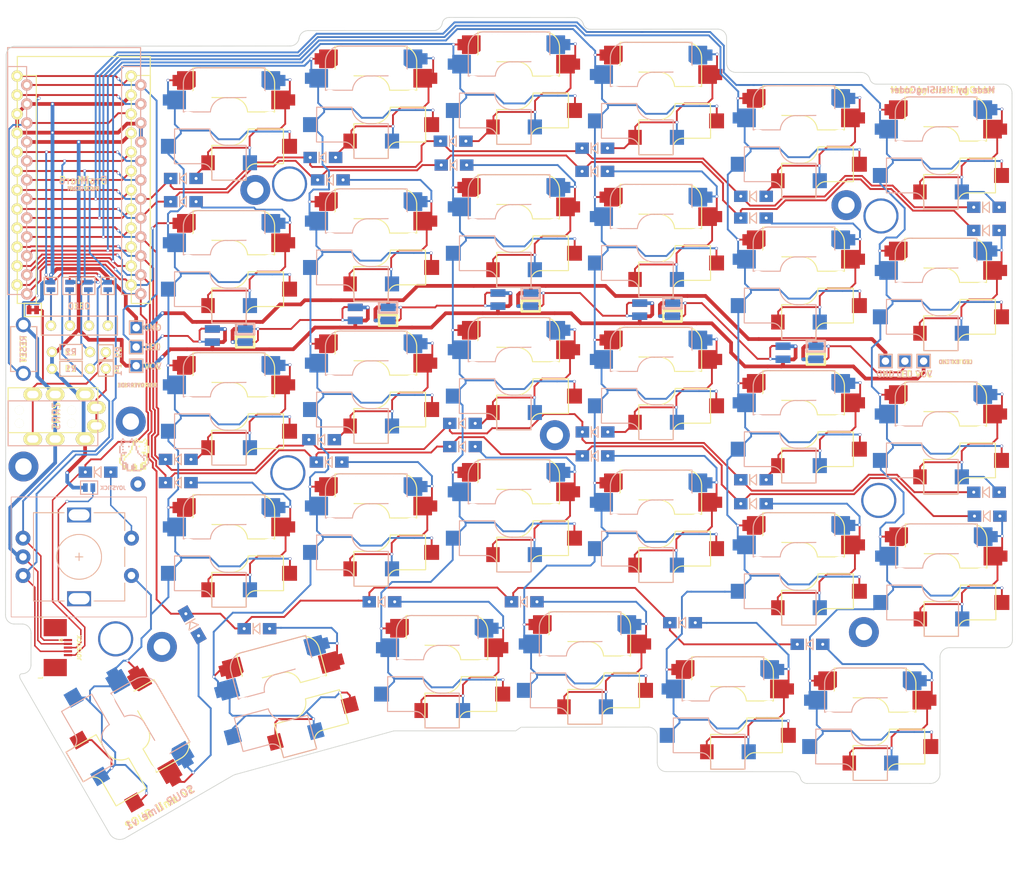
<source format=kicad_pcb>
(kicad_pcb (version 20210126) (generator pcbnew)
  (layers (0 "F.Cu" signal) (31 "B.Cu" signal) (34 "B.Paste" user) (35 "F.Paste" user) (36 "B.SilkS" user "B.Silkscreen") (37 "F.SilkS" user "F.Silkscreen") (38 "B.Mask" user) (39 "F.Mask" user) (44 "Edge.Cuts" user))
  (net 0 "")
  (footprint "LED_SMD:SK6812MINI_underglow_dev" (layer "F.Cu") (at 167.0812 81.8515 180)
    (fp_text reference "D35" hide)
    (fp_text value "LED_sk2812_SM" hide)
  )
  (footprint "SofleKeyboard-footprint:Diode_SOD123" (layer "F.Cu") (at 123.3493 102.2356)
    (fp_text reference "D20" hide)
    (fp_text value "D" hide)
  )
  (footprint "SofleKeyboard-footprint:Diode_SOD123" (layer "F.Cu") (at 122.5144 61.5039)
    (fp_text reference "D2" hide)
    (fp_text value "D" hide)
  )
  (footprint "SofleKeyboard-footprint:CherryMX_KailhLowProfile_Hotswap" (layer "F.Cu") (at 109.959 56.3119)
    (fp_text reference "SW1" hide)
    (fp_text value "SW_PUSH" hide)
  )
  (footprint "SofleKeyboard-footprint:CherryMX_KailhLowProfile_Hotswap" (layer "F.Cu") (at 205.209 117.3119)
    (fp_text reference "SW24" hide)
    (fp_text value "SW_PUSH" hide)
  )
  (footprint "SofleKeyboard-footprint:Diode_SOD123" (layer "F.Cu") (at 158.8762 63.3609)
    (fp_text reference "D10" hide)
    (fp_text value "D" hide)
  )
  (footprint "SofleKeyboard-footprint:HOLE_M2_TH" (layer "F.Cu") (at 117.8271 103.6706)
    (fp_text reference "TH5" hide)
    (fp_text value "HOLE" hide)
  )
  (footprint "SofleKeyboard-footprint:Diode_SOD123" (layer "F.Cu") (at 113.6904 124.5108)
    (fp_text reference "D26" hide)
    (fp_text value "D" hide)
  )
  (footprint "SofleKeyboard-footprint:Diode_SOD123" (layer "F.Cu") (at 122.3493 99.2356)
    (fp_text reference "D14" hide)
    (fp_text value "D" hide)
  )
  (footprint "SofleKeyboard-footprint:Diode_SOD123" (layer "F.Cu") (at 158.8762 60.2609)
    (fp_text reference "D4" hide)
    (fp_text value "D" hide)
  )
  (footprint "SofleKeyboard-footprint:Diode_SOD123" (layer "F.Cu") (at 103.1732 101.8801)
    (fp_text reference "D13" hide)
    (fp_text value "D" hide)
  )
  (footprint "SofleKeyboard-footprint:CherryMX_KailhLowProfile_Hotswap" (layer "F.Cu") (at 148.059 51.5219)
    (fp_text reference "SW3" hide)
    (fp_text value "SW_PUSH" hide)
  )
  (footprint "SofleKeyboard-footprint:Diode_SOD123" (layer "F.Cu") (at 103.859 64.3119)
    (fp_text reference "D1" hide)
    (fp_text value "D" hide)
  )
  (footprint "SofleKeyboard-footprint:Diode_SOD123" (layer "F.Cu") (at 103.859 67.4119)
    (fp_text reference "D7" hide)
    (fp_text value "D" hide)
  )
  (footprint "SofleKeyboard-footprint:TACT_SWITCH_TVBP06" (layer "F.Cu") (at 82.4611 87.1232 -90)
    (fp_text reference "RSW1" hide)
    (fp_text value "SW_RST" hide)
  )
  (footprint "SofleKeyboard-footprint:RESISTOR_mini" (layer "F.Cu") (at 88.831772 87.510765)
    (fp_text reference "R2")
    (fp_text value "R" hide)
  )
  (footprint "SofleKeyboard-footprint:Diode_SOD123" (layer "F.Cu") (at 211.2463 68.1627)
    (fp_text reference "D6" hide)
    (fp_text value "D" hide)
  )
  (footprint "SofleKeyboard-footprint:jumper_data" (layer "F.Cu") (at 83.7311 81.8896)
    (fp_text reference "W1" hide)
    (fp_text value "jumper" hide)
  )
  (footprint "SofleKeyboard-footprint:Diode_SOD123" (layer "F.Cu") (at 180.0971 66.6992)
    (fp_text reference "D5" hide)
    (fp_text value "D" hide)
  )
  (footprint "SofleKeyboard-footprint:Diode_SOD123" (layer "F.Cu") (at 139.9397 59.3181)
    (fp_text reference "D3" hide)
    (fp_text value "D" hide)
  )
  (footprint "SofleKeyboard-footprint:Jumper" (layer "F.Cu") (at 86.1463 78.6853 90)
    (fp_text reference "JP4" hide)
    (fp_text value "Jumper_NO_Small" hide)
  )
  (footprint "SofleKeyboard-footprint:Diode_SOD123" (layer "F.Cu") (at 211.2463 71.2627)
    (fp_text reference "D12" hide)
    (fp_text value "D" hide)
  )
  (footprint "SofleKeyboard-footprint:Diode_SOD123" (layer "F.Cu") (at 140.0397 62.5181)
    (fp_text reference "D9" hide)
    (fp_text value "D" hide)
  )
  (footprint "SofleKeyboard-footprint:Diode_SOD123" (layer "F.Cu") (at 180.0971 69.5992)
    (fp_text reference "D11" hide)
    (fp_text value "D" hide)
  )
  (footprint "SofleKeyboard-footprint:M2_HOLE_PCB" (layer "F.Cu") (at 192.5193 67.8815)
    (fp_text reference "TH5" hide)
    (fp_text value "HOLE")
  )
  (footprint "SofleKeyboard-footprint:M2_HOLE_PCB" (layer "F.Cu") (at 153.5303 98.6409)
    (fp_text reference "TH7" hide)
    (fp_text value "HOLE")
  )
  (footprint "SofleKeyboard-footprint:M2_HOLE_PCB" (layer "F.Cu") (at 100.9904 126.9492)
    (fp_text reference "TH3" hide)
    (fp_text value "HOLE")
  )
  (footprint "LED_SMD:SK6812MINI_underglow_dev" (layer "F.Cu") (at 186.2455 87.6173 180)
    (fp_text reference "D36" hide)
    (fp_text value "LED_sk2812_SM" hide)
  )
  (footprint "SofleKeyboard-footprint:M2_HOLE_PCB" (layer "F.Cu") (at 113.4745 65.8495)
    (fp_text reference "TH6" hide)
    (fp_text value "HOLE")
  )
  (footprint "SofleKeyboard-footprint:CherryMX_KailhLowProfile_Hotswap_1.5" (layer "F.Cu") (at 96.439 138.8919 -60)
    (fp_text reference "SW25" hide)
    (fp_text value "SW_PUSH" hide)
  )
  (footprint "SofleKeyboard-footprint:M2_HOLE_PCB" (layer "F.Cu") (at 194.8561 124.968)
    (fp_text reference "TH4" hide)
    (fp_text value "HOLE")
  )
  (footprint "SofleKeyboard-footprint:LED" (layer "F.Cu") (at 97.5487 89.3553 180)
    (fp_text reference "LED" hide)
    (fp_text value "LED" hide)
  )
  (footprint "SofleKeyboard-footprint:LED" (layer "F.Cu") (at 202.8444 88.7349 -90)
    (fp_text reference "LED" hide)
    (fp_text value "LED" hide)
  )
  (footprint "SofleKeyboard-footprint:M2_HOLE_PCB" (layer "F.Cu") (at 82.4738 102.8319)
    (fp_text reference "TH1" hide)
    (fp_text value "HOLE")
  )
  (footprint "SofleKeyboard-footprint:Diode_SOD123" (layer "F.Cu") (at 130.4159 120.9181)
    (fp_text reference "D27" hide)
    (fp_text value "D" hide)
  )
  (footprint "SofleKeyboard-footprint:Diode_SOD123" (layer "F.Cu") (at 141.1843 97.0625)
    (fp_text reference "D15" hide)
    (fp_text value "D" hide)
  )
  (footprint "SofleKeyboard-footprint:Diode_SOD123" (layer "F.Cu") (at 92.45 103.575)
    (fp_text reference "D31" hide)
    (fp_text value "D" hide)
  )
  (footprint "SofleKeyboard-footprint:Diode_SOD123" (layer "F.Cu") (at 105.0408 123.989143 -60)
    (fp_text reference "D25" hide)
    (fp_text value "D" hide)
  )
  (footprint "SofleKeyboard-footprint:M2_HOLE_PCB" (layer "F.Cu") (at 96.8248 96.8248)
    (fp_text reference "TH2" hide)
    (fp_text value "HOLE")
  )
  (footprint "SofleKeyboard-footprint:Diode_SOD123" (layer "F.Cu") (at 158.9143 101.4101)
    (fp_text reference "D22" hide)
    (fp_text value "D" hide)
  )
  (footprint "SofleKeyboard-footprint:Diode_SOD123" (layer "F.Cu") (at 158.9143 98.2101)
    (fp_text reference "D16" hide)
    (fp_text value "D" hide)
  )
  (footprint "SofleKeyboard-footprint:Diode_SOD123" (layer "F.Cu") (at 211.2463 106.2627)
    (fp_text reference "D18" hide)
    (fp_text value "D" hide)
  )
  (footprint "SofleKeyboard-footprint:CherryMX_KailhLowProfile_Hotswap" (layer "F.Cu") (at 176.659 135.0772)
    (fp_text reference "SW29" hide)
    (fp_text value "SW_PUSH" hide)
  )
  (footprint "SofleKeyboard-footprint:Diode_SOD123" (layer "F.Cu") (at 149.4397 120.9181)
    (fp_text reference "D28" hide)
    (fp_text value "D" hide)
  )
  (footprint "SofleKeyboard-footprint:Diode_SOD123" (layer "F.Cu") (at 211.3463 109.4627)
    (fp_text reference "D24" hide)
    (fp_text value "D" hide)
  )
  (footprint "SofleKeyboard-footprint:Diode_SOD123" (layer "F.Cu") (at 180.0971 104.5992)
    (fp_text reference "D17" hide)
    (fp_text value "D" hide)
  )
  (footprint "SofleKeyboard-footprint:Diode_SOD123" (layer "F.Cu") (at 180.0971 107.7992)
    (fp_text reference "D23" hide)
    (fp_text value "D" hide)
  )
  (footprint "SofleKeyboard-footprint:CherryMX_KailhLowProfile_Hotswap" (layer "F.Cu") (at 195.709 136.5772)
    (fp_text reference "SW30" hide)
    (fp_text value "SW_PUSH" hide)
  )
  (footprint "SofleKeyboard-footprint:Diode_SOD123" (layer "F.Cu") (at 141.1843 100.1625)
    (fp_text reference "D21" hide)
    (fp_text value "D" hide)
  )
  (footprint "SofleKeyboard-footprint:OLED_4Pin" (layer "F.Cu") (at 86.1463 83.9853)
    (fp_text reference "J3" hide)
    (fp_text value "OLED")
  )
  (footprint "SofleKeyboard-footprint:Diode_SOD123" (layer "F.Cu") (at 103.1732 104.9801)
    (fp_text reference "D19" hide)
    (fp_text value "D" hide)
  )
  (footprint "SofleKeyboard-footprint:CherryMX_KailhLowProfile_Hotswap" (layer "F.Cu") (at 148.059 108.7119)
    (fp_text reference "SW21" hide)
    (fp_text value "SW_PUSH" hide)
  )
  (footprint "SofleKeyboard-footprint:CherryMX_KailhLowProfile_Hotswap" (layer "F.Cu") (at 128.959 110.6119)
    (fp_text reference "SW20" hide)
    (fp_text value "SW_PUSH" hide)
  )
  (footprint "SofleKeyboard-footprint:CherryMX_KailhLowProfile_Hotswap" (layer "F.Cu") (at 186.159 115.8119)
    (fp_text reference "SW23" hide)
    (fp_text value "SW_PUSH" hide)
  )
  (footprint "SofleKeyboard-footprint:CherryMX_KailhLowProfile_Hotswap" (layer "F.Cu") (at 138.459 129.5619)
    (fp_text reference "SW27" hide)
    (fp_text value "SW_PUSH" hide)
  )
  (footprint "SofleKeyboard-footprint:CherryMX_KailhLowProfile_Hotswap" (layer "F.Cu") (at 186.159 96.8119)
    (fp_text reference "SW17" hide)
    (fp_text value "SW_PUSH" hide)
  )
  (footprint "SofleKeyboard-footprint:CherryMX_KailhLowProfile_Hotswap" (layer "F.Cu") (at 148.059 89.7119)
    (fp_text reference "SW15" hide)
    (fp_text value "SW_PUSH" hide)
  )
  (footprint "SofleKeyboard-footprint:CherryMX_KailhLowProfile_Hotswap" (layer "F.Cu") (at 128.959 91.5119)
    (fp_text reference "SW14" hide)
    (fp_text value "SW_PUSH" hide)
  )
  (footprint "SofleKeyboard-footprint:MJ-4PP-9" (layer "F.Cu") (at 80.4181 95.302 90)
    (fp_text reference "J2")
    (fp_text value "4PIN" hide)
  )
  (footprint "SofleKeyboard-footprint:ProMicro" (layer "F.Cu") (at 90.4463 65.3853)
    (fp_text reference "U1" hide)
    (fp_text value "ProMicro")
  )
  (footprint "SofleKeyboard-footprint:CherryMX_KailhLowProfile_Hotswap" (layer "F.Cu") (at 167.059 91.0119)
    (fp_text reference "SW16" hide)
    (fp_text value "SW_PUSH" hide)
  )
  (footprint "SofleKeyboard-footprint:CherryMX_KailhLowProfile_Hotswap" (layer "F.Cu") (at 157.559 129.0619)
    (fp_text reference "SW28" hide)
    (fp_text value "SW_PUSH" hide)
  )
  (footprint "SofleKeyboard-footprint:CherryMX_KailhLowProfile_Hotswap" (layer "F.Cu") (at 109.959 113.4119)
    (fp_text reference "SW19" hide)
    (fp_text value "SW_PUSH" hide)
  )
  (footprint "SofleKeyboard-footprint:RotaryEncoder_Alps_EC11E-Switch_Vertical_H20mm-keebio_modified" (layer "F.Cu") (at 89.916 114.9096)
    (fp_text reference "SW31" hide)
    (fp_text value "Rotary_Encoder_Switch")
  )
  (footprint "SofleKeyboard-footprint:CherryMX_KailhLowProfile_Hotswap" (layer "F.Cu") (at 167.059 110.1119)
    (fp_text reference "SW22" hide)
    (fp_text value "SW_PUSH" hide)
  )
  (footprint "SofleKeyboard-footprint:CherryMX_KailhLowProfile_Hotswap" (layer "F.Cu") (at 117.339 133.2319 15)
    (fp_text reference "SW26" hide)
    (fp_text value "SW_PUSH" hide)
  )
  (footprint "SofleKeyboard-footprint:CherryMX_KailhLowProfile_Hotswap" (layer "F.Cu") (at 205.159 98.3119)
    (fp_text reference "SW18" hide)
    (fp_text value "SW_PUSH" hide)
  )
  (footprint "SofleKeyboard-footprint:HOLE_M2_TH" (layer "F.Cu") (at 197.1421 69.3293)
    (fp_text reference "TH4" hide)
    (fp_text value "HOLE" hide)
  )
  (footprint "SofleKeyboard-footprint:HOLE_M2_TH" (layer "F.Cu") (at 94.8 125.875 90)
    (fp_text reference "TH7" hide)
    (fp_text value "HOLE" hide)
  )
  (footprint "LED_SMD:SK6812MINI_underglow_dev" (layer "F.Cu") (at 129.0447 82.423 180)
    (fp_text reference "D33" hide)
    (fp_text value "LED_sk2812_SM" hide)
  )
  (footprint "SofleKeyboard-footprint:HOLE_M2_TH" (layer "F.Cu") (at 118.0557 65.0483)
    (fp_text reference "TH3" hide)
    (fp_text value "HOLE" hide)
  )
  (footprint "LED_SMD:SK6812MINI_underglow_dev" (layer "F.Cu") (at 109.9336 85.3191 180)
    (fp_text reference "D32" hide)
    (fp_text value "LED_sk2812_SM" hide)
  )
  (footprint "SofleKeyboard-footprint:Diode_SOD123" (layer "F.Cu") (at 170.6136 123.7107)
    (fp_text reference "D29" hide)
    (fp_text value "D" hide)
  )
  (footprint "SofleKeyboard-footprint:Diode_SOD123" (layer "F.Cu") (at 123.5144 64.5039)
    (fp_text reference "D8" hide)
    (fp_text value "D" hide)
  )
  (footprint "SofleKeyboard-footprint:Diode_SOD123" (layer "F.Cu") (at 187.6548 126.6077)
    (fp_text reference "D30" hide)
    (fp_text value "D" hide)
  )
  (footprint "LED_SMD:SK6812MINI_underglow_dev" (layer "F.Cu") (at 148.1201 80.5053 180)
    (fp_text reference "D34" hide)
    (fp_text value "LED_sk2812_SM" hide)
  )
  (footprint "SofleKeyboard-footprint:Jumper" (layer "F.Cu") (at 88.6463 78.6853 90)
    (fp_text reference "JP3" hide)
    (fp_text value "Jumper_NO_Small" hide)
  )
  (footprint "SofleKeyboard-footprint:CherryMX_KailhLowProfile_Hotswap" (layer "F.Cu") (at 205.159 79.1119)
    (fp_text reference "SW12" hide)
    (fp_text value "SW_PUSH" hide)
  )
  (footprint "SofleKeyboard-footprint:RESISTOR_mini" (layer "F.Cu") (at 88.831772 89.760765)
    (fp_text reference "R1")
    (fp_text value "R" hide)
  )
  (footprint "SofleKeyboard-footprint:CherryMX_KailhLowProfile_Hotswap" (layer "F.Cu") (at 128.959 72.5119)
    (fp_text reference "SW8" hide)
    (fp_text value "SW_PUSH" hide)
  )
  (footprint "SofleKeyboard-footprint:CherryMX_KailhLowProfile_Hotswap" (layer "F.Cu") (at 186.159 58.7119)
    (fp_text reference "SW5" hide)
    (fp_text value "SW_PUSH" hide)
  )
  (footprint "SofleKeyboard-footprint:CherryMX_KailhLowProfile_Hotswap" (layer "F.Cu") (at 167.059 71.9119)
    (fp_text reference "SW10" hide)
    (fp_text value "SW_PUSH" hide)
  )
  (footprint "SofleKeyboard-footprint:Jumper" (layer "F.Cu") (at 93.7463 78.6853 90)
    (fp_text reference "JP1" hide)
    (fp_text value "Jumper_NO_Small" hide)
  )
  (footprint "SofleKeyboard-footprint:CherryMX_KailhLowProfile_Hotswap" (layer "F.Cu") (at 109.959 75.4119)
    (fp_text reference "SW7" hide)
    (fp_text value "SW_PUSH" hide)
  )
  (footprint "SofleKeyboard-footprint:CherryMX_KailhLowProfile_Hotswap" (layer "F.Cu") (at 148.059 70.6119)
    (fp_text reference "SW9" hide)
    (fp_text value "SW_PUSH" hide)
  )
  (footprint "SofleKeyboard-footprint:CherryMX_KailhLowProfile_Hotswap" (layer "F.Cu") (at 205.159 60.2119)
    (fp_text reference "SW6" hide)
    (fp_text value "SW_PUSH" hide)
  )
  (footprint "SofleKeyboard-footprint:CherryMX_KailhLowProfile_Hotswap" (layer "F.Cu") (at 167.059 52.9119)
    (fp_text reference "SW4" hide)
    (fp_text value "SW_PUSH" hide)
  )
  (footprint "SofleKeyboard-footprint:1pin_conn" (layer "F.Cu") (at 93.4925 87.5488 -90)
    (fp_text reference "P2")
    (fp_text value "i2c_pin" hide)
  )
  (footprint "SofleKeyboard-footprint:Jumper" (layer "F.Cu") (at 91.1463 78.6853 90)
    (fp_text reference "JP2" hide)
    (fp_text value "Jumper_NO_Small" hide)
  )
  (footprint "SofleKeyboard-footprint:HOLE_M2_TH" (layer "F.Cu") (at 196.8465 107.366)
    (fp_text reference "TH6" hide)
    (fp_text value "HOLE" hide)
  )
  (footprint "SofleKeyboard-footprint:CherryMX_KailhLowProfile_Hotswap" (layer "F.Cu") (at 186.159 77.6119)
    (fp_text reference "SW11" hide)
    (fp_text value "SW_PUSH" hide)
  )
  (footprint "SofleKeyboard-footprint:CherryMX_KailhLowProfile_Hotswap" (layer "F.Cu") (at 128.959 53.4119)
    (fp_text reference "SW2" hide)
    (fp_text value "SW_PUSH" hide)
  )
  (footprint "SofleKeyboard-footprint:CherryMX_KailhLowProfile_Hotswap" (layer "F.Cu") (at 109.959 94.4119)
    (fp_text reference "SW13" hide)
    (fp_text value "SW_PUSH" hide)
  )
  (footprint "SofleKeyboard-footprint:1pin_conn" (layer "F.Cu") (at 93.4925 89.7488 -90)
    (fp_text reference "P1")
    (fp_text value "i2c_pin" hide)
  )
  (footprint "Luna_Logo:Luna" (layer "F.Cu") (at 94.0725 99.0475)
    (fp_text reference "LOGO" hide)
    (fp_text value "")
  )
  (footprint "Connector_FFC-FPC:TE_0-1734839-5_1x05-1MP_P0.5mm_Horizontal" (layer "F.Cu") (at 87.075 127.045 -90)
    (fp_text reference "JOYSTICK" hide)
    (fp_text value "PCB Edge")
  )
  (footprint "" (layer "F.Cu") (at 97.775 105.175 90)
    (fp_text reference "")
    (fp_text value "")
  )
  (footprint "SofleKeyboard-footprint:Jumper" (layer "B.Cu") (at 88.6463 78.6853 90)
    (fp_text reference "JP7" hide)
    (fp_text value "Jumper_NO_Small" hide)
  )
  (footprint "SofleKeyboard-footprint:Jumper" (layer "B.Cu") (at 93.7463 78.6853 90)
    (fp_text reference "JP5" hide)
    (fp_text value "Jumper_NO_Small" hide)
  )
  (footprint "SofleKeyboard-footprint:Jumper" (layer "B.Cu") (at 91.1463 78.6853 90)
    (fp_text reference "JP6" hide)
    (fp_text value "Jumper_NO_Small" hide)
  )
  (footprint "SofleKeyboard-footprint:Jumper" (layer "B.Cu") (at 86.1463 78.6853 90)
    (fp_text reference "JP8" hide)
    (fp_text value "Jumper_NO_Small" hide)
  )
  (footprint "Luna_Logo:Luna" (layer "B.Cu") (at 100.475 99.07 180)
    (fp_text reference "LOGO" hide)
    (fp_text value "")
  )
  (footprint "SofleKeyboard-footprint:Jumper" (layer "B.Cu") (at 91.25 105.65 180)
    (fp_text reference "JP6" hide)
    (fp_text value "Jumper_Joystick" hide)
  )
  (gr_rect (start 98.9125 106.9) (end 80.8375 122.95) (layer "B.SilkS") (width 0.1) (fill none))
  (gr_arc (start 137.2834 43.326037) (end 138.4772 43.575001) (angle 78.21995141) (layer "Edge.Cuts") (width 0.1))
  (gr_arc (start 175.318629 45.5308) (end 176.5058 45.581424) (angle -90.54343036) (layer "Edge.Cuts") (width 0.1))
  (gr_line (start 149.0091 137.6934) (end 166.077891 137.674202) (layer "Edge.Cuts") (width 0.1))
  (gr_arc (start 118.135068 45.392753) (end 118.11 46.5963) (angle -82.48559573) (layer "Edge.Cuts") (width 0.1))
  (gr_line (start 94.0308 151.9936) (end 82.09713 131.301371) (layer "Edge.Cuts") (width 0.1))
  (gr_arc (start 82.881221 130.830916) (end 81.966821 130.830916) (angle -30.96377802) (layer "Edge.Cuts") (width 0.1))
  (gr_arc (start 139.3916 43.702) (end 138.4772 43.575001) (angle 83.97733747) (layer "Edge.Cuts") (width 0.1))
  (gr_arc (start 194.4842 51.3442) (end 195.6526 51.014) (angle -74.21924669) (layer "Edge.Cuts") (width 0.1))
  (gr_line (start 176.5058 45.581424) (end 176.5058 48.9058) (layer "Edge.Cuts") (width 0.1))
  (gr_arc (start 112.546882 148.523372) (end 110.7948 144.018) (angle -4.581742844) (layer "Edge.Cuts") (width 0.1))
  (gr_arc (start 158.2384 43.44448) (end 157.349401 43.673079) (angle -75.57927178) (layer "Edge.Cuts") (width 0.1))
  (gr_line (start 196.541599 51.703321) (end 213.520758 51.701664) (layer "Edge.Cuts") (width 0.1))
  (gr_arc (start 166.038529 138.8618) (end 167.2257 138.912424) (angle -90.54343036) (layer "Edge.Cuts") (width 0.1))
  (gr_arc (start 213.702158 126.042964) (end 213.702158 127.058964) (angle -90) (layer "Edge.Cuts") (width 0.1))
  (gr_arc (start 187.261499 144.295901) (end 186.3725 144.5245) (angle -75.57927178) (layer "Edge.Cuts") (width 0.1))
  (gr_line (start 158.2384 44.3624) (end 175.357991 44.343202) (layer "Edge.Cuts") (width 0.1))
  (gr_line (start 168.4449 143.6355) (end 185.2041 143.640537) (layer "Edge.Cuts") (width 0.1))
  (gr_line (start 187.261499 145.213821) (end 203.71 145.21) (layer "Edge.Cuts") (width 0.1))
  (gr_line (start 177.725 50.125) (end 194.4842 50.130037) (layer "Edge.Cuts") (width 0.1))
  (gr_line (start 139.421958 42.779322) (end 156.181001 42.789116) (layer "Edge.Cuts") (width 0.1))
  (gr_line (start 167.2257 139.7779) (end 167.2257 142.4163) (layer "Edge.Cuts") (width 0.1))
  (gr_arc (start 168.4449 142.4163) (end 167.2257 142.4163) (angle -90) (layer "Edge.Cuts") (width 0.1))
  (gr_line (start 148.2979 138.176) (end 149.0091 137.6934) (layer "Edge.Cuts") (width 0.1))
  (gr_line (start 148.2979 138.176) (end 132.0292 138.176) (layer "Edge.Cuts") (width 0.1))
  (gr_arc (start 177.725 48.9058) (end 176.5058 48.9058) (angle -90) (layer "Edge.Cuts") (width 0.1))
  (gr_line (start 110.440504 144.172356) (end 96.012 152.5524) (layer "Edge.Cuts") (width 0.1))
  (gr_arc (start 156.181001 44.003279) (end 157.349401 43.673079) (angle -74.21924669) (layer "Edge.Cuts") (width 0.1))
  (gr_arc (start 196.541599 50.785401) (end 195.6526 51.014) (angle -75.57927178) (layer "Edge.Cuts") (width 0.1))
  (gr_arc (start 120.5194 45.746907) (end 120.5194 44.5402) (angle -81.80980655) (layer "Edge.Cuts") (width 0.1))
  (gr_arc (start 206.279979 128.299808) (end 206.276421 127.058986) (angle -90.00913323) (layer "Edge.Cuts") (width 0.1))
  (gr_arc (start 203.760799 143.940001) (end 203.71 145.21) (angle -92.2905668) (layer "Edge.Cuts") (width 0.1))
  (gr_arc (start 185.2041 144.8547) (end 186.3725 144.5245) (angle -74.21924669) (layer "Edge.Cuts") (width 0.1))
  (gr_line (start 214.668567 52.939886) (end 214.718158 126.042964) (layer "Edge.Cuts") (width 0.1))
  (gr_line (start 81.1784 46.6344) (end 118.11 46.5963) (layer "Edge.Cuts") (width 0.1))
  (gr_line (start 205.031814 143.940001) (end 205.039158 128.303564) (layer "Edge.Cuts") (width 0.1))
  (gr_line (start 120.5194 44.5402) (end 137.2834 44.545521) (layer "Edge.Cuts") (width 0.1))
  (gr_line (start 132.0292 138.176) (end 110.7948 144.018) (layer "Edge.Cuts") (width 0.1))
  (gr_arc (start 213.481396 52.889262) (end 214.668567 52.939886) (angle -90.54343036) (layer "Edge.Cuts") (width 0.1))
  (gr_line (start 206.276421 127.058986) (end 213.702158 127.058964) (layer "Edge.Cuts") (width 0.1))
  (gr_line (start 80.075 122.65) (end 80.1624 47.752) (layer "Edge.Cuts") (width 0.1))
  (gr_line (start 167.2257 138.912424) (end 167.2257 139.7779) (layer "Edge.Cuts") (width 0.1))
  (gr_arc (start 81.262171 122.700624) (end 80.075 122.65) (angle -90.54343036) (layer "Edge.Cuts") (width 0.1))
  (gr_arc (start 82.303568 125.082802) (end 83.490739 125.133426) (angle -90.54343036) (layer "Edge.Cuts") (width 0.1))
  (gr_arc (start 82.292198 129.353568) (end 82.241574 130.540739) (angle -90.54343036) (layer "Edge.Cuts") (width 0.1))
  (gr_arc (start 81.392077 47.84927) (end 81.1784 46.6344) (angle -75.50178326) (layer "Edge.Cuts") (width 0.1))
  (gr_arc (start 95.34338 151.131436) (end 94.0308 151.9936) (angle -81.9) (layer "Edge.Cuts") (width 0.1))
  (gr_arc (start 82.2679 130.84083) (end 81.966821 130.830915) (angle 83.1) (layer "Edge.Cuts") (width 0.1))
  (gr_line (start 81.222809 123.888222) (end 82.34293 123.895204) (layer "Edge.Cuts") (width 0.1))
  (gr_line (start 83.490739 125.133426) (end 83.479796 129.39293) (layer "Edge.Cuts") (width 0.1))
  (gr_text "RESET" (at 82.4695 87.1 90) (layer "B.SilkS") (effects (font (size 0.8 0.8)) (justify mirror)))
  (gr_text "Made by HellSingCoder" (at 205.4 52.475) (layer "B.SilkS") (effects (font (size 0.8 0.8) (thickness 0.2)) (justify mirror)))
  (gr_text "ProMicro" (at 90.45 64.575) (layer "B.SilkS") (effects (font (size 1 1)) (justify mirror)))
  (gr_text "LED EXTEND" (at 207.125 88.85) (layer "B.SilkS") (effects (font (size 0.5 0.5) (thickness 0.125)) (justify mirror)))
  (gr_text "OLED" (at 89.925 81.4) (layer "B.SilkS") (effects (font (size 0.8128 0.8128)) (justify mirror)))
  (gr_text "LED OVERRIDE" (at 97.724999 91.975) (layer "B.SilkS") (effects (font (size 0.5 0.5) (thickness 0.125)) (justify mirror)))
  (gr_text "TRRS" (at 86.875 96.125 90) (layer "B.SilkS") (effects (font (size 1 1)) (justify mirror)))
  (gr_text "SOUR lime v1" (at 100.7 148.425 30) (layer "B.SilkS") (effects (font (size 1 1) (thickness 0.2)) (justify mirror)))
  (gr_text "FACE DOWN" (at 90.5 65.65) (layer "B.SilkS") (effects (font (size 0.5 0.5) (thickness 0.125)) (justify mirror)))
  (gr_text "Made by HellSingCoder" (at 205.4 52.475) (layer "F.SilkS") (effects (font (size 0.8 0.8) (thickness 0.2))))
  (gr_text "JOYSTICK" (at 89.95 127.075 90) (layer "F.SilkS") (effects (font (size 0.5 0.5) (thickness 0.125))))
  (gr_text "LED OVERRIDE" (at 97.725 91.975) (layer "F.SilkS") (effects (font (size 0.5 0.5) (thickness 0.125))))
  (gr_text "FACE DOWN" (at 90.5 65.65) (layer "F.SilkS") (effects (font (size 0.5 0.5) (thickness 0.125))))
  (gr_text "LED EXTEND" (at 207.125 88.85) (layer "F.SilkS") (effects (font (size 0.5 0.5) (thickness 0.125))))
  (gr_text "SOUR lime v1" (at 100.7 148.425 30) (layer "F.SilkS") (effects (font (size 1 1) (thickness 0.2))))
  (segment (start 184.1754 66.7258) (end 182.9562 67.945) (width 0.25) (layer "F.Cu") (net 0))
  (segment (start 192.3542 63.9699) (end 189.5983 66.7258) (width 0.25) (layer "F.Cu") (net 0))
  (segment (start 194.6148 63.9699) (end 192.3542 63.9699) (width 0.25) (layer "F.Cu") (net 0))
  (segment (start 195.9102 65.2653) (end 194.6148 63.9699) (width 0.25) (layer "F.Cu") (net 0))
  (segment (start 179.6429 67.945) (end 178.3971 66.6992) (width 0.25) (layer "F.Cu") (net 0))
  (segment (start 209.5463 68.1627) (end 201.6143 68.1627) (width 0.25) (layer "F.Cu") (net 0))
  (segment (start 194.4243 64.4271) (end 192.5955 64.4271) (width 0.25) (layer "F.Cu") (net 0))
  (segment (start 192.5955 64.4271) (end 189.7888 67.2338) (width 0.25) (layer "F.Cu") (net 0))
  (segment (start 178.3971 68.5992) (end 178.3971 69.5992) (width 0.25) (layer "F.Cu") (net 0))
  (segment (start 206.89631 68.61271) (end 201.4279 68.61271) (width 0.25) (layer "F.Cu") (net 0))
  (segment (start 110.432356 124.139657) (end 110.432356 124.122956) (width 0.25) (layer "F.Cu") (net 0))
  (segment (start 199.188501 65.736901) (end 199.175801 65.736901) (width 0.25) (layer "F.Cu") (net 0))
  (segment (start 201.6143 68.1627) (end 199.188501 65.736901) (width 0.25) (layer "F.Cu") (net 0))
  (segment (start 201.4279 68.61271) (end 199.002101 66.186911) (width 0.25) (layer "F.Cu") (net 0))
  (segment (start 199.002101 66.186911) (end 198.978111 66.186911) (width 0.25) (layer "F.Cu") (net 0))
  (segment (start 102.159 65.3119) (end 102.57679 65.72969) (width 0.25) (layer "F.Cu") (net 0))
  (segment (start 198.978111 66.186911) (end 198.5137 65.7225) (width 0.25) (layer "F.Cu") (net 0))
  (segment (start 183.217391 68.395009) (end 178.601291 68.395009) (width 0.25) (layer "F.Cu") (net 0))
  (segment (start 109.7153 123.4059) (end 109.7026 123.4059) (width 0.25) (layer "F.Cu") (net 0))
  (segment (start 108.8136 122.5169) (end 104.1908 122.5169) (width 0.25) (layer "F.Cu") (net 0))
  (segment (start 102.159 64.3119) (end 102.159 65.3119) (width 0.25) (layer "F.Cu") (net 0))
  (segment (start 120.8144 61.5039) (end 116.4739 61.5039) (width 0.25) (layer "F.Cu") (net 0))
  (segment (start 110.432356 124.122956) (end 109.7153 123.4059) (width 0.25) (layer "F.Cu") (net 0))
  (segment (start 198.7042 65.2653) (end 195.9102 65.2653) (width 0.25) (layer "F.Cu") (net 0))
  (segment (start 199.175801 65.736901) (end 198.7042 65.2653) (width 0.25) (layer "F.Cu") (net 0))
  (segment (start 198.5137 65.7225) (end 195.7197 65.7225) (width 0.25) (layer "F.Cu") (net 0))
  (segment (start 109.7026 123.4059) (end 108.8136 122.5169) (width 0.25) (layer "F.Cu") (net 0))
  (segment (start 189.5983 66.7258) (end 184.1754 66.7258) (width 0.25) (layer "F.Cu") (net 0))
  (segment (start 182.9562 67.945) (end 179.6429 67.945) (width 0.25) (layer "F.Cu") (net 0))
  (segment (start 183.8076 89.4456) (end 193.4459 89.4456) (width 0.5) (layer "F.Cu") (net 0))
  (segment (start 95.259 85.8853) (end 95.6135 85.8853) (width 0.5) (layer "F.Cu") (net 0))
  (segment (start 102.0826 87.1474) (end 101.0412 88.1888) (width 0.5) (layer "F.Cu") (net 0))
  (segment (start 184.3786 67.2338) (end 183.217391 68.395009) (width 0.25) (layer "F.Cu") (net 0))
  (segment (start 121.4253 64.5039) (end 121.8144 64.5039) (width 0.25) (layer "F.Cu") (net 0))
  (segment (start 104.3559 87.1474) (end 102.0826 87.1474) (width 0.5) (layer "F.Cu") (net 0))
  (segment (start 104.4575 85.3694) (end 105.209506 86.121406) (width 0.25) (layer "F.Cu") (net 0))
  (segment (start 101.0539 85.3694) (end 104.4575 85.3694) (width 0.25) (layer "F.Cu") (net 0))
  (segment (start 116.6749 61.9506) (end 118.872 61.9506) (width 0.25) (layer "F.Cu") (net 0))
  (segment (start 195.7197 65.7225) (end 194.4243 64.4271) (width 0.25) (layer "F.Cu") (net 0))
  (segment (start 103.3912 66.1797) (end 109.8169 66.1797) (width 0.25) (layer "F.Cu") (net 0))
  (segment (start 115.9256 62.6999) (end 116.6749 61.9506) (width 0.25) (layer "F.Cu") (net 0))
  (segment (start 95.6135 85.8853) (end 95.6183 85.8901) (width 0.25) (layer "F.Cu") (net 0))
  (segment (start 113.1316 62.1665) (end 109.56841 65.72969) (width 0.25) (layer "F.Cu") (net 0))
  (segment (start 195.072 91.0717) (end 195.9356 91.0717) (width 0.5) (layer "F.Cu") (net 0))
  (segment (start 96.2006 89.3553) (end 97.5487 89.3553) (width 0.5) (layer "F.Cu") (net 0))
  (segment (start 97.5487 84.2553) (end 97.5487 82.9056) (width 0.5) (layer "F.Cu") (net 0))
  (segment (start 115.8113 62.1665) (end 113.1316 62.1665) (width 0.25) (layer "F.Cu") (net 0))
  (segment (start 95.6183 85.8901) (end 95.6183 88.773) (width 0.5) (layer "F.Cu") (net 0))
  (segment (start 118.872 61.9506) (end 121.4253 64.5039) (width 0.25) (layer "F.Cu") (net 0))
  (segment (start 95.6183 88.773) (end 96.2006 89.3553) (width 0.5) (layer "F.Cu") (net 0))
  (segment (start 200.3444 89.5585) (end 200.3444 88.7349) (width 0.25) (layer "F.Cu") (net 0))
  (segment (start 189.7888 67.2338) (end 184.3786 67.2338) (width 0.25) (layer "F.Cu") (net 0))
  (segment (start 178.601291 68.395009) (end 178.3971 68.5992) (width 0.25) (layer "F.Cu") (net 0))
  (segment (start 102.57679 65.72969) (end 109.56841 65.72969) (width 0.25) (layer "F.Cu") (net 0))
  (segment (start 116.4739 61.5039) (end 115.8113 62.1665) (width 0.25) (layer "F.Cu") (net 0))
  (segment (start 121.1078 64.5039) (end 121.8144 64.5039) (width 0.25) (layer "F.Cu") (net 0))
  (segment (start 109.8169 66.1797) (end 113.2967 62.6999) (width 0.25) (layer "F.Cu") (net 0))
  (segment (start 209.5463 71.2627) (end 206.89631 68.61271) (width 0.25) (layer "F.Cu") (net 0))
  (segment (start 113.2967 62.6999) (end 115.9256 62.6999) (width 0.25) (layer "F.Cu") (net 0))
  (segment (start 187.8843 85.788) (end 195.7519 85.788) (width 0.5) (layer "F.Cu") (net 0))
  (segment (start 193.4459 89.4456) (end 195.072 91.0717) (width 0.5) (layer "F.Cu") (net 0))
  (segment (start 102.159 67.4119) (end 103.3912 66.1797) (width 0.25) (layer "F.Cu") (net 0))
  (segment (start 97.5487 82.9056) (end 96.9772 82.3341) (width 0.5) (layer "F.Cu") (net 0))
  (segment (start 139.4843 98.0625) (end 139.8214 98.3996) (width 0.25) (layer "F.Cu") (net 0))
  (segment (start 145.161 97.7011) (end 150.1902 97.7011) (width 0.25) (layer "F.Cu") (net 0))
  (segment (start 156.9851 101.1809) (end 157.2143 101.4101) (width 0.25) (layer "F.Cu") (net 0))
  (segment (start 157.2143 96.8639) (end 157.2143 98.2101) (width 0.25) (layer "F.Cu") (net 0))
  (segment (start 140.7392 98.9076) (end 144.0434 98.9076) (width 0.25) (layer "F.Cu") (net 0))
  (segment (start 193.068106 86.743706) (end 196.5579 90.2335) (width 0.25) (layer "F.Cu") (net 0))
  (segment (start 139.4843 97.0625) (end 139.4843 98.0625) (width 0.25) (layer "F.Cu") (net 0))
  (segment (start 190.1201 86.743706) (end 193.068106 86.743706) (width 0.25) (layer "F.Cu") (net 0))
  (segment (start 202.8444 90.2208) (end 202.8444 88.7349) (width 0.5) (layer "F.Cu") (net 0))
  (segment (start 144.0434 98.9076) (end 146.3167 101.1809) (width 0.25) (layer "F.Cu") (net 0))
  (segment (start 199.6694 90.2335) (end 200.3444 89.5585) (width 0.25) (layer "F.Cu") (net 0))
  (segment (start 152.0698 95.8215) (end 156.1719 95.8215) (width 0.25) (layer "F.Cu") (net 0))
  (segment (start 201.9935 91.0717) (end 202.8444 90.2208) (width 0.5) (layer "F.Cu") (net 0))
  (segment (start 146.3167 101.1809) (end 156.9851 101.1809) (width 0.25) (layer "F.Cu") (net 0))
  (segment (start 150.1902 97.7011) (end 152.0698 95.8215) (width 0.25) (layer "F.Cu") (net 0))
  (segment (start 196.5579 90.2335) (end 199.6694 90.2335) (width 0.25) (layer "F.Cu") (net 0))
  (segment (start 195.7519 85.788) (end 195.9478 85.788) (width 0.5) (layer "F.Cu") (net 0))
  (segment (start 197.7444 87.5846) (end 197.7444 88.7349) (width 0.5) (layer "F.Cu") (net 0))
  (segment (start 156.1719 95.8215) (end 157.2143 96.8639) (width 0.25) (layer "F.Cu") (net 0))
  (segment (start 195.9478 85.788) (end 197.7444 87.5846) (width 0.5) (layer "F.Cu") (net 0))
  (segment (start 195.9356 91.0717) (end 201.9935 91.0717) (width 0.5) (layer "F.Cu") (net 0))
  (segment (start 144.4625 98.3996) (end 145.161 97.7011) (width 0.25) (layer "F.Cu") (net 0))
  (segment (start 139.8214 98.3996) (end 144.4625 98.3996) (width 0.25) (layer "F.Cu") (net 0))
  (segment (start 110.6797 84.4304) (end 110.4392 84.6709) (width 0.5) (layer "F.Cu") (net 0))
  (segment (start 112.1288 84.4304) (end 110.6797 84.4304) (width 0.5) (layer "F.Cu") (net 0))
  (segment (start 114.1222 83.4898) (end 114.4524 83.4898) (width 0.5) (layer "F.Cu") (net 0))
  (segment (start 126.8447 84.241) (end 126.8344 84.2513) (width 0.25) (layer "F.Cu") (net 0))
  (segment (start 126.8447 83.298) (end 126.8447 84.241) (width 0.5) (layer "F.Cu") (net 0))
  (segment (start 184.0455 89.2077) (end 183.8076 89.4456) (width 0.5) (layer "F.Cu") (net 0))
  (segment (start 145.9201 82.3312) (end 145.9225 82.3336) (width 0.25) (layer "F.Cu") (net 0))
  (segment (start 182.014 89.4456) (end 183.8076 89.4456) (width 0.5) (layer "F.Cu") (net 0))
  (segment (start 162.8497 83.6798) (end 164.8973 83.6798) (width 0.5) (layer "F.Cu") (net 0))
  (segment (start 145.9201 81.3803) (end 145.9201 82.3312) (width 0.5) (layer "F.Cu") (net 0))
  (segment (start 164.8812 82.7265) (end 164.8812 83.6637) (width 0.5) (layer "F.Cu") (net 0))
  (segment (start 118.5545 87.1474) (end 118.745 86.9569) (width 0.5) (layer "F.Cu") (net 0))
  (segment (start 115.3287 87.1474) (end 118.5545 87.1474) (width 0.5) (layer "F.Cu") (net 0))
  (segment (start 114.4524 83.4898) (end 116.7892 81.153) (width 0.5) (layer "F.Cu") (net 0))
  (segment (start 145.9225 82.3336) (end 153.5152 82.3336) (width 0.5) (layer "F.Cu") (net 0))
  (segment (start 143.8886 82.3336) (end 145.9225 82.3336) (width 0.5) (layer "F.Cu") (net 0))
  (segment (start 164.8812 83.6637) (end 164.8973 83.6798) (width 0.25) (layer "F.Cu") (net 0))
  (segment (start 109.1827 86.1941) (end 109.4232 85.9536) (width 0.5) (layer "F.Cu") (net 0))
  (segment (start 110.4392 84.6709) (end 110.4392 86.1822) (width 0.5) (layer "F.Cu") (net 0))
  (segment (start 124.8132 84.2513) (end 126.8344 84.2513) (width 0.5) (layer "F.Cu") (net 0))
  (segment (start 164.8973 83.6798) (end 172.4763 83.6798) (width 0.5) (layer "F.Cu") (net 0))
  (segment (start 126.8344 84.2513) (end 134.4398 84.2513) (width 0.5) (layer "F.Cu") (net 0))
  (segment (start 184.0455 88.4923) (end 184.0455 89.2077) (width 0.5) (layer "F.Cu") (net 0))
  (segment (start 109.4232 85.9536) (end 109.4232 84.4423) (width 0.5) (layer "F.Cu") (net 0))
  (segment (start 107.7336 86.1941) (end 109.1827 86.1941) (width 0.5) (layer "F.Cu") (net 0))
  (segment (start 147.3589 81.3935) (end 147.5994 81.153) (width 0.5) (layer "F.Cu") (net 0))
  (segment (start 113.5896 86.1814) (end 113.8301 85.9409) (width 0.25) (layer "F.Cu") (net 0))
  (segment (start 106.0323 84.6328) (end 106.0323 86.1441) (width 0.25) (layer "F.Cu") (net 0))
  (segment (start 131.2296 81.5475) (end 129.7805 81.5475) (width 0.5) (layer "F.Cu") (net 0))
  (segment (start 128.2835 83.3112) (end 128.524 83.0707) (width 0.5) (layer "F.Cu") (net 0))
  (segment (start 169.2778 82.727) (end 170.7269 82.727) (width 0.25) (layer "F.Cu") (net 0))
  (segment (start 170.9674 82.4865) (end 170.9674 80.9752) (width 0.25) (layer "F.Cu") (net 0))
  (segment (start 164.8709 82.7397) (end 166.32 82.7397) (width 0.5) (layer "F.Cu") (net 0))
  (segment (start 185.4843 88.5055) (end 185.7248 88.265) (width 0.5) (layer "F.Cu") (net 0))
  (segment (start 150.3167 81.3808) (end 151.7658 81.3808) (width 0.25) (layer "F.Cu") (net 0))
  (segment (start 113.8301 85.9409) (end 113.8301 84.4296) (width 0.25) (layer "F.Cu") (net 0))
  (segment (start 126.8344 83.3112) (end 128.2835 83.3112) (width 0.5) (layer "F.Cu") (net 0))
  (segment (start 125.3736 81.5094) (end 125.1331 81.7499) (width 0.25) (layer "F.Cu") (net 0))
  (segment (start 125.1331 81.7499) (end 125.1331 83.2612) (width 0.25) (layer "F.Cu") (net 0))
  (segment (start 144.449 79.5917) (end 144.2085 79.8322) (width 0.25) (layer "F.Cu") (net 0))
  (segment (start 148.8559 79.6298) (end 148.6154 79.8703) (width 0.5) (layer "F.Cu") (net 0))
  (segment (start 151.7658 81.3808) (end 152.0063 81.1403) (width 0.25) (layer "F.Cu") (net 0))
  (segment (start 166.5605 82.4992) (end 166.5605 80.9879) (width 0.5) (layer "F.Cu") (net 0))
  (segment (start 163.4101 80.9379) (end 163.1696 81.1784) (width 0.25) (layer "F.Cu") (net 0))
  (segment (start 145.9098 81.3935) (end 147.3589 81.3935) (width 0.5) (layer "F.Cu") (net 0))
  (segment (start 131.2413 83.2985) (end 132.6904 83.2985) (width 0.25) (layer "F.Cu") (net 0))
  (segment (start 112.1405 86.1814) (end 113.5896 86.1814) (width 0.25) (layer "F.Cu") (net 0))
  (segment (start 129.54 81.788) (end 129.54 83.2993) (width 0.5) (layer "F.Cu") (net 0))
  (segment (start 148.6154 79.8703) (end 148.6154 81.3816) (width 0.5) (layer "F.Cu") (net 0))
  (segment (start 144.2085 79.8322) (end 144.2085 81.3435) (width 0.25) (layer "F.Cu") (net 0))
  (segment (start 163.1696 81.1784) (end 163.1696 82.6897) (width 0.25) (layer "F.Cu") (net 0))
  (segment (start 169.2661 80.976) (end 167.817 80.976) (width 0.5) (layer "F.Cu") (net 0))
  (segment (start 128.524 83.0707) (end 128.524 81.5594) (width 0.5) (layer "F.Cu") (net 0))
  (segment (start 166.32 82.7397) (end 166.5605 82.4992) (width 0.5) (layer "F.Cu") (net 0))
  (segment (start 167.817 80.976) (end 167.5765 81.2165) (width 0.5) (layer "F.Cu") (net 0))
  (segment (start 150.305 79.6298) (end 148.8559 79.6298) (width 0.5) (layer "F.Cu") (net 0))
  (segment (start 170.7269 82.727) (end 170.9674 82.4865) (width 0.25) (layer "F.Cu") (net 0))
  (segment (start 164.8592 80.9379) (end 163.4101 80.9379) (width 0.25) (layer "F.Cu") (net 0))
  (segment (start 167.5765 81.2165) (end 167.5765 82.7278) (width 0.5) (layer "F.Cu") (net 0))
  (segment (start 185.7248 88.265) (end 185.7248 86.7537) (width 0.5) (layer "F.Cu") (net 0))
  (segment (start 107.7219 84.3923) (end 106.2728 84.3923) (width 0.25) (layer "F.Cu") (net 0))
  (segment (start 132.6904 83.2985) (end 132.9309 83.058) (width 0.25) (layer "F.Cu") (net 0))
  (segment (start 147.5994 81.153) (end 147.5994 79.6417) (width 0.5) (layer "F.Cu") (net 0))
  (segment (start 106.2728 84.3923) (end 106.0323 84.6328) (width 0.25) (layer "F.Cu") (net 0))
  (segment (start 132.9309 83.058) (end 132.9309 81.5467) (width 0.25) (layer "F.Cu") (net 0))
  (segment (start 126.8227 81.5094) (end 125.3736 81.5094) (width 0.25) (layer "F.Cu") (net 0))
  (segment (start 145.8981 79.5917) (end 144.449 79.5917) (width 0.25) (layer "F.Cu") (net 0))
  (segment (start 129.7805 81.5475) (end 129.54 81.788) (width 0.5) (layer "F.Cu") (net 0))
  (segment (start 152.0063 81.1403) (end 152.0063 79.629) (width 0.25) (layer "F.Cu") (net 0))
  (segment (start 84.23148 81.8896) (end 84.963 81.8896) (width 0.25) (layer "F.Cu") (net 0))
  (segment (start 182.5744 86.7037) (end 182.3339 86.9442) (width 0.25) (layer "F.Cu") (net 0))
  (segment (start 190.1317 88.2523) (end 190.1317 86.741) (width 0.25) (layer "F.Cu") (net 0))
  (segment (start 188.4304 86.7418) (end 186.9813 86.7418) (width 0.5) (layer "F.Cu") (net 0))
  (segment (start 184.0352 88.5055) (end 185.4843 88.5055) (width 0.5) (layer "F.Cu") (net 0))
  (segment (start 188.4421 88.4928) (end 189.8912 88.4928) (width 0.25) (layer "F.Cu") (net 0))
  (segment (start 189.8912 88.4928) (end 190.1317 88.2523) (width 0.25) (layer "F.Cu") (net 0))
  (segment (start 118.259694 84.432306) (end 119.453494 83.238506) (width 0.25) (layer "F.Cu") (net 0))
  (segment (start 105.0798 83.4898) (end 103.9241 82.3341) (width 0.5) (layer "F.Cu") (net 0))
  (segment (start 156.911206 79.631706) (end 159.946506 82.667006) (width 0.25) (layer "F.Cu") (net 0))
  (segment (start 105.6386 83.4898) (end 105.0798 83.4898) (width 0.5) (layer "F.Cu") (net 0))
  (segment (start 96.159 79.886678) (end 96.159 81.5159) (width 0.5) (layer "F.Cu") (net 0))
  (segment (start 170.9558 80.977906) (end 173.192606 80.977906) (width 0.25) (layer "F.Cu") (net 0))
  (segment (start 186.9813 86.7418) (end 186.7408 86.9823) (width 0.5) (layer "F.Cu") (net 0))
  (segment (start 137.754194 81.320806) (end 144.235 81.320806) (width 0.25) (layer "F.Cu") (net 0))
  (segment (start 132.9193 81.549406) (end 137.525594 81.549406) (width 0.25) (layer "F.Cu") (net 0))
  (segment (start 151.9947 79.631706) (end 156.911206 79.631706) (width 0.25) (layer "F.Cu") (net 0))
  (segment (start 180.647506 88.432806) (end 182.3604 88.432806) (width 0.25) (layer "F.Cu") (net 0))
  (segment (start 105.7021 87.1474) (end 104.3559 87.1474) (width 0.5) (layer "F.Cu") (net 0))
  (segment (start 106.0588 86.121406) (end 105.209506 86.121406) (width 0.25) (layer "F.Cu") (net 0))
  (segment (start 83.23072 81.01358) (end 83.23072 81.8896) (width 0.25) (layer "F.Cu") (net 0))
  (segment (start 84.963 81.8896) (end 85.0773 82.0039) (width 0.25) (layer "F.Cu") (net 0))
  (segment (start 96.159 81.5159) (end 96.9772 82.3341) (width 0.5) (layer "F.Cu") (net 0))
  (segment (start 184.0235 86.7037) (end 182.5744 86.7037) (width 0.25) (layer "F.Cu") (net 0))
  (segment (start 173.192606 80.977906) (end 180.647506 88.432806) (width 0.25) (layer "F.Cu") (net 0))
  (segment (start 113.8185 84.432306) (end 118.259694 84.432306) (width 0.25) (layer "F.Cu") (net 0))
  (segment (start 186.7408 86.9823) (end 186.7408 88.4936) (width 0.5) (layer "F.Cu") (net 0))
  (segment (start 137.525594 81.549406) (end 137.754194 81.320806) (width 0.25) (layer "F.Cu") (net 0))
  (segment (start 103.9241 82.3341) (end 101.0539 82.3341) (width 0.5) (layer "F.Cu") (net 0))
  (segment (start 119.453494 83.238506) (end 125.1596 83.238506) (width 0.25) (layer "F.Cu") (net 0))
  (segment (start 159.946506 82.667006) (end 163.1961 82.667006) (width 0.25) (layer "F.Cu") (net 0))
  (segment (start 182.3339 86.9442) (end 182.3339 88.4555) (width 0.25) (layer "F.Cu") (net 0))
  (segment (start 84.259 79.9853) (end 83.23072 81.01358) (width 0.25) (layer "F.Cu") (net 0))
  (segment (start 137.1098 95.131) (end 137.1098 93.2555) (width 0.25) (layer "F.Cu") (net 0))
  (segment (start 137.059 114.2445) (end 137.059 112.369) (width 0.25) (layer "F.Cu") (net 0))
  (segment (start 131.3036 124.4727) (end 130.4036 124.4727) (width 0.25) (layer "F.Cu") (net 0))
  (segment (start 121.9437 48.3108) (end 121.0437 48.3108) (width 0.25) (layer "F.Cu") (net 0))
  (segment (start 96.879 76.0153) (end 95.089 76.0153) (width 0.25) (layer "F.Cu") (net 0))
  (segment (start 146.584 133.1929) (end 146.584 131.3174) (width 0.25) (layer "F.Cu") (net 0))
  (segment (start 94.658999 75.585299) (end 94.459 75.3853) (width 0.25) (layer "F.Cu") (net 0))
  (segment (start 95.089 76.0153) (end 94.658999 75.585299) (width 0.25) (layer "F.Cu") (net 0))
  (segment (start 137.2241 57.031) (end 137.2241 55.1555) (width 0.25) (layer "F.Cu") (net 0))
  (segment (start 82.937815 77.211045) (end 85.213549 74.935311) (width 0.25) (layer "F.Cu") (net 0))
  (segment (start 120.8024 67.4116) (end 120.777 67.4116) (width 0.25) (layer "F.Cu") (net 0))
  (segment (start 94.259001 75.185301) (end 94.459 75.3853) (width 0.25) (layer "F.Cu") (net 0))
  (segment (start 94.009011 74.935311) (end 94.259001 75.185301) (width 0.25) (layer "F.Cu") (net 0))
  (segment (start 85.213549 74.935311) (end 94.009011 74.935311) (width 0.25) (layer "F.Cu") (net 0))
  (segment (start 120.9294 86.4108) (end 120.904 86.4108) (width 0.25) (layer "F.Cu") (net 0))
  (segment (start 121.7786 105.5243) (end 120.8786 105.5243) (width 0.25) (layer "F.Cu") (net 0))
  (segment (start 121.7024 67.4116) (end 120.8024 67.4116) (width 0.25) (layer "F.Cu") (net 0))
  (segment (start 97.25573 129.69153) (end 96.3676 128.8034) (width 0.25) (layer "F.Cu") (net 0))
  (segment (start 97.284706 147.756706) (end 97.886694 147.756706) (width 0.25) (layer "F.Cu") (net 0))
  (segment (start 136.9828 76.1318) (end 136.9828 74.2563) (width 0.25) (layer "F.Cu") (net 0))
  (segment (start 121.0437 48.3108) (end 121.0183 48.3108) (width 0.25) (layer "F.Cu") (net 0))
  (segment (start 97.25573 130.106517) (end 97.25573 129.69153) (width 0.25) (layer "F.Cu") (net 0))
  (segment (start 121.8294 86.4108) (end 120.9294 86.4108) (width 0.25) (layer "F.Cu") (net 0))
  (segment (start 120.8786 105.5243) (end 120.8532 105.5243) (width 0.25) (layer "F.Cu") (net 0))
  (segment (start 98.9203 146.7231) (end 98.9203 146.5072) (width 0.25) (layer "F.Cu") (net 0))
  (segment (start 81.639 63.3153) (end 91.159 63.3153) (width 0.25) (layer "F.Cu") (net 0))
  (segment (start 85.559 60.7753) (end 95.049 60.7753) (width 0.25) (layer "F.Cu") (net 0))
  (segment (start 94.789006 50.6153) (end 94.959007 50.785301) (width 0.25) (layer "F.Cu") (net 0))
  (segment (start 94.889018 63.3153) (end 91.159 63.3153) (width 0.25) (layer "F.Cu") (net 0))
  (segment (start 91.933382 77.4853) (end 92.459 78.010918) (width 0.25) (layer "F.Cu") (net 0))
  (segment (start 95.159018 63.5853) (end 94.889018 63.3153) (width 0.25) (layer "F.Cu") (net 0))
  (segment (start 97.886694 147.756706) (end 98.9203 146.7231) (width 0.25) (layer "F.Cu") (net 0))
  (segment (start 86.159 78.18492) (end 86.413 78.18492) (width 0.25) (layer "F.Cu") (net 0))
  (segment (start 95.049 60.7753) (end 95.059 60.7853) (width 0.25) (layer "F.Cu") (net 0))
  (segment (start 92.359001 77.085301) (end 92.559 77.2853) (width 0.25) (layer "F.Cu") (net 0))
  (segment (start 81.046307 63.3153) (end 81.639 63.3153) (width 0.25) (layer "F.Cu") (net 0))
  (segment (start 88.659 78.18492) (end 88.659 77.4853) (width 0.25) (layer "F.Cu") (net 0))
  (segment (start 86.159 78.18492) (end 85.509 77.53492) (width 0.25) (layer "F.Cu") (net 0))
  (segment (start 85.509 77.53492) (end 85.509 77.191147) (width 0.25) (layer "F.Cu") (net 0))
  (segment (start 81.639 50.6153) (end 94.789006 50.6153) (width 0.25) (layer "F.Cu") (net 0))
  (segment (start 92.459 78.010918) (end 92.459 78.1853) (width 0.25) (layer "F.Cu") (net 0))
  (segment (start 81.639 60.7753) (end 85.559 60.7753) (width 0.25) (layer "F.Cu") (net 0))
  (segment (start 94.959007 50.785301) (end 95.159006 50.9853) (width 0.25) (layer "F.Cu") (net 0))
  (segment (start 82.937815 56.891045) (end 93.853255 56.891045) (width 0.25) (layer "F.Cu") (net 0))
  (segment (start 88.659 77.4853) (end 91.933382 77.4853) (width 0.25) (layer "F.Cu") (net 0))
  (segment (start 87.612565 76.985355) (end 92.259055 76.985355) (width 0.25) (layer "F.Cu") (net 0))
  (segment (start 81.336307 60.7753) (end 81.639 60.7753) (width 0.25) (layer "F.Cu") (net 0))
  (segment (start 86.413 78.18492) (end 87.612565 76.985355) (width 0.25) (layer "F.Cu") (net 0))
  (segment (start 92.259055 76.985355) (end 92.359001 77.085301) (width 0.25) (layer "F.Cu") (net 0))
  (segment (start 183.49595 136.46955) (end 184.1627 135.8028) (width 0.25) (layer "F.Cu") (net 0))
  (segment (start 81.639 53.1553) (end 84.159 53.1553) (width 0.25) (layer "F.Cu") (net 0))
  (segment (start 179.4094 137.5081) (end 180.44795 136.46955) (width 0.25) (layer "F.Cu") (net 0))
  (segment (start 94.929 53.1553) (end 94.959001 53.185301) (width 0.25) (layer "F.Cu") (net 0))
  (segment (start 84.159 53.1553) (end 84.429 53.1553) (width 0.25) (layer "F.Cu") (net 0))
  (segment (start 91.159 79.18568) (end 91.159 83.9053) (width 0.25) (layer "F.Cu") (net 0))
  (segment (start 198.561 139.0067) (end 199.59955 137.96815) (width 0.25) (layer "F.Cu") (net 0))
  (segment (start 93.853255 56.891045) (end 95.159 55.5853) (width 0.25) (layer "F.Cu") (net 0))
  (segment (start 84.159 53.1853) (end 84.559 53.5853) (width 0.25) (layer "F.Cu") (net 0))
  (segment (start 84.159 53.1553) (end 84.159 53.1853) (width 0.25) (layer "F.Cu") (net 0))
  (segment (start 93.759 79.18568) (end 93.759 83.9653) (width 0.25) (layer "F.Cu") (net 0))
  (segment (start 96.919 55.5853) (end 96.929 55.5953) (width 0.25) (layer "F.Cu") (net 0))
  (segment (start 198.561 140.498594) (end 193.589306 140.498594) (width 0.25) (layer "F.Cu") (net 0))
  (segment (start 192.9991 141.0888) (end 192.9991 142.3923) (width 0.25) (layer "F.Cu") (net 0))
  (segment (start 193.589306 140.498594) (end 192.9991 141.0888) (width 0.25) (layer "F.Cu") (net 0))
  (segment (start 91.159 83.9053) (end 91.239 83.9853) (width 0.25) (layer "F.Cu") (net 0))
  (segment (start 102.7794 89.3064) (end 101.8794 89.3064) (width 0.25) (layer "F.Cu") (net 0))
  (segment (start 173.8475 139.5902) (end 173.8475 140.8937) (width 0.25) (layer "F.Cu") (net 0))
  (segment (start 95.683255 51.811045) (end 96.879 50.6153) (width 0.25) (layer "F.Cu") (net 0))
  (segment (start 84.25434 79.98996) (end 84.259 79.9853) (width 0.25) (layer "F.Cu") (net 0))
  (segment (start 82.937815 51.811045) (end 95.683255 51.811045) (width 0.25) (layer "F.Cu") (net 0))
  (segment (start 88.659 79.18568) (end 88.659 83.9453) (width 0.25) (layer "F.Cu") (net 0))
  (segment (start 184.785 129.8973) (end 184.785 132.3899) (width 0.25) (layer "F.Cu") (net 0))
  (segment (start 203.3143 137.3014) (end 203.3143 135.0453) (width 0.25) (layer "F.Cu") (net 0))
  (segment (start 179.4094 138.999994) (end 174.437706 138.999994) (width 0.25) (layer "F.Cu") (net 0))
  (segment (start 202.64755 137.96815) (end 203.3143 137.3014) (width 0.25) (layer "F.Cu") (net 0))
  (segment (start 180.44795 136.46955) (end 183.49595 136.46955) (width 0.25) (layer "F.Cu") (net 0))
  (segment (start 95.159 55.5853) (end 96.919 55.5853) (width 0.25) (layer "F.Cu") (net 0))
  (segment (start 184.1627 135.8028) (end 184.1627 133.5467) (width 0.25) (layer "F.Cu") (net 0))
  (segment (start 174.437706 138.999994) (end 173.8475 139.5902) (width 0.25) (layer "F.Cu") (net 0))
  (segment (start 84.159 53.1553) (end 94.929 53.1553) (width 0.25) (layer "F.Cu") (net 0))
  (segment (start 86.159 79.18568) (end 86.159 83.9853) (width 0.25) (layer "F.Cu") (net 0))
  (segment (start 203.9366 131.3959) (end 203.9366 133.8885) (width 0.25) (layer "F.Cu") (net 0))
  (segment (start 198.561 140.498594) (end 198.561 139.0067) (width 0.25) (layer "F.Cu") (net 0))
  (segment (start 199.59955 137.96815) (end 202.64755 137.96815) (width 0.25) (layer "F.Cu") (net 0))
  (segment (start 94.959001 53.185301) (end 95.159 53.3853) (width 0.25) (layer "F.Cu") (net 0))
  (segment (start 88.659 83.9453) (end 88.699 83.9853) (width 0.25) (layer "F.Cu") (net 0))
  (segment (start 93.759 83.9653) (end 93.779 83.9853) (width 0.25) (layer "F.Cu") (net 0))
  (segment (start 179.4094 138.999994) (end 179.4094 137.5081) (width 0.25) (layer "F.Cu") (net 0))
  (segment (start 118.0598 98.0266) (end 118.0598 96.1511) (width 0.25) (layer "F.Cu") (net 0))
  (segment (start 101.2825 70.2945) (end 101.8032 70.2945) (width 0.25) (layer "F.Cu") (net 0))
  (segment (start 84.759 76.665959) (end 85.589626 75.835333) (width 0.25) (layer "F.Cu") (net 0))
  (segment (start 85.589626 75.835333) (end 93.422219 75.835333) (width 0.25) (layer "F.Cu") (net 0))
  (segment (start 102.7794 51.181) (end 101.8794 51.181) (width 0.25) (layer "F.Cu") (net 0))
  (segment (start 101.9302 108.2929) (end 101.9048 108.2929) (width 0.25) (layer "F.Cu") (net 0))
  (segment (start 118.1106 117.0131) (end 118.1106 115.1376) (width 0.25) (layer "F.Cu") (net 0))
  (segment (start 101.8794 51.181) (end 101.854 51.181) (width 0.25) (layer "F.Cu") (net 0))
  (segment (start 101.8794 89.3064) (end 101.854 89.3064) (width 0.25) (layer "F.Cu") (net 0))
  (segment (start 93.422219 75.835333) (end 95.380187 77.793301) (width 0.25) (layer "F.Cu") (net 0))
  (segment (start 102.8302 108.2929) (end 101.9302 108.2929) (width 0.25) (layer "F.Cu") (net 0))
  (segment (start 95.380187 77.793301) (end 96.117001 77.793301) (width 0.25) (layer "F.Cu") (net 0))
  (segment (start 84.759 77.92986) (end 84.759 76.665959) (width 0.25) (layer "F.Cu") (net 0))
  (segment (start 93.4925 89.7488) (end 93.4925 89.7939) (width 0.25) (layer "F.Cu") (net 0))
  (segment (start 101.2825 70.2945) (end 100.4062 70.2945) (width 0.25) (layer "F.Cu") (net 0))
  (segment (start 118.0598 59.9012) (end 118.0598 58.0257) (width 0.25) (layer "F.Cu") (net 0))
  (segment (start 82.937815 61.971045) (end 87.973255 61.971045) (width 0.25) (layer "F.Cu") (net 0))
  (segment (start 87.973255 61.971045) (end 95.683255 61.971045) (width 0.25) (layer "F.Cu") (net 0))
  (segment (start 100.4062 70.2945) (end 99.7458 70.9549) (width 0.25) (layer "F.Cu") (net 0))
  (segment (start 91.333255 64.511045) (end 95.683255 64.511045) (width 0.25) (layer "F.Cu") (net 0))
  (segment (start 95.683255 61.971045) (end 96.879 60.7753) (width 0.25) (layer "F.Cu") (net 0))
  (segment (start 96.117001 77.793301) (end 96.879 78.5553) (width 0.25) (layer "F.Cu") (net 0))
  (segment (start 82.937815 79.751045) (end 84.759 77.92986) (width 0.25) (layer "F.Cu") (net 0))
  (segment (start 82.937815 64.511045) (end 87.833255 64.511045) (width 0.25) (layer "F.Cu") (net 0))
  (segment (start 95.683255 64.511045) (end 96.879 63.3153) (width 0.25) (layer "F.Cu") (net 0))
  (segment (start 102.7794 70.2818) (end 101.8794 70.2818) (width 0.25) (layer "F.Cu") (net 0))
  (segment (start 88.333255 64.511045) (end 91.333255 64.511045) (width 0.25) (layer "F.Cu") (net 0))
  (segment (start 87.833255 64.511045) (end 88.333255 64.511045) (width 0.25) (layer "F.Cu") (net 0))
  (segment (start 92.6308 94.952) (end 92.2308 94.952) (width 0.25) (layer "F.Cu") (net 0))
  (segment (start 93.4925 89.7488) (end 93.4925 92.626) (width 0.25) (layer "F.Cu") (net 0))
  (segment (start 118.0598 79.002) (end 118.0598 77.1265) (width 0.25) (layer "F.Cu") (net 0))
  (segment (start 101.8794 70.2818) (end 101.854 70.2818) (width 0.25) (layer "F.Cu") (net 0))
  (segment (start 107.7336 86.1941) (end 107.7336 87.1352) (width 0.5) (layer "F.Cu") (net 0))
  (segment (start 107.7214 87.1474) (end 115.3287 87.1474) (width 0.5) (layer "F.Cu") (net 0))
  (segment (start 105.7021 87.1474) (end 107.7214 87.1474) (width 0.5) (layer "F.Cu") (net 0))
  (segment (start 85.08721 91.63329) (end 85.0773 91.62338) (width 0.25) (layer "F.Cu") (net 0))
  (segment (start 119.5451 81.153) (end 120.1044 80.5937) (width 0.5) (layer "F.Cu") (net 0))
  (segment (start 179.4378 85.788) (end 180.8075 85.788) (width 0.5) (layer "F.Cu") (net 0))
  (segment (start 84.30539 91.76029) (end 83.7181 92.34758) (width 0.25) (layer "F.Cu") (net 0))
  (segment (start 85.08721 91.76029) (end 85.21421 91.76029) (width 0.25) (layer "F.Cu") (net 0))
  (segment (start 120.1044 80.5937) (end 123.6067 80.5937) (width 0.5) (layer "F.Cu") (net 0))
  (segment (start 92.468999 89.257519) (end 93.436118 88.2904) (width 0.25) (layer "F.Cu") (net 0))
  (segment (start 133.2333 80.5937) (end 133.2489 80.5937) (width 0.25) (layer "F.Cu") (net 0))
  (segment (start 92.2181 94.3068) (end 92.2181 94.952) (width 0.25) (layer "F.Cu") (net 0))
  (segment (start 177.1015 86.2711) (end 177.1015 87.6046) (width 0.5) (layer "F.Cu") (net 0))
  (segment (start 172.4763 83.6798) (end 174.5102 83.6798) (width 0.5) (layer "F.Cu") (net 0))
  (segment (start 93.4925 92.626) (end 92.2181 93.9004) (width 0.25) (layer "F.Cu") (net 0))
  (segment (start 92.468999 90.17832) (end 92.468999 89.257519) (width 0.25) (layer "F.Cu") (net 0))
  (segment (start 135.1666 78.676) (end 142.6821 78.676) (width 0.5) (layer "F.Cu") (net 0))
  (segment (start 83.7181 93.202) (end 83.7181 99.152) (width 0.25) (layer "F.Cu") (net 0))
  (segment (start 178.9425 89.4456) (end 182.014 89.4456) (width 0.5) (layer "F.Cu") (net 0))
  (segment (start 90.887029 91.76029) (end 92.468999 90.17832) (width 0.25) (layer "F.Cu") (net 0))
  (segment (start 93.436118 88.2904) (end 93.436118 87.605182) (width 0.25) (layer "F.Cu") (net 0))
  (segment (start 118.745 86.9569) (end 121.4506 84.2513) (width 0.5) (layer "F.Cu") (net 0))
  (segment (start 133.2489 80.5937) (end 135.1666 78.676) (width 0.5) (layer "F.Cu") (net 0))
  (segment (start 171.2698 80.0222) (end 173.672 80.0222) (width 0.5) (layer "F.Cu") (net 0))
  (segment (start 112.1537 83.4898) (end 114.1222 83.4898) (width 0.5) (layer "F.Cu") (net 0))
  (segment (start 174.5102 83.6798) (end 177.1015 86.2711) (width 0.5) (layer "F.Cu") (net 0))
  (segment (start 123.6067 80.5937) (end 131.255 80.5937) (width 0.5) (layer "F.Cu") (net 0))
  (segment (start 131.2447 80.604) (end 131.255 80.5937) (width 0.25) (layer "F.Cu") (net 0))
  (segment (start 153.5152 82.3336) (end 155.7015 82.3336) (width 0.5) (layer "F.Cu") (net 0))
  (segment (start 150.3201 78.6794) (end 150.3167 78.676) (width 0.25) (layer "F.Cu") (net 0))
  (segment (start 157.0477 83.6798) (end 162.8497 83.6798) (width 0.5) (layer "F.Cu") (net 0))
  (segment (start 85.08721 91.76029) (end 84.30539 91.76029) (width 0.25) (layer "F.Cu") (net 0))
  (segment (start 121.4506 84.2513) (end 124.8132 84.2513) (width 0.5) (layer "F.Cu") (net 0))
  (segment (start 131.255 80.5937) (end 133.2333 80.5937) (width 0.5) (layer "F.Cu") (net 0))
  (segment (start 105.6386 83.4898) (end 112.1537 83.4898) (width 0.5) (layer "F.Cu") (net 0))
  (segment (start 150.3167 78.676) (end 152.3087 78.676) (width 0.5) (layer "F.Cu") (net 0))
  (segment (start 142.6821 78.676) (end 150.3167 78.676) (width 0.5) (layer "F.Cu") (net 0))
  (segment (start 92.2181 93.9004) (end 92.2181 94.952) (width 0.25) (layer "F.Cu") (net 0))
  (segment (start 152.3087 78.676) (end 160.297 78.676) (width 0.5) (layer "F.Cu") (net 0))
  (segment (start 169.2812 80.0246) (end 169.2788 80.0222) (width 0.25) (layer "F.Cu") (net 0))
  (segment (start 85.21421 91.76029) (end 90.887029 91.76029) (width 0.25) (layer "F.Cu") (net 0))
  (segment (start 169.2812 80.9765) (end 169.2812 80.0246) (width 0.5) (layer "F.Cu") (net 0))
  (segment (start 188.4455 86.3492) (end 187.8843 85.788) (width 0.5) (layer "F.Cu") (net 0))
  (segment (start 83.7181 92.34758) (end 83.7181 93.202) (width 0.25) (layer "F.Cu") (net 0))
  (segment (start 138.9385 82.3336) (end 143.8886 82.3336) (width 0.5) (layer "F.Cu") (net 0))
  (segment (start 92.2181 94.952) (end 92.2181 97.402) (width 0.25) (layer "F.Cu") (net 0))
  (segment (start 85.08721 91.76029) (end 85.08721 91.63329) (width 0.25) (layer "F.Cu") (net 0))
  (segment (start 93.436118 87.605182) (end 93.4925 87.5488) (width 0.25) (layer "F.Cu") (net 0))
  (segment (start 137.0208 84.2513) (end 138.9385 82.3336) (width 0.5) (layer "F.Cu") (net 0))
  (segment (start 116.7892 81.153) (end 119.5451 81.153) (width 0.5) (layer "F.Cu") (net 0))
  (segment (start 134.4398 84.2513) (end 137.0208 84.2513) (width 0.5) (layer "F.Cu") (net 0))
  (segment (start 173.672 80.0222) (end 179.4378 85.788) (width 0.5) (layer "F.Cu") (net 0))
  (segment (start 150.3201 79.6303) (end 150.3201 78.6794) (width 0.5) (layer "F.Cu") (net 0))
  (segment (start 131.2447 81.548) (end 131.2447 80.604) (width 0.5) (layer "F.Cu") (net 0))
  (segment (start 169.2788 80.0222) (end 171.2698 80.0222) (width 0.5) (layer "F.Cu") (net 0))
  (segment (start 161.6432 80.0222) (end 169.2788 80.0222) (width 0.5) (layer "F.Cu") (net 0))
  (segment (start 112.1336 84.4441) (end 112.1336 83.5099) (width 0.5) (layer "F.Cu") (net 0))
  (segment (start 177.1015 87.6046) (end 178.9425 89.4456) (width 0.5) (layer "F.Cu") (net 0))
  (segment (start 160.297 78.676) (end 161.6432 80.0222) (width 0.5) (layer "F.Cu") (net 0))
  (segment (start 85.0773 82.0039) (end 85.0773 91.62338) (width 0.25) (layer "F.Cu") (net 0))
  (segment (start 155.7015 82.3336) (end 157.0477 83.6798) (width 0.5) (layer "F.Cu") (net 0))
  (segment (start 188.4455 86.7423) (end 188.4455 86.3492) (width 0.5) (layer "F.Cu") (net 0))
  (segment (start 84.1308 93.202) (end 83.7308 93.202) (width 0.25) (layer "F.Cu") (net 0))
  (segment (start 180.8075 85.788) (end 187.8843 85.788) (width 0.5) (layer "F.Cu") (net 0))
  (segment (start 85.399948 75.385322) (end 93.714686 75.385322) (width 0.25) (layer "F.Cu") (net 0))
  (segment (start 90.75 103.575) (end 90.75 103.2177) (width 0.25) (layer "F.Cu") (net 0))
  (segment (start 94.759001 76.485301) (end 94.759001 76.485301) (width 0.25) (layer "F.Cu") (net 0))
  (segment (start 94.586834 76.25747) (end 94.786833 76.457469) (width 0.25) (layer "F.Cu") (net 0))
  (segment (start 83.289 78.5553) (end 84.259 77.5853) (width 0.25) (layer "F.Cu") (net 0))
  (segment (start 84.259 77.5853) (end 84.259 76.52627) (width 0.25) (layer "F.Cu") (net 0))
  (segment (start 81.639 78.5553) (end 83.289 78.5553) (width 0.25) (layer "F.Cu") (net 0))
  (segment (start 84.259 76.52627) (end 85.399948 75.385322) (width 0.25) (layer "F.Cu") (net 0))
  (segment (start 93.714686 75.385322) (end 94.586834 76.25747) (width 0.25) (layer "F.Cu") (net 0))
  (segment (start 105.559 63.8119) (end 107.159 62.2119) (width 0.25) (layer "F.Cu") (net 0))
  (segment (start 117.475 57.0103) (end 117.475 54.7542) (width 0.25) (layer "F.Cu") (net 0))
  (segment (start 118.0973 51.1048) (end 118.0973 53.5974) (width 0.25) (layer "F.Cu") (net 0))
  (segment (start 113.76025 57.67705) (end 116.80825 57.67705) (width 0.25) (layer "F.Cu") (net 0))
  (segment (start 112.7217 60.207494) (end 112.7217 58.7156) (width 0.25) (layer "F.Cu") (net 0))
  (segment (start 107.750006 60.207494) (end 107.1598 60.7977) (width 0.25) (layer "F.Cu") (net 0))
  (segment (start 105.559 64.3119) (end 105.559 63.8119) (width 0.25) (layer "F.Cu") (net 0))
  (segment (start 116.80825 57.67705) (end 117.475 57.0103) (width 0.25) (layer "F.Cu") (net 0))
  (segment (start 117.3353 122.9487) (end 119.4054 120.8786) (width 0.25) (layer "F.Cu") (net 0))
  (segment (start 110.432356 124.139657) (end 110.765399 124.4727) (width 0.25) (layer "F.Cu") (net 0))
  (segment (start 127.254 120.7643) (end 128.4986 120.7643) (width 0.25) (layer "F.Cu") (net 0))
  (segment (start 104.005784 145.003116) (end 105.2195 143.7894) (width 0.25) (layer "F.Cu") (net 0))
  (segment (start 102.854064 145.003116) (end 104.005784 145.003116) (width 0.25) (layer "F.Cu") (net 0))
  (segment (start 112.7217 60.207494) (end 107.750006 60.207494) (width 0.25) (layer "F.Cu") (net 0))
  (segment (start 107.1598 60.7977) (end 107.1598 62.1012) (width 0.25) (layer "F.Cu") (net 0))
  (segment (start 112.7217 58.7156) (end 113.76025 57.67705) (width 0.25) (layer "F.Cu") (net 0))
  (segment (start 147.7397 120.9181) (end 145.846 119.0244) (width 0.25) (layer "F.Cu") (net 0))
  (segment (start 128.4986 120.7643) (end 128.7145 120.9802) (width 0.25) (layer "F.Cu") (net 0))
  (segment (start 135.97255 54.80685) (end 136.6393 54.1401) (width 0.25) (layer "F.Cu") (net 0))
  (segment (start 94.959 74.4853) (end 95.059 74.5853) (width 0.25) (layer "F.Cu") (net 0))
  (segment (start 83.429 76.0153) (end 84.959 74.4853) (width 0.25) (layer "F.Cu") (net 0))
  (segment (start 111.9904 124.5108) (end 111.9904 123.9629) (width 0.25) (layer "F.Cu") (net 0))
  (segment (start 84.959 74.4853) (end 94.959 74.4853) (width 0.25) (layer "F.Cu") (net 0))
  (segment (start 124.2144 61.2565) (end 126.159 59.3119) (width 0.25) (layer "F.Cu") (net 0))
  (segment (start 145.846 119.0244) (end 129.8067 119.0244) (width 0.25) (layer "F.Cu") (net 0))
  (segment (start 147.9677 119.7229) (end 147.9677 120.9294) (width 0.25) (layer "F.Cu") (net 0))
  (segment (start 151.92375 52.88915) (end 154.97175 52.88915) (width 0.25) (layer "F.Cu") (net 0))
  (segment (start 145.913506 55.419594) (end 145.3233 56.0098) (width 0.25) (layer "F.Cu") (net 0))
  (segment (start 110.7821 124.4854) (end 112.5855 124.4854) (width 0.25) (layer "F.Cu") (net 0))
  (segment (start 111.9904 123.9629) (end 113.0046 122.9487) (width 0.25) (layer "F.Cu") (net 0))
  (segment (start 131.886 55.8454) (end 132.92455 54.80685) (width 0.25) (layer "F.Cu") (net 0))
  (segment (start 126.914306 57.337294) (end 126.3241 57.9275) (width 0.25) (layer "F.Cu") (net 0))
  (segment (start 81.639 76.0153) (end 83.429 76.0153) (width 0.25) (layer "F.Cu") (net 0))
  (segment (start 168.9136 123.7107) (end 168.9136 124.7303) (width 0.25) (layer "F.Cu") (net 0))
  (segment (start 124.2144 61.5039) (end 124.2144 61.2565) (width 0.25) (layer "F.Cu") (net 0))
  (segment (start 143.3628 59.3181) (end 145.259 57.4219) (width 0.25) (layer "F.Cu") (net 0))
  (segment (start 137.2616 48.2346) (end 137.2616 50.7272) (width 0.25) (layer "F.Cu") (net 0))
  (segment (start 131.886 57.337294) (end 131.886 55.8454) (width 0.25) (layer "F.Cu") (net 0))
  (segment (start 129.4003 119.0244) (end 128.7272 119.6975) (width 0.25) (layer "F.Cu") (net 0))
  (segment (start 170.791 126.6077) (end 185.9548 126.6077) (width 0.25) (layer "F.Cu") (net 0))
  (segment (start 145.3233 56.0098) (end 145.3233 57.3133) (width 0.25) (layer "F.Cu") (net 0))
  (segment (start 129.8067 119.0244) (end 129.4003 119.0244) (width 0.25) (layer "F.Cu") (net 0))
  (segment (start 154.97175 52.88915) (end 155.6385 52.2224) (width 0.25) (layer "F.Cu") (net 0))
  (segment (start 148.6027 119.1006) (end 147.9677 119.7356) (width 0.25) (layer "F.Cu") (net 0))
  (segment (start 119.4054 120.8786) (end 119.5197 120.7643) (width 0.25) (layer "F.Cu") (net 0))
  (segment (start 131.886 57.337294) (end 126.914306 57.337294) (width 0.25) (layer "F.Cu") (net 0))
  (segment (start 150.8852 55.419594) (end 150.8852 53.9277) (width 0.25) (layer "F.Cu") (net 0))
  (segment (start 155.6385 52.2224) (end 155.6385 49.9663) (width 0.25) (layer "F.Cu") (net 0))
  (segment (start 156.2608 46.3169) (end 156.2608 48.8095) (width 0.25) (layer "F.Cu") (net 0))
  (segment (start 141.6397 59.3181) (end 143.3628 59.3181) (width 0.25) (layer "F.Cu") (net 0))
  (segment (start 99.407855 67.051045) (end 98.165115 67.051045) (width 0.25) (layer "F.Cu") (net 0))
  (segment (start 94.958993 65.885301) (end 95.158992 66.0853) (width 0.25) (layer "F.Cu") (net 0))
  (segment (start 168.9136 124.7303) (end 170.791 126.6077) (width 0.25) (layer "F.Cu") (net 0))
  (segment (start 128.7272 119.6848) (end 128.7272 121.0691) (width 0.25) (layer "F.Cu") (net 0))
  (segment (start 132.92455 54.80685) (end 135.97255 54.80685) (width 0.25) (layer "F.Cu") (net 0))
  (segment (start 168.9136 123.7107) (end 164.2654 119.0625) (width 0.25) (layer "F.Cu") (net 0))
  (segment (start 113.0046 122.9487) (end 117.3353 122.9487) (width 0.25) (layer "F.Cu") (net 0))
  (segment (start 148.6027 119.0625) (end 148.6027 119.1006) (width 0.25) (layer "F.Cu") (net 0))
  (segment (start 164.2654 119.0625) (end 148.6027 119.0625) (width 0.25) (layer "F.Cu") (net 0))
  (segment (start 119.5197 120.7643) (end 127.3048 120.7643) (width 0.25) (layer "F.Cu") (net 0))
  (segment (start 126.3241 57.9275) (end 126.3241 59.231) (width 0.25) (layer "F.Cu") (net 0))
  (segment (start 136.6393 54.1401) (end 136.6393 51.884) (width 0.25) (layer "F.Cu") (net 0))
  (segment (start 150.8852 53.9277) (end 151.92375 52.88915) (width 0.25) (layer "F.Cu") (net 0))
  (segment (start 150.8852 55.419594) (end 145.913506 55.419594) (width 0.25) (layer "F.Cu") (net 0))
  (segment (start 193.00825 60.07735) (end 193.675 59.4106) (width 0.25) (layer "F.Cu") (net 0))
  (segment (start 99.6696 66.8013) (end 99.6576 66.8013) (width 0.25) (layer "F.Cu") (net 0))
  (segment (start 157.1762 60.2609) (end 158.56829 61.65299) (width 0.25) (layer "F.Cu") (net 0))
  (segment (start 81.639 65.8553) (end 94.928992 65.8553) (width 0.25) (layer "F.Cu") (net 0))
  (segment (start 120.8144 61.5039) (end 120.8144 62.5039) (width 0.25) (layer "F.Cu") (net 0))
  (segment (start 164.2844 57.3941) (end 164.2844 58.6976) (width 0.25) (layer "F.Cu") (net 0))
  (segment (start 169.8463 56.803894) (end 164.874606 56.803894) (width 0.25) (layer "F.Cu") (net 0))
  (segment (start 139.6184 61.2394) (end 155.0547 61.2394) (width 0.25) (layer "F.Cu") (net 0))
  (segment (start 95.149 68.3953) (end 95.159 68.3853) (width 0.25) (layer "F.Cu") (net 0))
  (segment (start 155.0547 61.2394) (end 157.1762 63.3609) (width 0.25) (layer "F.Cu") (net 0))
  (segment (start 134.9289 62.77059) (end 135.71079 61.9887) (width 0.25) (layer "F.Cu") (net 0))
  (segment (start 169.8463 55.312) (end 170.88485 54.27345) (width 0.25) (layer "F.Cu") (net 0))
  (segment (start 173.93285 54.27345) (end 174.5996 53.6067) (width 0.25) (layer "F.Cu") (net 0))
  (segment (start 135.71079 61.9887) (end 135.71079 59.93271) (width 0.25) (layer "F.Cu") (net 0))
  (segment (start 81.639 68.3953) (end 95.149 68.3953) (width 0.25) (layer "F.Cu") (net 0))
  (segment (start 188.9217 61.1159) (end 189.96025 60.07735) (width 0.25) (layer "F.Cu") (net 0))
  (segment (start 99.6576 66.8013) (end 99.407855 67.051045) (width 0.25) (layer "F.Cu") (net 0))
  (segment (start 99.6696 66.8013) (end 102.159 64.3119) (width 0.25) (layer "F.Cu") (net 0))
  (segment (start 156.7819 60.6552) (end 157.1762 60.2609) (width 0.25) (layer "F.Cu") (net 0))
  (segment (start 157.1762 63.3609) (end 158.4341 62.103) (width 0.25) (layer "F.Cu") (net 0))
  (segment (start 176.022 64.96051) (end 176.022 67.2241) (width 0.25) (layer "F.Cu") (net 0))
  (segment (start 170.88485 54.27345) (end 173.93285 54.27345) (width 0.25) (layer "F.Cu") (net 0))
  (segment (start 162.81 60.2609) (end 164.259 58.8119) (width 0.25) (layer "F.Cu") (net 0))
  (segment (start 173.16449 62.103) (end 176.022 64.96051) (width 0.25) (layer "F.Cu") (net 0))
  (segment (start 121.08109 62.77059) (end 134.9289 62.77059) (width 0.25) (layer "F.Cu") (net 0))
  (segment (start 175.2219 47.7012) (end 175.2219 50.1938) (width 0.25) (layer "F.Cu") (net 0))
  (segment (start 102.159 67.4119) (end 100.34426 67.4119) (width 0.25) (layer "F.Cu") (net 0))
  (segment (start 160.5762 60.2609) (end 162.81 60.2609) (width 0.25) (layer "F.Cu") (net 0))
  (segment (start 123.0977 63.2206) (end 135.1153 63.2206) (width 0.25) (layer "F.Cu") (net 0))
  (segment (start 194.2973 53.5051) (end 194.2973 55.9977) (width 0.25) (layer "F.Cu") (net 0))
  (segment (start 158.4341 62.103) (end 173.16449 62.103) (width 0.25) (layer "F.Cu") (net 0))
  (segment (start 189.96025 60.07735) (end 193.00825 60.07735) (width 0.25) (layer "F.Cu") (net 0))
  (segment (start 188.9217 62.607794) (end 183.950006 62.607794) (width 0.25) (layer "F.Cu") (net 0))
  (segment (start 135.8178 62.5181) (end 138.3397 62.5181) (width 0.25) (layer "F.Cu") (net 0))
  (segment (start 169.8463 56.803894) (end 169.8463 55.312) (width 0.25) (layer "F.Cu") (net 0))
  (segment (start 176.022 67.2241) (end 178.3971 69.5992) (width 0.25) (layer "F.Cu") (net 0))
  (segment (start 120.8144 62.5039) (end 121.08109 62.77059) (width 0.25) (layer "F.Cu") (net 0))
  (segment (start 173.35089 61.65299) (end 178.3971 66.6992) (width 0.25) (layer "F.Cu") (net 0))
  (segment (start 138.2397 59.3181) (end 139.5768 60.6552) (width 0.25) (layer "F.Cu") (net 0))
  (segment (start 183.3598 63.198) (end 183.3598 64.5015) (width 0.25) (layer "F.Cu") (net 0))
  (segment (start 121.8144 64.5039) (end 123.0977 63.2206) (width 0.25) (layer "F.Cu") (net 0))
  (segment (start 100.34426 67.4119) (end 98.165115 69.591045) (width 0.25) (layer "F.Cu") (net 0))
  (segment (start 94.928992 65.8553) (end 94.958993 65.885301) (width 0.25) (layer "F.Cu") (net 0))
  (segment (start 188.9217 62.607794) (end 188.9217 61.1159) (width 0.25) (layer "F.Cu") (net 0))
  (segment (start 193.675 59.4106) (end 193.675 57.1545) (width 0.25) (layer "F.Cu") (net 0))
  (segment (start 181.7971 66.1738) (end 183.359 64.6119) (width 0.25) (layer "F.Cu") (net 0))
  (segment (start 181.7971 66.6992) (end 181.7971 66.1738) (width 0.25) (layer "F.Cu") (net 0))
  (segment (start 174.5996 53.6067) (end 174.5996 51.3506) (width 0.25) (layer "F.Cu") (net 0))
  (segment (start 138.3397 62.5181) (end 139.6184 61.2394) (width 0.25) (layer "F.Cu") (net 0))
  (segment (start 158.56829 61.65299) (end 173.35089 61.65299) (width 0.25) (layer "F.Cu") (net 0))
  (segment (start 164.874606 56.803894) (end 164.2844 57.3941) (width 0.25) (layer "F.Cu") (net 0))
  (segment (start 136.3254 59.3181) (end 138.2397 59.3181) (width 0.25) (layer "F.Cu") (net 0))
  (segment (start 139.5768 60.6552) (end 156.7819 60.6552) (width 0.25) (layer "F.Cu") (net 0))
  (segment (start 135.1153 63.2206) (end 135.8178 62.5181) (width 0.25) (layer "F.Cu") (net 0))
  (segment (start 135.71079 59.93271) (end 136.3254 59.3181) (width 0.25) (layer "F.Cu") (net 0))
  (segment (start 100.2792 94.890172) (end 100.498929 95.109901) (width 0.25) (layer "F.Cu") (net 0))
  (segment (start 193.38149 106.0577) (end 195.5079 103.93129) (width 0.25) (layer "F.Cu") (net 0))
  (segment (start 199.28289 103.93129) (end 201.6143 106.2627) (width 0.25) (layer "F.Cu") (net 0))
  (segment (start 157.0248 98.3996) (end 157.2143 98.2101) (width 0.25) (layer "F.Cu") (net 0))
  (segment (start 178.3971 104.5992) (end 179.8556 106.0577) (width 0.25) (layer "F.Cu") (net 0))
  (segment (start 81.689 70.8353) (end 94.709 70.8353) (width 0.25) (layer "F.Cu") (net 0))
  (segment (start 157.68099 99.67679) (end 173.47469 99.67679) (width 0.25) (layer "F.Cu") (net 0))
  (segment (start 213.3092 55.0418) (end 213.3092 57.5344) (width 0.25) (layer "F.Cu") (net 0))
  (segment (start 202.961906 64.144494) (end 202.3717 64.7347) (width 0.25) (layer "F.Cu") (net 0))
  (segment (start 212.6869 60.9473) (end 212.6869 58.6912) (width 0.25) (layer "F.Cu") (net 0))
  (segment (start 207.9336 64.144494) (end 207.9336 62.6526) (width 0.25) (layer "F.Cu") (net 0))
  (segment (start 100.2792 74.2188) (end 100.2792 94.890172) (width 0.25) (layer "F.Cu") (net 0))
  (segment (start 100.6355 101.8801) (end 101.4732 101.8801) (width 0.25) (layer "F.Cu") (net 0))
  (segment (start 94.959001 71.085301) (end 95.159 71.2853) (width 0.25) (layer "F.Cu") (net 0))
  (segment (start 207.9336 62.6526) (end 208.97215 61.61405) (width 0.25) (layer "F.Cu") (net 0))
  (segment (start 100.498928 98.514302) (end 100.08702 98.92621) (width 0.25) (layer "F.Cu") (net 0))
  (segment (start 121.9215 100.5078) (end 136.039 100.5078) (width 0.25) (layer "F.Cu") (net 0))
  (segment (start 157.2143 98.2101) (end 157.2143 99.2101) (width 0.25) (layer "F.Cu") (net 0))
  (segment (start 101.4732 101.8801) (end 101.4732 102.4638) (width 0.25) (layer "F.Cu") (net 0))
  (segment (start 100.9403 101.8801) (end 101.4732 101.8801) (width 0.25) (layer "F.Cu") (net 0))
  (segment (start 102.29299 103.28359) (end 113.3897 103.28359) (width 0.25) (layer "F.Cu") (net 0))
  (segment (start 157.2143 99.2101) (end 157.68099 99.67679) (width 0.25) (layer "F.Cu") (net 0))
  (segment (start 208.97215 61.61405) (end 212.02015 61.61405) (width 0.25) (layer "F.Cu") (net 0))
  (segment (start 100.08702 98.92621) (end 100.08702 101.33162) (width 0.25) (layer "F.Cu") (net 0))
  (segment (start 202.3717 64.7347) (end 202.3717 66.0382) (width 0.25) (layer "F.Cu") (net 0))
  (segment (start 212.02015 61.61405) (end 212.6869 60.9473) (width 0.25) (layer "F.Cu") (net 0))
  (segment (start 120.6493 99.2356) (end 121.9215 100.5078) (width 0.25) (layer "F.Cu") (net 0))
  (segment (start 207.9336 64.144494) (end 202.961906 64.144494) (width 0.25) (layer "F.Cu") (net 0))
  (segment (start 83.364755 73.4753) (end 83.454755 73.3853) (width 0.25) (layer "F.Cu") (net 0))
  (segment (start 83.454755 73.3853) (end 94.876158 73.3853) (width 0.25) (layer "F.Cu") (net 0))
  (segment (start 201.6143 106.2627) (end 209.5463 106.2627) (width 0.25) (layer "F.Cu") (net 0))
  (segment (start 94.709 70.8353) (end 94.959001 71.085301) (width 0.25) (layer "F.Cu") (net 0))
  (segment (start 195.5079 103.93129) (end 199.28289 103.93129) (width 0.25) (layer "F.Cu") (net 0))
  (segment (start 100.498929 95.109901) (end 100.498928 98.514302) (width 0.25) (layer "F.Cu") (net 0))
  (segment (start 100.11335 74.05295) (end 100.2792 74.2188) (width 0.25) (layer "F.Cu") (net 0))
  (segment (start 100.08702 74.05295) (end 100.11335 74.05295) (width 0.25) (layer "F.Cu") (net 0))
  (segment (start 119.847 100.0379) (end 120.6493 99.2356) (width 0.25) (layer "F.Cu") (net 0))
  (segment (start 113.3897 103.28359) (end 116.63539 100.0379) (width 0.25) (layer "F.Cu") (net 0))
  (segment (start 100.08702 101.33162) (end 100.6355 101.8801) (width 0.25) (layer "F.Cu") (net 0))
  (segment (start 98.165115 72.131045) (end 100.08702 74.05295) (width 0.25) (layer "F.Cu") (net 0))
  (segment (start 173.47469 99.67679) (end 178.3971 104.5992) (width 0.25) (layer "F.Cu") (net 0))
  (segment (start 136.039 100.5078) (end 139.4843 97.0625) (width 0.25) (layer "F.Cu") (net 0))
  (segment (start 179.8556 106.0577) (end 193.38149 106.0577) (width 0.25) (layer "F.Cu") (net 0))
  (segment (start 116.63539 100.0379) (end 119.847 100.0379) (width 0.25) (layer "F.Cu") (net 0))
  (segment (start 101.4732 102.4638) (end 102.29299 103.28359) (width 0.25) (layer "F.Cu") (net 0))
  (segment (start 183.950006 62.607794) (end 183.3598 63.198) (width 0.25) (layer "F.Cu") (net 0))
  (segment (start 179.6687 106.5276) (end 193.548 106.5276) (width 0.25) (layer "F.Cu") (net 0))
  (segment (start 156.2227 65.4304) (end 156.2227 67.923) (width 0.25) (layer "F.Cu") (net 0))
  (segment (start 195.6943 104.3813) (end 199.09649 104.3813) (width 0.25) (layer "F.Cu") (net 0))
  (segment (start 112.7217 79.308294) (end 107.750006 79.308294) (width 0.25) (layer "F.Cu") (net 0))
  (segment (start 199.09649 104.3813) (end 204.17789 109.4627) (width 0.25) (layer "F.Cu") (net 0))
  (segment (start 193.548 106.5276) (end 195.6943 104.3813) (width 0.25) (layer "F.Cu") (net 0))
  (segment (start 155.6004 71.3359) (end 155.6004 69.0798) (width 0.25) (layer "F.Cu") (net 0))
  (segment (start 151.88565 72.00265) (end 154.93365 72.00265) (width 0.25) (layer "F.Cu") (net 0))
  (segment (start 126.0828 77.0283) (end 126.0828 78.3318) (width 0.25) (layer "F.Cu") (net 0))
  (segment (start 150.8471 74.533094) (end 145.875406 74.533094) (width 0.25) (layer "F.Cu") (net 0))
  (segment (start 145.2852 75.1233) (end 145.2852 76.4268) (width 0.25) (layer "F.Cu") (net 0))
  (segment (start 113.5761 103.7336) (end 116.6495 100.6602) (width 0.25) (layer "F.Cu") (net 0))
  (segment (start 173.28829 100.1268) (end 175.8442 102.68271) (width 0.25) (layer "F.Cu") (net 0))
  (segment (start 102.7197 103.7336) (end 113.5761 103.7336) (width 0.25) (layer "F.Cu") (net 0))
  (segment (start 117.475 76.1111) (end 117.475 73.855) (width 0.25) (layer "F.Cu") (net 0))
  (segment (start 145.875406 74.533094) (end 145.2852 75.1233) (width 0.25) (layer "F.Cu") (net 0))
  (segment (start 81.639 73.4753) (end 83.364755 73.4753) (width 0.25) (layer "F.Cu") (net 0))
  (segment (start 116.6495 100.6602) (end 120.0739 100.6602) (width 0.25) (layer "F.Cu") (net 0))
  (segment (start 118.0973 70.2056) (end 118.0973 72.6982) (width 0.25) (layer "F.Cu") (net 0))
  (segment (start 137.0203 67.3354) (end 137.0203 69.828) (width 0.25) (layer "F.Cu") (net 0))
  (segment (start 136.398 73.2409) (end 136.398 70.9848) (width 0.25) (layer "F.Cu") (net 0))
  (segment (start 126.673006 76.438094) (end 126.0828 77.0283) (width 0.25) (layer "F.Cu") (net 0))
  (segment (start 121.92709 100.95781) (end 136.98939 100.95781) (width 0.25) (layer "F.Cu") (net 0))
  (segment (start 158.4976 100.1268) (end 173.28829 100.1268) (width 0.25) (layer "F.Cu") (net 0))
  (segment (start 178.3971 107.7992) (end 179.6687 106.5276) (width 0.25) (layer "F.Cu") (net 0))
  (segment (start 107.1598 79.8985) (end 107.1598 81.202) (width 0.25) (layer "F.Cu") (net 0))
  (segment (start 94.876158 73.3853) (end 95.159 73.3853) (width 0.25) (layer "F.Cu") (net 0))
  (segment (start 175.8442 105.2463) (end 178.3971 107.7992) (width 0.25) (layer "F.Cu") (net 0))
  (segment (start 113.76025 76.77785) (end 116.80825 76.77785) (width 0.25) (layer "F.Cu") (net 0))
  (segment (start 135.73125 73.90765) (end 136.398 73.2409) (width 0.25) (layer "F.Cu") (net 0))
  (segment (start 131.6447 76.438094) (end 131.6447 74.9462) (width 0.25) (layer "F.Cu") (net 0))
  (segment (start 131.6447 74.9462) (end 132.68325 73.90765) (width 0.25) (layer "F.Cu") (net 0))
  (segment (start 150.8471 74.533094) (end 150.8471 73.0412) (width 0.25) (layer "F.Cu") (net 0))
  (segment (start 112.7217 77.8164) (end 113.76025 76.77785) (width 0.25) (layer "F.Cu") (net 0))
  (segment (start 120.0739 100.6602) (end 121.6493 102.2356) (width 0.25) (layer "F.Cu") (net 0))
  (segment (start 112.7217 79.308294) (end 112.7217 77.8164) (width 0.25) (layer "F.Cu") (net 0))
  (segment (start 154.93365 72.00265) (end 155.6004 71.3359) (width 0.25) (layer "F.Cu") (net 0))
  (segment (start 101.4732 104.9801) (end 102.7197 103.7336) (width 0.25) (layer "F.Cu") (net 0))
  (segment (start 175.8442 102.68271) (end 175.8442 105.2463) (width 0.25) (layer "F.Cu") (net 0))
  (segment (start 107.750006 79.308294) (end 107.1598 79.8985) (width 0.25) (layer "F.Cu") (net 0))
  (segment (start 157.2143 101.4101) (end 158.4976 100.1268) (width 0.25) (layer "F.Cu") (net 0))
  (segment (start 136.98939 100.95781) (end 137.7847 100.1625) (width 0.25) (layer "F.Cu") (net 0))
  (segment (start 139.4843 100.1625) (end 140.7392 98.9076) (width 0.25) (layer "F.Cu") (net 0))
  (segment (start 137.7847 100.1625) (end 139.4843 100.1625) (width 0.25) (layer "F.Cu") (net 0))
  (segment (start 131.6447 76.438094) (end 126.673006 76.438094) (width 0.25) (layer "F.Cu") (net 0))
  (segment (start 116.80825 76.77785) (end 117.475 76.1111) (width 0.25) (layer "F.Cu") (net 0))
  (segment (start 132.68325 73.90765) (end 135.73125 73.90765) (width 0.25) (layer "F.Cu") (net 0))
  (segment (start 204.17789 109.4627) (end 209.6463 109.4627) (width 0.25) (layer "F.Cu") (net 0))
  (segment (start 121.6493 102.2356) (end 121.6493 101.2356) (width 0.25) (layer "F.Cu") (net 0))
  (segment (start 121.6493 101.2356) (end 121.92709 100.95781) (width 0.25) (layer "F.Cu") (net 0))
  (segment (start 207.8955 83.003994) (end 202.923806 83.003994) (width 0.25) (layer "F.Cu") (net 0))
  (segment (start 164.2463 76.406) (end 164.2463 77.7095) (width 0.25) (layer "F.Cu") (net 0))
  (segment (start 207.8955 81.5121) (end 208.93405 80.47355) (width 0.25) (layer "F.Cu") (net 0))
  (segment (start 116.80825 95.80245) (end 117.475 95.1357) (width 0.25) (layer "F.Cu") (net 0))
  (segment (start 117.475 95.1357) (end 117.475 92.8796) (width 0.25) (layer "F.Cu") (net 0))
  (segment (start 137.1473 86.3346) (end 137.1473 88.8272) (width 0.25) (layer "F.Cu") (net 0))
  (segment (start 131.7717 95.437294) (end 131.7717 93.9454) (width 0.25) (layer "F.Cu") (net 0))
  (segment (start 132.81025 92.90685) (end 135.85825 92.90685) (width 0.25) (layer "F.Cu") (net 0))
  (segment (start 124.0493 99.2356) (end 124.3353 99.2356) (width 0.25) (layer "F.Cu") (net 0))
  (segment (start 169.8082 74.3239) (end 170.84675 73.28535) (width 0.25) (layer "F.Cu") (net 0))
  (segment (start 183.3979 82.1083) (end 183.3979 83.4118) (width 0.25) (layer "F.Cu") (net 0))
  (segment (start 193.7131 78.3209) (end 193.7131 76.0648) (width 0.25) (layer "F.Cu") (net 0))
  (segment (start 211.98205 80.47355) (end 212.6488 79.8068) (width 0.25) (layer "F.Cu") (net 0))
  (segment (start 136.525 92.2401) (end 136.525 89.984) (width 0.25) (layer "F.Cu") (net 0))
  (segment (start 188.9598 81.518094) (end 188.9598 80.0262) (width 0.25) (layer "F.Cu") (net 0))
  (segment (start 131.7717 95.437294) (end 126.800006 95.437294) (width 0.25) (layer "F.Cu") (net 0))
  (segment (start 164.836506 75.815794) (end 164.2463 76.406) (width 0.25) (layer "F.Cu") (net 0))
  (segment (start 135.85825 92.90685) (end 136.525 92.2401) (width 0.25) (layer "F.Cu") (net 0))
  (segment (start 150.8471 73.0412) (end 151.88565 72.00265) (width 0.25) (layer "F.Cu") (net 0))
  (segment (start 124.3353 99.2356) (end 126.159 97.4119) (width 0.25) (layer "F.Cu") (net 0))
  (segment (start 105.5908 101.8801) (end 107.159 100.3119) (width 0.25) (layer "F.Cu") (net 0))
  (segment (start 126.800006 95.437294) (end 126.2098 96.0275) (width 0.25) (layer "F.Cu") (net 0))
  (segment (start 202.923806 83.003994) (end 202.3336 83.5942) (width 0.25) (layer "F.Cu") (net 0))
  (segment (start 104.8732 101.8801) (end 105.5908 101.8801) (width 0.25) (layer "F.Cu") (net 0))
  (segment (start 118.0973 89.2302) (end 118.0973 91.7228) (width 0.25) (layer "F.Cu") (net 0))
  (segment (start 113.76025 95.80245) (end 116.80825 95.80245) (width 0.25) (layer "F.Cu") (net 0))
  (segment (start 107.750006 98.332894) (end 107.1598 98.9231) (width 0.25) (layer "F.Cu") (net 0))
  (segment (start 175.1838 66.7131) (end 175.1838 69.2057) (width 0.25) (layer "F.Cu") (net 0))
  (segment (start 112.7217 96.841) (end 113.76025 95.80245) (width 0.25) (layer "F.Cu") (net 0))
  (segment (start 174.5615 72.6186) (end 174.5615 70.3625) (width 0.25) (layer "F.Cu") (net 0))
  (segment (start 188.9598 81.518094) (end 183.988106 81.518094) (width 0.25) (layer "F.Cu") (net 0))
  (segment (start 183.988106 81.518094) (end 183.3979 82.1083) (width 0.25) (layer "F.Cu") (net 0))
  (segment (start 170.84675 73.28535) (end 173.89475 73.28535) (width 0.25) (layer "F.Cu") (net 0))
  (segment (start 188.9598 80.0262) (end 189.99835 78.98765) (width 0.25) (layer "F.Cu") (net 0))
  (segment (start 213.2711 73.9013) (end 213.2711 76.3939) (width 0.25) (layer "F.Cu") (net 0))
  (segment (start 202.3336 83.5942) (end 202.3336 84.8977) (width 0.25) (layer "F.Cu") (net 0))
  (segment (start 112.7217 98.332894) (end 112.7217 96.841) (width 0.25) (layer "F.Cu") (net 0))
  (segment (start 112.7217 98.332894) (end 107.750006 98.332894) (width 0.25) (layer "F.Cu") (net 0))
  (segment (start 194.3354 72.4154) (end 194.3354 74.908) (width 0.25) (layer "F.Cu") (net 0))
  (segment (start 189.99835 78.98765) (end 193.04635 78.98765) (width 0.25) (layer "F.Cu") (net 0))
  (segment (start 169.8082 75.815794) (end 169.8082 74.3239) (width 0.25) (layer "F.Cu") (net 0))
  (segment (start 207.8955 83.003994) (end 207.8955 81.5121) (width 0.25) (layer "F.Cu") (net 0))
  (segment (start 212.6488 79.8068) (end 212.6488 77.5507) (width 0.25) (layer "F.Cu") (net 0))
  (segment (start 193.04635 78.98765) (end 193.7131 78.3209) (width 0.25) (layer "F.Cu") (net 0))
  (segment (start 107.1598 98.9231) (end 107.1598 100.2266) (width 0.25) (layer "F.Cu") (net 0))
  (segment (start 131.7717 93.9454) (end 132.81025 92.90685) (width 0.25) (layer "F.Cu") (net 0))
  (segment (start 208.93405 80.47355) (end 211.98205 80.47355) (width 0.25) (layer "F.Cu") (net 0))
  (segment (start 173.89475 73.28535) (end 174.5615 72.6186) (width 0.25) (layer "F.Cu") (net 0))
  (segment (start 169.8082 75.815794) (end 164.836506 75.815794) (width 0.25) (layer "F.Cu") (net 0))
  (segment (start 207.9463 102.257194) (end 207.9463 100.7653) (width 0.25) (layer "F.Cu") (net 0))
  (segment (start 207.9463 102.257194) (end 202.974606 102.257194) (width 0.25) (layer "F.Cu") (net 0))
  (segment (start 212.03285 99.72675) (end 212.6996 99.06) (width 0.25) (layer "F.Cu") (net 0))
  (segment (start 150.809 93.608494) (end 145.837306 93.608494) (width 0.25) (layer "F.Cu") (net 0))
  (segment (start 117.5258 114.1222) (end 117.5258 111.8661) (width 0.25) (layer "F.Cu") (net 0))
  (segment (start 107.2106 117.9096) (end 107.2106 119.2131) (width 0.25) (layer "F.Cu") (net 0))
  (segment (start 112.7725 115.8275) (end 113.81105 114.78895) (width 0.25) (layer "F.Cu") (net 0))
  (segment (start 107.800806 117.319394) (end 107.2106 117.9096) (width 0.25) (layer "F.Cu") (net 0))
  (segment (start 193.7385 97.5233) (end 193.7385 95.2672) (width 0.25) (layer "F.Cu") (net 0))
  (segment (start 193.07175 98.19005) (end 193.7385 97.5233) (width 0.25) (layer "F.Cu") (net 0))
  (segment (start 190.02375 98.19005) (end 193.07175 98.19005) (width 0.25) (layer "F.Cu") (net 0))
  (segment (start 145.2471 94.1987) (end 145.2471 95.5022) (width 0.25) (layer "F.Cu") (net 0))
  (segment (start 174.5361 91.7194) (end 174.5361 89.4633) (width 0.25) (layer "F.Cu") (net 0))
  (segment (start 169.7828 94.916594) (end 164.811106 94.916594) (width 0.25) (layer "F.Cu") (net 0))
  (segment (start 202.3844 102.8474) (end 202.3844 104.1509) (width 0.25) (layer "F.Cu") (net 0))
  (segment (start 212.6996 99.06) (end 212.6996 96.8039) (width 0.25) (layer "F.Cu") (net 0))
  (segment (start 112.7725 117.319394) (end 112.7725 115.8275) (width 0.25) (layer "F.Cu") (net 0))
  (segment (start 207.9463 100.7653) (end 208.98485 99.72675) (width 0.25) (layer "F.Cu") (net 0))
  (segment (start 188.9852 100.720494) (end 188.9852 99.2286) (width 0.25) (layer "F.Cu") (net 0))
  (segment (start 126.2098 96.0275) (end 126.2098 97.331) (width 0.25) (layer "F.Cu") (net 0))
  (segment (start 116.85905 114.78895) (end 117.5258 114.1222) (width 0.25) (layer "F.Cu") (net 0))
  (segment (start 156.1846 84.5058) (end 156.1846 86.9984) (width 0.25) (layer "F.Cu") (net 0))
  (segment (start 143.8084 97.0625) (end 145.259 95.6119) (width 0.25) (layer "F.Cu") (net 0))
  (segment (start 164.2209 95.5068) (end 164.2209 96.8103) (width 0.25) (layer "F.Cu") (net 0))
  (segment (start 181.7971 104.2738) (end 183.359 102.7119) (width 0.25) (layer "F.Cu") (net 0))
  (segment (start 154.89555 91.07805) (end 155.5623 90.4113) (width 0.25) (layer "F.Cu") (net 0))
  (segment (start 169.7828 94.916594) (end 169.7828 93.4247) (width 0.25) (layer "F.Cu") (net 0))
  (segment (start 160.6143 98.2101) (end 162.9608 98.2101) (width 0.25) (layer "F.Cu") (net 0))
  (segment (start 194.3608 91.6178) (end 194.3608 94.1104) (width 0.25) (layer "F.Cu") (net 0))
  (segment (start 181.7971 104.5992) (end 181.7971 104.2738) (width 0.25) (layer "F.Cu") (net 0))
  (segment (start 150.809 93.608494) (end 150.809 92.1166) (width 0.25) (layer "F.Cu") (net 0))
  (segment (start 142.8843 97.0625) (end 143.8084 97.0625) (width 0.25) (layer "F.Cu") (net 0))
  (segment (start 164.811106 94.916594) (end 164.2209 95.5068) (width 0.25) (layer "F.Cu") (net 0))
  (segment (start 145.837306 93.608494) (end 145.2471 94.1987) (width 0.25) (layer "F.Cu") (net 0))
  (segment (start 150.809 92.1166) (end 151.84755 91.07805) (width 0.25) (layer "F.Cu") (net 0))
  (segment (start 162.9608 98.2101) (end 164.259 96.9119) (width 0.25) (layer "F.Cu") (net 0))
  (segment (start 169.7828 93.4247) (end 170.82135 92.38615) (width 0.25) (layer "F.Cu") (net 0))
  (segment (start 188.9852 100.720494) (end 184.013506 100.720494) (width 0.25) (layer "F.Cu") (net 0))
  (segment (start 184.013506 100.720494) (end 183.4233 101.3107) (width 0.25) (layer "F.Cu") (net 0))
  (segment (start 170.82135 92.38615) (end 173.86935 92.38615) (width 0.25) (layer "F.Cu") (net 0))
  (segment (start 155.5623 90.4113) (end 155.5623 88.1552) (width 0.25) (layer "F.Cu") (net 0))
  (segment (start 208.98485 99.72675) (end 212.03285 99.72675) (width 0.25) (layer "F.Cu") (net 0))
  (segment (start 213.3219 93.1545) (end 213.3219 95.6471) (width 0.25) (layer "F.Cu") (net 0))
  (segment (start 202.974606 102.257194) (end 202.3844 102.8474) (width 0.25) (layer "F.Cu") (net 0))
  (segment (start 175.1584 85.8139) (end 175.1584 88.3065) (width 0.25) (layer "F.Cu") (net 0))
  (segment (start 183.4233 101.3107) (end 183.4233 102.6142) (width 0.25) (layer "F.Cu") (net 0))
  (segment (start 151.84755 91.07805) (end 154.89555 91.07805) (width 0.25) (layer "F.Cu") (net 0))
  (segment (start 173.86935 92.38615) (end 174.5361 91.7194) (width 0.25) (layer "F.Cu") (net 0))
  (segment (start 188.9852 99.2286) (end 190.02375 98.19005) (width 0.25) (layer "F.Cu") (net 0))
  (segment (start 131.7209 114.550794) (end 126.749206 114.550794) (width 0.25) (layer "F.Cu") (net 0))
  (segment (start 126.749206 114.550794) (end 126.159 115.141) (width 0.25) (layer "F.Cu") (net 0))
  (segment (start 189.94755 117.20195) (end 192.99555 117.20195) (width 0.25) (layer "F.Cu") (net 0))
  (segment (start 202.4098 121.8212) (end 202.4098 123.1247) (width 0.25) (layer "F.Cu") (net 0))
  (segment (start 164.811106 114.042794) (end 164.2209 114.633) (width 0.25) (layer "F.Cu") (net 0))
  (segment (start 183.937306 119.732394) (end 183.3471 120.3226) (width 0.25) (layer "F.Cu") (net 0))
  (segment (start 212.05825 118.70055) (end 212.725 118.0338) (width 0.25) (layer "F.Cu") (net 0))
  (segment (start 207.9717 121.230994) (end 203.000006 121.230994) (width 0.25) (layer "F.Cu") (net 0))
  (segment (start 203.000006 121.230994) (end 202.4098 121.8212) (width 0.25) (layer "F.Cu") (net 0))
  (segment (start 131.7209 113.0589) (end 132.75945 112.02035) (width 0.25) (layer "F.Cu") (net 0))
  (segment (start 131.7209 114.550794) (end 131.7209 113.0589) (width 0.25) (layer "F.Cu") (net 0))
  (segment (start 112.7725 117.319394) (end 107.800806 117.319394) (width 0.25) (layer "F.Cu") (net 0))
  (segment (start 150.809 112.633094) (end 150.809 111.1412) (width 0.25) (layer "F.Cu") (net 0))
  (segment (start 154.89555 110.10265) (end 155.5623 109.4359) (width 0.25) (layer "F.Cu") (net 0))
  (segment (start 169.7828 114.042794) (end 164.811106 114.042794) (width 0.25) (layer "F.Cu") (net 0))
  (segment (start 193.6623 116.5352) (end 193.6623 114.2791) (width 0.25) (layer "F.Cu") (net 0))
  (segment (start 192.99555 117.20195) (end 193.6623 116.5352) (width 0.25) (layer "F.Cu") (net 0))
  (segment (start 183.3471 120.3226) (end 183.3471 121.6261) (width 0.25) (layer "F.Cu") (net 0))
  (segment (start 188.909 119.732394) (end 188.909 118.2405) (width 0.25) (layer "F.Cu") (net 0))
  (segment (start 132.75945 112.02035) (end 135.80745 112.02035) (width 0.25) (layer "F.Cu") (net 0))
  (segment (start 145.2471 113.2233) (end 145.2471 114.5268) (width 0.25) (layer "F.Cu") (net 0))
  (segment (start 145.837306 112.633094) (end 145.2471 113.2233) (width 0.25) (layer "F.Cu") (net 0))
  (segment (start 137.0965 105.4481) (end 137.0965 107.9407) (width 0.25) (layer "F.Cu") (net 0))
  (segment (start 136.4742 111.3536) (end 136.4742 109.0975) (width 0.25) (layer "F.Cu") (net 0))
  (segment (start 164.2209 114.633) (end 164.2209 115.9365) (width 0.25) (layer "F.Cu") (net 0))
  (segment (start 169.7828 112.5509) (end 170.82135 111.51235) (width 0.25) (layer "F.Cu") (net 0))
  (segment (start 173.86935 111.51235) (end 174.5361 110.8456) (width 0.25) (layer "F.Cu") (net 0))
  (segment (start 170.82135 111.51235) (end 173.86935 111.51235) (width 0.25) (layer "F.Cu") (net 0))
  (segment (start 169.7828 114.042794) (end 169.7828 112.5509) (width 0.25) (layer "F.Cu") (net 0))
  (segment (start 175.1584 104.9401) (end 175.1584 107.4327) (width 0.25) (layer "F.Cu") (net 0))
  (segment (start 188.909 119.732394) (end 183.937306 119.732394) (width 0.25) (layer "F.Cu") (net 0))
  (segment (start 174.5361 110.8456) (end 174.5361 108.5895) (width 0.25) (layer "F.Cu") (net 0))
  (segment (start 194.2846 110.6297) (end 194.2846 113.1223) (width 0.25) (layer "F.Cu") (net 0))
  (segment (start 135.80745 112.02035) (end 136.4742 111.3536) (width 0.25) (layer "F.Cu") (net 0))
  (segment (start 150.809 111.1412) (end 151.84755 110.10265) (width 0.25) (layer "F.Cu") (net 0))
  (segment (start 151.84755 110.10265) (end 154.89555 110.10265) (width 0.25) (layer "F.Cu") (net 0))
  (segment (start 156.1846 103.5304) (end 156.1846 106.023) (width 0.25) (layer "F.Cu") (net 0))
  (segment (start 188.909 118.2405) (end 189.94755 117.20195) (width 0.25) (layer "F.Cu") (net 0))
  (segment (start 126.159 115.141) (end 126.159 116.4445) (width 0.25) (layer "F.Cu") (net 0))
  (segment (start 113.81105 114.78895) (end 116.85905 114.78895) (width 0.25) (layer "F.Cu") (net 0))
  (segment (start 155.5623 109.4359) (end 155.5623 107.1798) (width 0.25) (layer "F.Cu") (net 0))
  (segment (start 150.809 112.633094) (end 145.837306 112.633094) (width 0.25) (layer "F.Cu") (net 0))
  (segment (start 118.1481 108.2167) (end 118.1481 110.7093) (width 0.25) (layer "F.Cu") (net 0))
  (segment (start 89.859008 78.1853) (end 90.090499 78.416791) (width 0.5) (layer "F.Cu") (net 0))
  (segment (start 207.9717 121.230994) (end 207.9717 119.7391) (width 0.25) (layer "F.Cu") (net 0))
  (segment (start 136.274206 133.499194) (end 135.684 134.0894) (width 0.25) (layer "F.Cu") (net 0))
  (segment (start 124.4092 126.4793) (end 124.4092 128.124002) (width 0.25) (layer "F.Cu") (net 0))
  (segment (start 141.2459 133.499194) (end 136.274206 133.499194) (width 0.25) (layer "F.Cu") (net 0))
  (segment (start 165.735 123.8758) (end 165.735 126.3684) (width 0.25) (layer "F.Cu") (net 0))
  (segment (start 160.3594 132.978494) (end 155.387706 132.978494) (width 0.25) (layer "F.Cu") (net 0))
  (segment (start 91.159 78.18492) (end 89.859388 78.18492) (width 0.5) (layer "F.Cu") (net 0))
  (segment (start 141.2459 133.499194) (end 141.2459 132.0073) (width 0.25) (layer "F.Cu") (net 0))
  (segment (start 82.88356 59.4853) (end 82.937815 59.431045) (width 0.5) (layer "F.Cu") (net 0))
  (segment (start 207.9717 119.7391) (end 209.01025 118.70055) (width 0.25) (layer "F.Cu") (net 0))
  (segment (start 155.387706 132.978494) (end 154.7975 133.5687) (width 0.25) (layer "F.Cu") (net 0))
  (segment (start 89.859008 78.1853) (end 89.959 78.285292) (width 0.5) (layer "F.Cu") (net 0))
  (segment (start 89.859008 84.525074) (end 86.936817 87.447265) (width 0.5) (layer "F.Cu") (net 0))
  (segment (start 116.16144 137.03846) (end 116.5987 136.6012) (width 0.25) (layer "F.Cu") (net 0))
  (segment (start 91.605581 139.417029) (end 94.2467 142.058148) (width 0.25) (layer "F.Cu") (net 0))
  (segment (start 124.4092 128.124002) (end 124.902322 128.617124) (width 0.25) (layer "F.Cu") (net 0))
  (segment (start 96.879 58.2353) (end 95.683255 59.431045) (width 0.5) (layer "F.Cu") (net 0))
  (segment (start 94.2467 142.058148) (end 94.2467 143.2052) (width 0.25) (layer "F.Cu") (net 0))
  (segment (start 160.3594 131.4866) (end 161.39795 130.44805) (width 0.25) (layer "F.Cu") (net 0))
  (segment (start 213.3473 112.1283) (end 213.3473 114.6209) (width 0.25) (layer "F.Cu") (net 0))
  (segment (start 145.33245 130.96875) (end 145.9992 130.302) (width 0.25) (layer "F.Cu") (net 0))
  (segment (start 164.44595 130.44805) (end 165.1127 129.7813) (width 0.25) (layer "F.Cu") (net 0))
  (segment (start 141.2459 132.0073) (end 142.28445 130.96875) (width 0.25) (layer "F.Cu") (net 0))
  (segment (start 116.5987 136.6012) (end 121.2596 136.6012) (width 0.25) (layer "F.Cu") (net 0))
  (segment (start 116.16144 139.655556) (end 116.16144 137.03846) (width 0.25) (layer "F.Cu") (net 0))
  (segment (start 160.3594 132.978494) (end 160.3594 131.4866) (width 0.25) (layer "F.Cu") (net 0))
  (segment (start 145.9992 130.302) (end 145.9992 128.0459) (width 0.25) (layer "F.Cu") (net 0))
  (segment (start 90.53079 98.95199) (end 90.7308 99.152) (width 0.5) (layer "F.Cu") (net 0))
  (segment (start 135.684 134.0894) (end 135.684 135.3929) (width 0.25) (layer "F.Cu") (net 0))
  (segment (start 165.1127 129.7813) (end 165.1127 127.5252) (width 0.25) (layer "F.Cu") (net 0))
  (segment (start 89.92945 139.417029) (end 91.605581 139.417029) (width 0.25) (layer "F.Cu") (net 0))
  (segment (start 154.7975 133.5687) (end 154.7975 134.8722) (width 0.25) (layer "F.Cu") (net 0))
  (segment (start 142.28445 130.96875) (end 145.33245 130.96875) (width 0.25) (layer "F.Cu") (net 0))
  (segment (start 161.39795 130.44805) (end 164.44595 130.44805) (width 0.25) (layer "F.Cu") (net 0))
  (segment (start 146.6215 124.3965) (end 146.6215 126.8891) (width 0.25) (layer "F.Cu") (net 0))
  (segment (start 209.01025 118.70055) (end 212.05825 118.70055) (width 0.25) (layer "F.Cu") (net 0))
  (segment (start 212.725 118.0338) (end 212.725 115.7777) (width 0.25) (layer "F.Cu") (net 0))
  (segment (start 89.859388 78.18492) (end 89.859008 78.1853) (width 0.5) (layer "F.Cu") (net 0))
  (segment (start 89.859 59.431045) (end 82.937815 59.431045) (width 0.5) (layer "F.Cu") (net 0))
  (segment (start 81.639 55.64986) (end 82.937815 54.351045) (width 0.5) (layer "F.Cu") (net 0))
  (segment (start 81.689 58.1853) (end 86.359 58.1853) (width 0.5) (layer "F.Cu") (net 0))
  (segment (start 96.335238 56.9853) (end 98.159 56.9853) (width 0.5) (layer "F.Cu") (net 0))
  (segment (start 81.639 58.2353) (end 81.689 58.1853) (width 0.5) (layer "F.Cu") (net 0))
  (segment (start 89.859008 84.525074) (end 91.219234 85.8853) (width 0.5) (layer "F.Cu") (net 0))
  (segment (start 94.457242 78.18492) (end 96.159 79.886678) (width 0.5) (layer "F.Cu") (net 0))
  (segment (start 98.177815 56.891045) (end 98.177815 59.431045) (width 0.5) (layer "F.Cu") (net 0))
  (segment (start 81.639 58.2353) (end 81.639 55.6953) (width 0.5) (layer "F.Cu") (net 0))
  (segment (start 81.639 55.6953) (end 81.639 55.64986) (width 0.5) (layer "F.Cu") (net 0))
  (segment (start 86.291772 87.482328) (end 86.326835 87.447265) (width 0.5) (layer "F.Cu") (net 0))
  (segment (start 93.759 78.18492) (end 94.457242 78.18492) (width 0.5) (layer "F.Cu") (net 0))
  (segment (start 95.135238 58.1853) (end 86.359 58.1853) (width 0.5) (layer "F.Cu") (net 0))
  (segment (start 86.159 77.1853) (end 86.933956 76.410344) (width 0.5) (layer "F.Cu") (net 0))
  (segment (start 95.683255 54.351045) (end 96.879 53.1553) (width 0.5) (layer "F.Cu") (net 0))
  (segment (start 89.859008 78.1853) (end 89.859008 84.525074) (width 0.5) (layer "F.Cu") (net 0))
  (segment (start 86.936817 87.447265) (end 86.326835 87.447265) (width 0.5) (layer "F.Cu") (net 0))
  (segment (start 93.759 77.485302) (end 93.759 78.18492) (width 0.5) (layer "F.Cu") (net 0))
  (segment (start 203.8991 140.1923) (end 203.8991 138.3168) (width 0.25) (layer "F.Cu") (net 0))
  (segment (start 92.684042 76.410344) (end 93.759 77.485302) (width 0.5) (layer "F.Cu") (net 0))
  (segment (start 82.937815 54.351045) (end 86.359 54.351045) (width 0.5) (layer "F.Cu") (net 0))
  (segment (start 91.219234 85.8853) (end 95.259 85.8853) (width 0.5) (layer "F.Cu") (net 0))
  (segment (start 95.135238 58.1853) (end 96.335238 56.9853) (width 0.5) (layer "F.Cu") (net 0))
  (segment (start 86.933956 76.410344) (end 92.684042 76.410344) (width 0.5) (layer "F.Cu") (net 0))
  (segment (start 86.359 54.351045) (end 95.683255 54.351045) (width 0.5) (layer "F.Cu") (net 0))
  (segment (start 86.326835 87.447265) (end 85.9461 87.447265) (width 0.5) (layer "F.Cu") (net 0))
  (segment (start 95.683255 59.431045) (end 89.859 59.431045) (width 0.5) (layer "F.Cu") (net 0))
  (segment (start 86.291772 87.510765) (end 86.291772 87.482328) (width 0.5) (layer "F.Cu") (net 0))
  (segment (start 187.7187 131.4721) (end 187.6933 131.4721) (width 0.25) (layer "F.Cu") (net 0))
  (segment (start 213.3098 120.9247) (end 213.3098 119.0492) (width 0.25) (layer "F.Cu") (net 0))
  (segment (start 213.2844 101.9509) (end 213.2844 100.0754) (width 0.25) (layer "F.Cu") (net 0))
  (segment (start 197.104 93.2307) (end 197.0786 93.2307) (width 0.25) (layer "F.Cu") (net 0))
  (segment (start 95.624745 67.051045) (end 95.629 67.0553) (width 0.25) (layer "F.Cu") (net 0))
  (segment (start 95.624745 67.051045) (end 92.134 67.051045) (width 0.25) (layer "F.Cu") (net 0))
  (segment (start 197.1294 112.2045) (end 197.104 112.2045) (width 0.25) (layer "F.Cu") (net 0))
  (segment (start 198.004 93.2307) (end 197.104 93.2307) (width 0.25) (layer "F.Cu") (net 0))
  (segment (start 92.134 67.051045) (end 82.937815 67.051045) (width 0.25) (layer "F.Cu") (net 0))
  (segment (start 197.9532 73.9775) (end 197.0532 73.9775) (width 0.25) (layer "F.Cu") (net 0))
  (segment (start 95.629 67.0553) (end 96.929 65.7553) (width 0.25) (layer "F.Cu") (net 0))
  (segment (start 198.0294 112.2045) (end 197.1294 112.2045) (width 0.25) (layer "F.Cu") (net 0))
  (segment (start 213.2336 82.6977) (end 213.2336 80.8222) (width 0.25) (layer "F.Cu") (net 0))
  (segment (start 188.6187 131.4721) (end 187.7187 131.4721) (width 0.25) (layer "F.Cu") (net 0))
  (segment (start 197.9913 55.118) (end 197.0913 55.118) (width 0.25) (layer "F.Cu") (net 0))
  (segment (start 197.0532 73.9775) (end 197.0278 73.9775) (width 0.25) (layer "F.Cu") (net 0))
  (segment (start 184.7475 138.6937) (end 184.7475 136.8182) (width 0.25) (layer "F.Cu") (net 0))
  (segment (start 213.2717 63.8382) (end 213.2717 61.9627) (width 0.25) (layer "F.Cu") (net 0))
  (segment (start 197.0913 55.118) (end 197.0659 55.118) (width 0.25) (layer "F.Cu") (net 0))
  (segment (start 92.634 69.591045) (end 95.683255 69.591045) (width 0.25) (layer "F.Cu") (net 0))
  (segment (start 194.2471 119.4261) (end 194.2471 117.5506) (width 0.25) (layer "F.Cu") (net 0))
  (segment (start 194.3233 100.4142) (end 194.3233 98.5387) (width 0.25) (layer "F.Cu") (net 0))
  (segment (start 169.4671 129.9735) (end 168.5671 129.9735) (width 0.25) (layer "F.Cu") (net 0))
  (segment (start 178.9667 110.7059) (end 178.0667 110.7059) (width 0.25) (layer "F.Cu") (net 0))
  (segment (start 95.683255 69.591045) (end 96.879 68.3953) (width 0.25) (layer "F.Cu") (net 0))
  (segment (start 178.1429 91.694) (end 178.1175 91.694) (width 0.25) (layer "F.Cu") (net 0))
  (segment (start 179.0429 91.694) (end 178.1429 91.694) (width 0.25) (layer "F.Cu") (net 0))
  (segment (start 178.0667 110.7059) (end 178.0413 110.7059) (width 0.25) (layer "F.Cu") (net 0))
  (segment (start 82.937815 69.591045) (end 92.634 69.591045) (width 0.25) (layer "F.Cu") (net 0))
  (segment (start 159.904 47.7774) (end 159.004 47.7774) (width 0.25) (layer "F.Cu") (net 0))
  (segment (start 179.0175 72.4916) (end 178.1175 72.4916) (width 0.25) (layer "F.Cu") (net 0))
  (segment (start 194.2598 62.3015) (end 194.2598 60.426) (width 0.25) (layer "F.Cu") (net 0))
  (segment (start 178.0794 53.5813) (end 178.054 53.5813) (width 0.25) (layer "F.Cu") (net 0))
  (segment (start 178.9794 53.5813) (end 178.0794 53.5813) (width 0.25) (layer "F.Cu") (net 0))
  (segment (start 194.2979 81.2118) (end 194.2979 79.3363) (width 0.25) (layer "F.Cu") (net 0))
  (segment (start 178.1175 72.4916) (end 178.0921 72.4916) (width 0.25) (layer "F.Cu") (net 0))
  (segment (start 159.8659 66.7893) (end 158.9659 66.7893) (width 0.25) (layer "F.Cu") (net 0))
  (segment (start 149.5171 123.952) (end 149.4917 123.952) (width 0.25) (layer "F.Cu") (net 0))
  (segment (start 150.4171 123.952) (end 149.5171 123.952) (width 0.25) (layer "F.Cu") (net 0))
  (segment (start 158.9659 66.7893) (end 158.9405 66.7893) (width 0.25) (layer "F.Cu") (net 0))
  (segment (start 175.1463 75.5095) (end 175.1463 73.634) (width 0.25) (layer "F.Cu") (net 0))
  (segment (start 158.9405 85.8901) (end 158.9151 85.8901) (width 0.25) (layer "F.Cu") (net 0))
  (segment (start 165.6975 132.6722) (end 165.6975 130.7967) (width 0.25) (layer "F.Cu") (net 0))
  (segment (start 175.1844 56.4976) (end 175.1844 54.6221) (width 0.25) (layer "F.Cu") (net 0))
  (segment (start 159.004 47.7774) (end 158.9786 47.7774) (width 0.25) (layer "F.Cu") (net 0))
  (segment (start 96.879 70.9353) (end 95.683255 72.131045) (width 0.25) (layer "F.Cu") (net 0))
  (segment (start 175.1209 94.6103) (end 175.1209 92.7348) (width 0.25) (layer "F.Cu") (net 0))
  (segment (start 140.8667 103.6066) (end 139.9667 103.6066) (width 0.25) (layer "F.Cu") (net 0))
  (segment (start 175.1209 113.7365) (end 175.1209 111.861) (width 0.25) (layer "F.Cu") (net 0))
  (segment (start 158.9405 105.0163) (end 158.9151 105.0163) (width 0.25) (layer "F.Cu") (net 0))
  (segment (start 93.759 73.9603) (end 96.394 73.9603) (width 0.25) (layer "F.Cu") (net 0))
  (segment (start 95.683255 72.131045) (end 93.159 72.131045) (width 0.25) (layer "F.Cu") (net 0))
  (segment (start 83.64856 73.9603) (end 82.937815 74.671045) (width 0.25) (layer "F.Cu") (net 0))
  (segment (start 156.1852 74.2268) (end 156.1852 72.3513) (width 0.25) (layer "F.Cu") (net 0))
  (segment (start 93.159 72.131045) (end 82.937815 72.131045) (width 0.25) (layer "F.Cu") (net 0))
  (segment (start 140.8667 84.582) (end 139.9667 84.582) (width 0.25) (layer "F.Cu") (net 0))
  (segment (start 159.8405 105.0163) (end 158.9405 105.0163) (width 0.25) (layer "F.Cu") (net 0))
  (segment (start 159.8405 85.8901) (end 158.9405 85.8901) (width 0.25) (layer "F.Cu") (net 0))
  (segment (start 126.12063 133.43583) (end 125.7427 133.0579) (width 0.25) (layer "F.Cu") (net 0))
  (segment (start 140.9048 65.5066) (end 140.0048 65.5066) (width 0.25) (layer "F.Cu") (net 0))
  (segment (start 126.12063 134.709391) (end 126.12063 133.43583) (width 0.25) (layer "F.Cu") (net 0))
  (segment (start 93.759 73.9603) (end 83.64856 73.9603) (width 0.25) (layer "F.Cu") (net 0))
  (segment (start 156.2233 55.1133) (end 156.2233 53.2378) (width 0.25) (layer "F.Cu") (net 0))
  (segment (start 156.1471 93.3022) (end 156.1471 91.4267) (width 0.25) (layer "F.Cu") (net 0))
  (segment (start 140.0048 65.5066) (end 139.9794 65.5066) (width 0.25) (layer "F.Cu") (net 0))
  (segment (start 156.1471 112.3268) (end 156.1471 110.4513) (width 0.25) (layer "F.Cu") (net 0))
  (segment (start 108.667025 130.169175) (end 107.8738 130.9624) (width 0.25) (layer "F.Cu") (net 0))
  (segment (start 139.9667 103.6066) (end 139.9413 103.6066) (width 0.25) (layer "F.Cu") (net 0))
  (segment (start 139.9667 84.582) (end 139.9413 84.582) (width 0.25) (layer "F.Cu") (net 0))
  (segment (start 109.064357 130.169175) (end 108.667025 130.169175) (width 0.25) (layer "F.Cu") (net 0))
  (segment (start 125.7427 133.0579) (end 124.7775 133.0579) (width 0.25) (layer "F.Cu") (net 0))
  (segment (start 140.9429 46.3931) (end 140.0429 46.3931) (width 0.25) (layer "F.Cu") (net 0))
  (segment (start 96.394 73.9603) (end 96.879 73.4753) (width 0.25) (layer "F.Cu") (net 0))
  (segment (start 130.4036 124.4727) (end 130.3782 124.4727) (width 0.25) (layer "F.Cu") (net 0))
  (segment (start 140.0429 46.3931) (end 140.0175 46.3931) (width 0.25) (layer "F.Cu") (net 0))
  (segment (start 90.675 126.775) (end 89.405 128.045) (width 0.2) (layer "F.Cu") (net 0))
  (segment (start 99.59891 95.4827) (end 99.598909 98.141501) (width 0.25) (layer "F.Cu") (net 0))
  (segment (start 101.4732 103.9982) (end 101.4732 104.9801) (width 0.25) (layer "F.Cu") (net 0))
  (segment (start 99.37918 78.42511) (end 99.37918 95.26297) (width 0.25) (layer "F.Cu") (net 0))
  (segment (start 99.1489 95.6691) (end 98.92917 95.44937) (width 0.25) (layer "F.Cu") (net 0))
  (segment (start 87.15 108.65) (end 87.15 120.8) (width 0.2) (layer "F.Cu") (net 0))
  (segment (start 90.15 124.675) (end 86.375 120.9) (width 0.2) (layer "F.Cu") (net 0))
  (segment (start 100.275 103.475) (end 100.275 120.6) (width 0.25) (layer "F.Cu") (net 0))
  (segment (start 88.425 126.045) (end 85.22 126.045) (width 0.2) (layer "F.Cu") (net 0))
  (segment (start 98.165115 74.671045) (end 99.63701 76.14294) (width 0.25) (layer "F.Cu") (net 0))
  (segment (start 99.187 98.55341) (end 99.187 101.712) (width 0.25) (layer "F.Cu") (net 0))
  (segment (start 99.82919 76.33419) (end 99.82919 95.07657) (width 0.25) (layer "F.Cu") (net 0))
  (segment (start 98.92917 95.44937) (end 98.92917 83.24467) (width 0.25) (layer "F.Cu") (net 0))
  (segment (start 84 126.8) (end 84 118.9936) (width 0.2) (layer "F.Cu") (net 0))
  (segment (start 84.87 126.545) (end 84.4 126.075) (width 0.2) (layer "F.Cu") (net 0))
  (segment (start 99.63701 76.14294) (end 99.63794 76.14294) (width 0.25) (layer "F.Cu") (net 0))
  (segment (start 87.15 120.8) (end 90.675 124.325) (width 0.2) (layer "F.Cu") (net 0))
  (segment (start 100.048919 98.327901) (end 99.63701 98.73981) (width 0.25) (layer "F.Cu") (net 0))
  (segment (start 95.1484 99.5299) (end 97.5741 99.5299) (width 0.25) (layer "F.Cu") (net 0))
  (segment (start 99.775 102.3) (end 99.775 102.975) (width 0.25) (layer "F.Cu") (net 0))
  (segment (start 84.8 125.625) (end 84.8 114.7936) (width 0.2) (layer "F.Cu") (net 0))
  (segment (start 98.165115 77.211045) (end 99.37918 78.42511) (width 0.25) (layer "F.Cu") (net 0))
  (segment (start 90.125 103.575) (end 90.75 103.575) (width 0.2) (layer "F.Cu") (net 0))
  (segment (start 84.7032 114.6968) (end 82.416 112.4096) (width 0.2) (layer "F.Cu") (net 0))
  (segment (start 100.048919 95.296301) (end 100.048919 98.327901) (width 0.25) (layer "F.Cu") (net 0))
  (segment (start 88.425 127.045) (end 89.505 127.045) (width 0.2) (layer "F.Cu") (net 0))
  (segment (start 100.275 120.6) (end 102.1919 122.5169) (width 0.25) (layer "F.Cu") (net 0))
  (segment (start 102.1919 122.5169) (end 104.1908 122.5169) (width 0.25) (layer "F.Cu") (net 0))
  (segment (start 99.598909 98.141501) (end 99.187 98.55341) (width 0.25) (layer "F.Cu") (net 0))
  (segment (start 88.3 107.5) (end 87.15 108.65) (width 0.2) (layer "F.Cu") (net 0))
  (segment (start 100.225 102.075) (end 100.225 102.75) (width 0.25) (layer "F.Cu") (net 0))
  (segment (start 84 118.9936) (end 82.416 117.4096) (width 0.2) (layer "F.Cu") (net 0))
  (segment (start 85.22 126.045) (end 84.8 125.625) (width 0.2) (layer "F.Cu") (net 0))
  (segment (start 100.225 102.75) (end 101.4732 103.9982) (width 0.25) (layer "F.Cu") (net 0))
  (segment (start 89.505 127.045) (end 90.15 126.4) (width 0.2) (layer "F.Cu") (net 0))
  (segment (start 99.63794 76.14294) (end 99.82919 76.33419) (width 0.25) (layer "F.Cu") (net 0))
  (segment (start 99.187 101.712) (end 99.775 102.3) (width 0.25) (layer "F.Cu") (net 0))
  (segment (start 84.745 127.545) (end 84 126.8) (width 0.2) (layer "F.Cu") (net 0))
  (segment (start 90.15 126.4) (end 90.15 124.675) (width 0.2) (layer "F.Cu") (net 0))
  (segment (start 92.8033 101.875) (end 95.1484 99.5299) (width 0.25) (layer "F.Cu") (net 0))
  (segment (start 99.37918 95.26297) (end 99.59891 95.4827) (width 0.25) (layer "F.Cu") (net 0))
  (segment (start 86.375 107.325) (end 90.125 103.575) (width 0.2) (layer "F.Cu") (net 0))
  (segment (start 86.375 120.9) (end 86.375 107.325) (width 0.2) (layer "F.Cu") (net 0))
  (segment (start 90.75 103.575) (end 90.75 102.625) (width 0.25) (layer "F.Cu") (net 0))
  (segment (start 84.8 114.7936) (end 84.7032 114.6968) (width 0.2) (layer "F.Cu") (net 0))
  (segment (start 98.165115 82.480615) (end 98.165115 79.751045) (width 0.25) (layer "F.Cu") (net 0))
  (segment (start 91.5 101.875) (end 92.8033 101.875) (width 0.25) (layer "F.Cu") (net 0))
  (segment (start 99.63701 101.48701) (end 100.225 102.075) (width 0.25) (layer "F.Cu") (net 0))
  (segment (start 88.425 126.545) (end 84.87 126.545) (width 0.2) (layer "F.Cu") (net 0))
  (segment (start 88.325 103.675) (end 90.7181 101.2819) (width 0.5) (layer "F.Cu") (net 0))
  (segment (start 84.4 126.075) (end 84.4 116.8936) (width 0.2) (layer "F.Cu") (net 0))
  (segment (start 98.92917 83.24467) (end 98.165115 82.480615) (width 0.25) (layer "F.Cu") (net 0))
  (segment (start 99.775 102.975) (end 100.275 103.475) (width 0.25) (layer "F.Cu") (net 0))
  (segment (start 89.405 128.045) (end 88.425 128.045) (width 0.2) (layer "F.Cu") (net 0))
  (segment (start 84.4 116.8936) (end 82.416 114.9096) (width 0.2) (layer "F.Cu") (net 0))
  (segment (start 97.5741 99.5299) (end 99.1489 97.9551) (width 0.25) (layer "F.Cu") (net 0))
  (segment (start 99.82919 95.07657) (end 100.048919 95.296301) (width 0.25) (layer "F.Cu") (net 0))
  (segment (start 88.425 127.545) (end 84.745 127.545) (width 0.2) (layer "F.Cu") (net 0))
  (segment (start 90.675 124.325) (end 90.675 126.775) (width 0.2) (layer "F.Cu") (net 0))
  (segment (start 99.63701 98.73981) (end 99.63701 101.48701) (width 0.25) (layer "F.Cu") (net 0))
  (segment (start 90.7181 101.2819) (end 90.7181 99.152) (width 0.5) (layer "F.Cu") (net 0))
  (segment (start 99.1489 97.9551) (end 99.1489 95.6691) (width 0.25) (layer "F.Cu") (net 0))
  (segment (start 90.75 102.625) (end 91.5 101.875) (width 0.25) (layer "F.Cu") (net 0))
  (segment (start 86.375 120.9) (end 86.375 120.5) (width 0.2) (layer "F.Cu") (net 0))
  (via (at 124.7902 133.0579) (size 0.4) (drill 0.3) (layers "F.Cu" "B.Cu") (net 0))
  (via (at 121.2596 136.6012) (size 0.4) (drill 0.3) (layers "F.Cu" "B.Cu") (net 0))
  (via (at 94.786833 76.457469) (size 0.4) (drill 0.3) (layers "F.Cu" "B.Cu") (net 0))
  (via (at 105.1814 143.7513) (size 0.4) (drill 0.3) (layers "F.Cu" "B.Cu") (net 0))
  (via (at 118.0973 51.1048) (size 0.4) (drill 0.3) (layers "F.Cu" "B.Cu") (net 0))
  (via (at 95.059 74.5853) (size 0.4) (drill 0.3) (layers "F.Cu" "B.Cu") (net 0))
  (via (at 112.7217 60.207494) (size 0.4) (drill 0.3) (layers "F.Cu" "B.Cu") (net 0))
  (via (at 107.9246 130.9497) (size 0.4) (drill 0.3) (layers "F.Cu" "B.Cu") (net 0))
  (via (at 165.735 123.8758) (size 0.4) (drill 0.3) (layers "F.Cu" "B.Cu") (net 0))
  (via (at 137.1473 86.3346) (size 0.4) (drill 0.3) (layers "F.Cu" "B.Cu") (net 0))
  (via (at 194.2973 53.5051) (size 0.4) (drill 0.3) (layers "F.Cu" "B.Cu") (net 0))
  (via (at 213.3092 55.0418) (size 0.4) (drill 0.3) (layers "F.Cu" "B.Cu") (net 0))
  (via (at 156.2608 46.3169) (size 0.4) (drill 0.3) (layers "F.Cu" "B.Cu") (net 0))
  (via (at 95.159 71.2853) (size 0.4) (drill 0.3) (layers "F.Cu" "B.Cu") (net 0))
  (via (at 146.6215 124.3965) (size 0.4) (drill 0.3) (layers "F.Cu" "B.Cu") (net 0))
  (via (at 137.2616 48.2346) (size 0.4) (drill 0.3) (layers "F.Cu" "B.Cu") (net 0))
  (via (at 95.158992 66.0853) (size 0.4) (drill 0.3) (layers "F.Cu" "B.Cu") (net 0))
  (via (at 169.8082 75.815794) (size 0.4) (drill 0.3) (layers "F.Cu" "B.Cu") (net 0))
  (via (at 86.359 58.1853) (size 0.4) (drill 0.3) (layers "F.Cu" "B.Cu") (net 0))
  (via (at 187.6425 131.4848) (size 0.4) (drill 0.3) (layers "F.Cu" "B.Cu") (net 0))
  (via (at 112.7217 79.308294) (size 0.4) (drill 0.3) (layers "F.Cu" "B.Cu") (net 0))
  (via (at 131.6447 76.438094) (size 0.4) (drill 0.3) (layers "F.Cu" "B.Cu") (net 0))
  (via (at 137.0203 67.3354) (size 0.4) (drill 0.3) (layers "F.Cu" "B.Cu") (net 0))
  (via (at 118.0973 89.2302) (size 0.4) (drill 0.3) (layers "F.Cu" "B.Cu") (net 0))
  (via (at 175.1838 66.7131) (size 0.4) (drill 0.3) (layers "F.Cu" "B.Cu") (net 0))
  (via (at 188.9217 62.607794) (size 0.4) (drill 0.3) (layers "F.Cu" "B.Cu") (net 0))
  (via (at 207.8955 83.003994) (size 0.4) (drill 0.3) (layers "F.Cu" "B.Cu") (net 0))
  (via (at 188.9852 100.720494) (size 0.4) (drill 0.3) (layers "F.Cu" "B.Cu") (net 0))
  (via (at 95.159 73.3853) (size 0.4) (drill 0.3) (layers "F.Cu" "B.Cu") (net 0))
  (via (at 131.7209 114.550794) (size 0.4) (drill 0.3) (layers "F.Cu" "B.Cu") (net 0))
  (via (at 131.7717 95.437294) (size 0.4) (drill 0.3) (layers "F.Cu" "B.Cu") (net 0))
  (via (at 156.1846 103.5304) (size 0.4) (drill 0.3) (layers "F.Cu" "B.Cu") (net 0))
  (via (at 188.909 119.732394) (size 0.4) (drill 0.3) (layers "F.Cu" "B.Cu") (net 0))
  (via (at 150.8852 55.419594) (size 0.4) (drill 0.3) (layers "F.Cu" "B.Cu") (net 0))
  (via (at 150.809 93.608494) (size 0.4) (drill 0.3) (layers "F.Cu" "B.Cu") (net 0))
  (via (at 213.3473 112.1283) (size 0.4) (drill 0.3) (layers "F.Cu" "B.Cu") (net 0))
  (via (at 207.9717 121.230994) (size 0.4) (drill 0.3) (layers "F.Cu" "B.Cu") (net 0))
  (via (at 141.2459 133.499194) (size 0.4) (drill 0.3) (layers "F.Cu" "B.Cu") (net 0))
  (via (at 175.2219 47.7012) (size 0.4) (drill 0.3) (layers "F.Cu" "B.Cu") (net 0))
  (via (at 156.1846 84.5058) (size 0.4) (drill 0.3) (layers "F.Cu" "B.Cu") (net 0))
  (via (at 194.3608 91.6178) (size 0.4) (drill 0.3) (layers "F.Cu" "B.Cu") (net 0))
  (via (at 118.1481 108.2167) (size 0.4) (drill 0.3) (layers "F.Cu" "B.Cu") (net 0))
  (via (at 169.7828 94.916594) (size 0.4) (drill 0.3) (layers "F.Cu" "B.Cu") (net 0))
  (via (at 86.159 77.1853) (size 0.4) (drill 0.3) (layers "F.Cu" "B.Cu") (net 0))
  (via (at 86.359 54.351045) (size 0.4) (drill 0.3) (layers "F.Cu" "B.Cu") (net 0))
  (via (at 194.2846 110.6297) (size 0.4) (drill 0.3) (layers "F.Cu" "B.Cu") (net 0))
  (via (at 95.159 68.3853) (size 0.4) (drill 0.3) (layers "F.Cu" "B.Cu") (net 0))
  (via (at 124.4092 126.4793) (size 0.4) (drill 0.3) (layers "F.Cu" "B.Cu") (net 0))
  (via (at 188.9598 81.518094) (size 0.4) (drill 0.3) (layers "F.Cu" "B.Cu") (net 0))
  (via (at 175.1584 104.9401) (size 0.4) (drill 0.3) (layers "F.Cu" "B.Cu") (net 0))
  (via (at 131.886 57.337294) (size 0.4) (drill 0.3) (layers "F.Cu" "B.Cu") (net 0))
  (via (at 194.3354 72.4154) (size 0.4) (drill 0.3) (layers "F.Cu" "B.Cu") (net 0))
  (via (at 207.9336 64.144494) (size 0.4) (drill 0.3) (layers "F.Cu" "B.Cu") (net 0))
  (via (at 169.8463 56.803894) (size 0.4) (drill 0.3) (layers "F.Cu" "B.Cu") (net 0))
  (via (at 169.7828 114.042794) (size 0.4) (drill 0.3) (layers "F.Cu" "B.Cu") (net 0))
  (via (at 150.809 112.633094) (size 0.4) (drill 0.3) (layers "F.Cu" "B.Cu") (net 0))
  (via (at 175.1584 85.8139) (size 0.4) (drill 0.3) (layers "F.Cu" "B.Cu") (net 0))
  (via (at 150.8471 74.533094) (size 0.4) (drill 0.3) (layers "F.Cu" "B.Cu") (net 0))
  (via (at 118.0973 70.2056) (size 0.4) (drill 0.3) (layers "F.Cu" "B.Cu") (net 0))
  (via (at 89.859008 78.1853) (size 0.4) (drill 0.3) (layers "F.Cu" "B.Cu") (net 0))
  (via (at 89.859 59.431045) (size 0.4) (drill 0.3) (layers "F.Cu" "B.Cu") (net 0))
  (via (at 207.9463 102.257194) (size 0.4) (drill 0.3) (layers "F.Cu" "B.Cu") (net 0))
  (via (at 203.8985 138.3428) (size 0.4) (drill 0.3) (layers "F.Cu" "B.Cu") (net 0))
  (via (at 213.3092 119.0752) (size 0.4) (drill 0.3) (layers "F.Cu" "B.Cu") (net 0))
  (via (at 213.2838 100.1014) (size 0.4) (drill 0.3) (layers "F.Cu" "B.Cu") (net 0))
  (via (at 156.2227 65.4304) (size 0.4) (drill 0.3) (layers "F.Cu" "B.Cu") (net 0))
  (via (at 213.3219 93.1545) (size 0.4) (drill 0.3) (layers "F.Cu" "B.Cu") (net 0))
  (via (at 213.2711 73.9013) (size 0.4) (drill 0.3) (layers "F.Cu" "B.Cu") (net 0))
  (via (at 112.7725 117.319394) (size 0.4) (drill 0.3) (layers "F.Cu" "B.Cu") (net 0))
  (via (at 160.3594 132.978494) (size 0.4) (drill 0.3) (layers "F.Cu" "B.Cu") (net 0))
  (via (at 137.0965 105.4481) (size 0.4) (drill 0.3) (layers "F.Cu" "B.Cu") (net 0))
  (via (at 112.7217 98.332894) (size 0.4) (drill 0.3) (layers "F.Cu" "B.Cu") (net 0))
  (via (at 175.1203 92.7608) (size 0.4) (drill 0.3) (layers "F.Cu" "B.Cu") (net 0))
  (via (at 213.2711 61.9887) (size 0.4) (drill 0.3) (layers "F.Cu" "B.Cu") (net 0))
  (via (at 175.1203 111.887) (size 0.4) (drill 0.3) (layers "F.Cu" "B.Cu") (net 0))
  (via (at 175.1838 54.6481) (size 0.4) (drill 0.3) (layers "F.Cu" "B.Cu") (net 0))
  (via (at 93.759 73.9603) (size 0.4) (drill 0.3) (layers "F.Cu" "B.Cu") (net 0))
  (via (at 177.9905 110.7186) (size 0.4) (drill 0.3) (layers "F.Cu" "B.Cu") (net 0))
  (via (at 146.5834 131.3434) (size 0.4) (drill 0.3) (layers "F.Cu" "B.Cu") (net 0))
  (via (at 156.2227 53.2638) (size 0.4) (drill 0.3) (layers "F.Cu" "B.Cu") (net 0))
  (via (at 92.634 69.591045) (size 0.4) (drill 0.3) (layers "F.Cu" "B.Cu") (net 0))
  (via (at 130.3274 124.4854) (size 0.4) (drill 0.3) (layers "F.Cu" "B.Cu") (net 0))
  (via (at 156.1465 110.4773) (size 0.4) (drill 0.3) (layers "F.Cu" "B.Cu") (net 0))
  (via (at 139.8905 103.6193) (size 0.4) (drill 0.3) (layers "F.Cu" "B.Cu") (net 0))
  (via (at 168.4909 129.9862) (size 0.4) (drill 0.3) (layers "F.Cu" "B.Cu") (net 0))
  (via (at 98.933 146.5072) (size 0.4) (drill 0.3) (layers "F.Cu" "B.Cu") (net 0))
  (via (at 94.2721 143.1544) (size 0.4) (drill 0.3) (layers "F.Cu" "B.Cu") (net 0))
  (via (at 137.2235 55.1815) (size 0.4) (drill 0.3) (layers "F.Cu" "B.Cu") (net 0))
  (via (at 178.0413 72.5043) (size 0.4) (drill 0.3) (layers "F.Cu" "B.Cu") (net 0))
  (via (at 175.1457 73.66) (size 0.4) (drill 0.3) (layers "F.Cu" "B.Cu") (net 0))
  (via (at 120.7262 67.4243) (size 0.4) (drill 0.3) (layers "F.Cu" "B.Cu") (net 0))
  (via (at 197.0151 55.1307) (size 0.4) (drill 0.3) (layers "F.Cu" "B.Cu") (net 0))
  (via (at 156.1846 72.3773) (size 0.4) (drill 0.3) (layers "F.Cu" "B.Cu") (net 0))
  (via (at 158.8897 66.802) (size 0.4) (drill 0.3) (layers "F.Cu" "B.Cu") (net 0))
  (via (at 85.509 77.191147) (size 0.4) (drill 0.3) (layers "F.Cu" "B.Cu") (net 0))
  (via (at 184.7469 136.8442) (size 0.4) (drill 0.3) (layers "F.Cu" "B.Cu") (net 0))
  (via (at 139.8905 84.5947) (size 0.4) (drill 0.3) (layers "F.Cu" "B.Cu") (net 0))
  (via (at 196.977 73.9902) (size 0.4) (drill 0.3) (layers "F.Cu" "B.Cu") (net 0))
  (via (at 194.2465 117.5766) (size 0.4) (drill 0.3) (layers "F.Cu" "B.Cu") (net 0))
  (via (at 93.159 72.131045) (size 0.4) (drill 0.3) (layers "F.Cu" "B.Cu") (net 0))
  (via (at 137.1092 93.2815) (size 0.4) (drill 0.3) (layers "F.Cu" "B.Cu") (net 0))
  (via (at 194.2592 60.452) (size 0.4) (drill 0.3) (layers "F.Cu" "B.Cu") (net 0))
  (via (at 156.1465 91.4527) (size 0.4) (drill 0.3) (layers "F.Cu" "B.Cu") (net 0))
  (via (at 95.059 60.7853) (size 0.4) (drill 0.3) (layers "F.Cu" "B.Cu") (net 0))
  (via (at 92.459 78.1853) (size 0.4) (drill 0.3) (layers "F.Cu" "B.Cu") (net 0))
  (via (at 120.9675 48.3235) (size 0.4) (drill 0.3) (layers "F.Cu" "B.Cu") (net 0))
  (via (at 95.159018 63.5853) (size 0.4) (drill 0.3) (layers "F.Cu" "B.Cu") (net 0))
  (via (at 90.659 63.2853) (size 0.4) (drill 0.3) (layers "F.Cu" "B.Cu") (net 0))
  (via (at 178.0667 91.7067) (size 0.4) (drill 0.3) (layers "F.Cu" "B.Cu") (net 0))
  (via (at 158.8643 105.029) (size 0.4) (drill 0.3) (layers "F.Cu" "B.Cu") (net 0))
  (via (at 92.559 77.2853) (size 0.4) (drill 0.3) (layers "F.Cu" "B.Cu") (net 0))
  (via (at 120.8532 86.4235) (size 0.4) (drill 0.3) (layers "F.Cu" "B.Cu") (net 0))
  (via (at 120.8024 105.537) (size 0.4) (drill 0.3) (layers "F.Cu" "B.Cu") (net 0))
  (via (at 85.559 60.7753) (size 0.4) (drill 0.3) (layers "F.Cu" "B.Cu") (net 0))
  (via (at 179.4094 138.999994) (size 0.4) (drill 0.3) (layers "F.Cu" "B.Cu") (net 0))
  (via (at 95.159 53.3853) (size 0.4) (drill 0.3) (layers "F.Cu" "B.Cu") (net 0))
  (via (at 158.9278 47.7901) (size 0.4) (drill 0.3) (layers "F.Cu" "B.Cu") (net 0))
  (via (at 92.134 67.051045) (size 0.4) (drill 0.3) (layers "F.Cu" "B.Cu") (net 0))
  (via (at 194.2973 79.3623) (size 0.4) (drill 0.3) (layers "F.Cu" "B.Cu") (net 0))
  (via (at 139.9667 46.4058) (size 0.4) (drill 0.3) (layers "F.Cu" "B.Cu") (net 0))
  (via (at 197.0532 112.2172) (size 0.4) (drill 0.3) (layers "F.Cu" "B.Cu") (net 0))
  (via (at 139.9286 65.5193) (size 0.4) (drill 0.3) (layers "F.Cu" "B.Cu") (net 0))
  (via (at 178.0032 53.594) (size 0.4) (drill 0.3) (layers "F.Cu" "B.Cu") (net 0))
  (via (at 149.4409 123.9647) (size 0.4) (drill 0.3) (layers "F.Cu" "B.Cu") (net 0))
  (via (at 96.393 128.7907) (size 0.4) (drill 0.3) (layers "F.Cu" "B.Cu") (net 0))
  (via (at 136.9822 74.2823) (size 0.4) (drill 0.3) (layers "F.Cu" "B.Cu") (net 0))
  (via (at 194.3227 98.5647) (size 0.4) (drill 0.3) (layers "F.Cu" "B.Cu") (net 0))
  (via (at 137.0584 112.395) (size 0.4) (drill 0.3) (layers "F.Cu" "B.Cu") (net 0))
  (via (at 95.159006 50.9853) (size 0.4) (drill 0.3) (layers "F.Cu" "B.Cu") (net 0))
  (via (at 158.8643 85.9028) (size 0.4) (drill 0.3) (layers "F.Cu" "B.Cu") (net 0))
  (via (at 184.785 129.8973) (size 0.4) (drill 0.3) (layers "F.Cu" "B.Cu") (net 0))
  (via (at 94.459 75.3853) (size 0.4) (drill 0.3) (layers "F.Cu" "B.Cu") (net 0))
  (via (at 84.259 79.9853) (size 0.4) (drill 0.3) (layers "F.Cu" "B.Cu") (net 0))
  (via (at 213.233 80.8482) (size 0.4) (drill 0.3) (layers "F.Cu" "B.Cu") (net 0))
  (via (at 197.0278 93.2434) (size 0.4) (drill 0.3) (layers "F.Cu" "B.Cu") (net 0))
  (via (at 165.6969 130.8227) (size 0.4) (drill 0.3) (layers "F.Cu" "B.Cu") (net 0))
  (via (at 166.5489 80.990606) (size 0.4) (drill 0.3) (layers "F.Cu" "B.Cu") (net 0))
  (via (at 110.4508 86.179494) (size 0.4) (drill 0.3) (layers "F.Cu" "B.Cu") (net 0))
  (via (at 91.333255 64.511045) (size 0.4) (drill 0.3) (layers "F.Cu" "B.Cu") (net 0))
  (via (at 101.8032 51.1937) (size 0.4) (drill 0.3) (layers "F.Cu" "B.Cu") (net 0))
  (via (at 118.0592 58.0517) (size 0.4) (drill 0.3) (layers "F.Cu" "B.Cu") (net 0))
  (via (at 106.0588 86.121406) (size 0.4) (drill 0.3) (layers "F.Cu" "B.Cu") (net 0))
  (via (at 182.3604 88.432806) (size 0.4) (drill 0.3) (layers "F.Cu" "B.Cu") (net 0))
  (via (at 128.5124 81.562106) (size 0.4) (drill 0.3) (layers "F.Cu" "B.Cu") (net 0))
  (via (at 118.0592 77.1525) (size 0.4) (drill 0.3) (layers "F.Cu" "B.Cu") (net 0))
  (via (at 101.0539 82.3341) (size 0.4) (drill 0.3) (layers "F.Cu" "B.Cu") (net 0))
  (via (at 118.0592 96.1771) (size 0.4) (drill 0.3) (layers "F.Cu" "B.Cu") (net 0))
  (via (at 101.0412 88.1888) (size 0.4) (drill 0.3) (layers "F.Cu" "B.Cu") (net 0))
  (via (at 84.559 53.5853) (size 0.4) (drill 0.3) (layers "F.Cu" "B.Cu") (net 0))
  (via (at 101.8032 89.3191) (size 0.4) (drill 0.3) (layers "F.Cu" "B.Cu") (net 0))
  (via (at 147.5878 79.644406) (size 0.4) (drill 0.3) (layers "F.Cu" "B.Cu") (net 0))
  (via (at 125.1596 83.238506) (size 0.4) (drill 0.3) (layers "F.Cu" "B.Cu") (net 0))
  (via (at 198.561 140.498594) (size 0.4) (drill 0.3) (layers "F.Cu" "B.Cu") (net 0))
  (via (at 203.9366 131.3959) (size 0.4) (drill 0.3) (layers "F.Cu" "B.Cu") (net 0))
  (via (at 101.0539 85.3694) (size 0.4) (drill 0.3) (layers "F.Cu" "B.Cu") (net 0))
  (via (at 101.8032 70.2945) (size 0.4) (drill 0.3) (layers "F.Cu" "B.Cu") (net 0))
  (via (at 144.235 81.320806) (size 0.4) (drill 0.3) (layers "F.Cu" "B.Cu") (net 0))
  (via (at 190.1201 86.743706) (size 0.4) (drill 0.3) (layers "F.Cu" "B.Cu") (net 0))
  (via (at 151.9947 79.631706) (size 0.4) (drill 0.3) (layers "F.Cu" "B.Cu") (net 0))
  (via (at 101.854 108.3056) (size 0.4) (drill 0.3) (layers "F.Cu" "B.Cu") (net 0))
  (via (at 87.973255 61.971045) (size 0.4) (drill 0.3) (layers "F.Cu" "B.Cu") (net 0))
  (via (at 109.4116 84.445006) (size 0.4) (drill 0.3) (layers "F.Cu" "B.Cu") (net 0))
  (via (at 99.7331 70.9676) (size 0.4) (drill 0.3) (layers "F.Cu" "B.Cu") (net 0))
  (via (at 118.11 115.1636) (size 0.4) (drill 0.3) (layers "F.Cu" "B.Cu") (net 0))
  (via (at 113.8185 84.432306) (size 0.4) (drill 0.3) (layers "F.Cu" "B.Cu") (net 0))
  (via (at 163.1961 82.667006) (size 0.4) (drill 0.3) (layers "F.Cu" "B.Cu") (net 0))
  (via (at 170.9558 80.977906) (size 0.4) (drill 0.3) (layers "F.Cu" "B.Cu") (net 0))
  (via (at 185.7132 86.756406) (size 0.4) (drill 0.3) (layers "F.Cu" "B.Cu") (net 0))
  (via (at 132.9193 81.549406) (size 0.4) (drill 0.3) (layers "F.Cu" "B.Cu") (net 0))
  (via (at 88.3 107.5) (size 0.4) (drill 0.3) (layers "F.Cu" "B.Cu") (net 0))
  (via (at 88.325 103.675) (size 0.4) (drill 0.3) (layers "F.Cu" "B.Cu") (net 0))
  (segment (start 187.6425 125.6157) (end 190.0174 123.2408) (width 0.25) (layer "B.Cu") (net 0))
  (segment (start 105.8908 133.5387) (end 105.8908 125.461386) (width 0.25) (layer "B.Cu") (net 0))
  (segment (start 194.3354 71.2724) (end 193.3956 70.3326) (width 0.25) (layer "B.Cu") (net 0))
  (segment (start 182.5305 70.3326) (end 181.7971 69.5992) (width 0.25) (layer "B.Cu") (net 0))
  (segment (start 190.0174 123.2281) (end 191.3255 121.92) (width 0.25) (layer "B.Cu") (net 0))
  (segment (start 190.0174 123.2408) (end 190.0174 123.2281) (width 0.25) (layer "B.Cu") (net 0))
  (segment (start 107.5182 135.1661) (end 105.8908 133.5387) (width 0.25) (layer "B.Cu") (net 0))
  (segment (start 107.5182 141.4145) (end 107.5182 135.1661) (width 0.25) (layer "B.Cu") (net 0))
  (segment (start 80.7085 113.7666) (end 81.8515 114.9096) (width 0.5) (layer "B.Cu") (net 0))
  (segment (start 187.6425 131.4848) (end 187.6425 126.481) (width 0.25) (layer "B.Cu") (net 0))
  (segment (start 194.3354 72.4154) (end 194.3354 71.2724) (width 0.25) (layer "B.Cu") (net 0))
  (segment (start 96.916 128.2677) (end 96.393 128.7907) (width 0.25) (layer "B.Cu") (net 0))
  (segment (start 191.3255 121.92) (end 196.2009 121.92) (width 0.25) (layer "B.Cu") (net 0))
  (segment (start 196.2009 121.92) (end 197.109 121.0119) (width 0.25) (layer "B.Cu") (net 0))
  (segment (start 193.3956 70.3326) (end 182.5305 70.3326) (width 0.25) (layer "B.Cu") (net 0))
  (segment (start 105.1814 143.7513) (end 107.5182 141.4145) (width 0.25) (layer "B.Cu") (net 0))
  (segment (start 100.284001 53.917231) (end 100.284001 79.760299) (width 0.25) (layer "B.Cu") (net 0))
  (segment (start 95.159006 50.9853) (end 95.984751 51.811045) (width 0.25) (layer "B.Cu") (net 0))
  (segment (start 95.8596 81.8642) (end 95.8596 85.1662) (width 0.25) (layer "B.Cu") (net 0))
  (segment (start 98.659 81.3853) (end 96.3385 81.3853) (width 0.25) (layer "B.Cu") (net 0))
  (segment (start 97.5487 84.2553) (end 99.1327 84.2553) (width 0.5) (layer "B.Cu") (net 0))
  (segment (start 197.866 72.2122) (end 196.977 73.1012) (width 0.25) (layer "B.Cu") (net 0))
  (segment (start 99.568 86.8553) (end 101.0539 85.3694) (width 0.25) (layer "B.Cu") (net 0))
  (segment (start 97.5487 86.8553) (end 99.568 86.8553) (width 0.25) (layer "B.Cu") (net 0))
  (segment (start 197.059 65.0298) (end 200.3171 68.2879) (width 0.25) (layer "B.Cu") (net 0))
  (segment (start 118.0973 69.5071) (end 117.0686 68.4784) (width 0.25) (layer "B.Cu") (net 0))
  (segment (start 197.059 82.8119) (end 197.059 83.6226) (width 0.25) (layer "B.Cu") (net 0))
  (segment (start 196.977 73.1012) (end 196.977 73.9902) (width 0.25) (layer "B.Cu") (net 0))
  (segment (start 113.2967 68.199) (end 106.3461 68.199) (width 0.25) (layer "B.Cu") (net 0))
  (segment (start 101.0412 88.1888) (end 99.8747 89.3553) (width 0.5) (layer "B.Cu") (net 0))
  (segment (start 97.4725 84.1791) (end 97.5487 84.2553) (width 0.25) (layer "B.Cu") (net 0))
  (segment (start 99.1327 84.2553) (end 101.0539 82.3341) (width 0.5) (layer "B.Cu") (net 0))
  (segment (start 106.3461 68.199) (end 105.559 67.4119) (width 0.25) (layer "B.Cu") (net 0))
  (segment (start 95.8596 85.1662) (end 97.5487 86.8553) (width 0.25) (layer "B.Cu") (net 0))
  (segment (start 118.0973 70.2056) (end 118.0973 69.5071) (width 0.25) (layer "B.Cu") (net 0))
  (segment (start 99.8747 89.3553) (end 97.5487 89.3553) (width 0.5) (layer "B.Cu") (net 0))
  (segment (start 199.2376 72.2122) (end 197.866 72.2122) (width 0.25) (layer "B.Cu") (net 0))
  (segment (start 197.059 63.9119) (end 197.059 65.0298) (width 0.25) (layer "B.Cu") (net 0))
  (segment (start 199.2376 72.2122) (end 200.3171 71.1327) (width 0.25) (layer "B.Cu") (net 0))
  (segment (start 113.5761 68.4784) (end 113.2967 68.199) (width 0.25) (layer "B.Cu") (net 0))
  (segment (start 96.3385 81.3853) (end 95.8596 81.8642) (width 0.25) (layer "B.Cu") (net 0))
  (segment (start 200.3171 68.2879) (end 200.3171 71.1327) (width 0.25) (layer "B.Cu") (net 0))
  (segment (start 100.284001 79.760299) (end 98.659 81.3853) (width 0.25) (layer "B.Cu") (net 0))
  (segment (start 98.177815 51.811045) (end 100.284001 53.917231) (width 0.25) (layer "B.Cu") (net 0))
  (segment (start 95.984751 51.811045) (end 98.177815 51.811045) (width 0.25) (layer "B.Cu") (net 0))
  (segment (start 117.0686 68.4784) (end 113.5761 68.4784) (width 0.25) (layer "B.Cu") (net 0))
  (segment (start 155.0924 101.6381) (end 144.3599 101.6381) (width 0.25) (layer "B.Cu") (net 0))
  (segment (start 195.9229 92.1385) (end 195.9229 86.9569) (width 0.25) (layer "B.Cu") (net 0))
  (segment (start 195.9229 86.9569) (end 197.059 85.8208) (width 0.25) (layer "B.Cu") (net 0))
  (segment (start 156.1846 102.7303) (end 155.0924 101.6381) (width 0.25) (layer "B.Cu") (net 0))
  (segment (start 197.0278 93.2434) (end 195.9229 92.1385) (width 0.25) (layer "B.Cu") (net 0))
  (segment (start 197.059 85.8208) (end 197.059 82.8119) (width 0.25) (layer "B.Cu") (net 0))
  (segment (start 98.165115 56.891045) (end 98.165115 59.431045) (width 0.5) (layer "B.Cu") (net 0))
  (segment (start 144.3599 101.6381) (end 142.8843 100.1625) (width 0.25) (layer "B.Cu") (net 0))
  (segment (start 107.7336 84.4441) (end 109.4087 84.4441) (width 0.5) (layer "B.Cu") (net 0))
  (segment (start 112.1405 84.4314) (end 113.8156 84.4314) (width 0.25) (layer "B.Cu") (net 0))
  (segment (start 145.8981 81.3417) (end 144.223 81.3417) (width 0.25) (layer "B.Cu") (net 0))
  (segment (start 164.8592 82.6879) (end 163.1841 82.6879) (width 0.25) (layer "B.Cu") (net 0))
  (segment (start 131.2413 81.5485) (end 132.9164 81.5485) (width 0.25) (layer "B.Cu") (net 0))
  (segment (start 126.8227 83.2594) (end 125.1476 83.2594) (width 0.25) (layer "B.Cu") (net 0))
  (segment (start 112.1288 86.1804) (end 110.4537 86.1804) (width 0.5) (layer "B.Cu") (net 0))
  (segment (start 126.8344 81.5612) (end 128.5095 81.5612) (width 0.5) (layer "B.Cu") (net 0))
  (segment (start 150.3167 79.6308) (end 151.9918 79.6308) (width 0.25) (layer "B.Cu") (net 0))
  (segment (start 169.2778 80.977) (end 170.9529 80.977) (width 0.25) (layer "B.Cu") (net 0))
  (segment (start 145.9098 79.6435) (end 147.5849 79.6435) (width 0.5) (layer "B.Cu") (net 0))
  (segment (start 164.8709 80.9897) (end 166.546 80.9897) (width 0.5) (layer "B.Cu") (net 0))
  (segment (start 150.305 81.3798) (end 148.6299 81.3798) (width 0.5) (layer "B.Cu") (net 0))
  (segment (start 169.2661 82.726) (end 167.591 82.726) (width 0.5) (layer "B.Cu") (net 0))
  (segment (start 107.7219 86.1423) (end 106.0468 86.1423) (width 0.25) (layer "B.Cu") (net 0))
  (segment (start 131.2296 83.2975) (end 129.5545 83.2975) (width 0.5) (layer "B.Cu") (net 0))
  (segment (start 84.226498 115.599102) (end 82.416 117.4096) (width 0.25) (layer "B.Cu") (net 0))
  (segment (start 184.0235 88.4537) (end 182.3484 88.4537) (width 0.25) (layer "B.Cu") (net 0))
  (segment (start 82.4289 112.3967) (end 82.416 112.4096) (width 0.25) (layer "B.Cu") (net 0))
  (segment (start 89.49139 101.23721) (end 84.226498 106.502102) (width 0.25) (layer "B.Cu") (net 0))
  (segment (start 94.39191 98.54481) (end 94.39191 99.0813) (width 0.25) (layer "B.Cu") (net 0))
  (segment (start 184.0352 86.7555) (end 185.7103 86.7555) (width 0.5) (layer "B.Cu") (net 0))
  (segment (start 188.4421 86.7428) (end 190.1172 86.7428) (width 0.25) (layer "B.Cu") (net 0))
  (segment (start 82.4289 107.4361) (end 82.4289 112.3967) (width 0.25) (layer "B.Cu") (net 0))
  (segment (start 84.226498 106.502102) (end 84.226498 115.599102) (width 0.25) (layer "B.Cu") (net 0))
  (segment (start 92.236001 101.237209) (end 89.49139 101.23721) (width 0.25) (layer "B.Cu") (net 0))
  (segment (start 94.39191 99.0813) (end 92.236001 101.237209) (width 0.25) (layer "B.Cu") (net 0))
  (segment (start 80.7085 113.2586) (end 80.7085 113.7666) (width 0.5) (layer "B.Cu") (net 0))
  (segment (start 81.8515 114.9096) (end 82.416 114.9096) (width 0.5) (layer "B.Cu") (net 0))
  (segment (start 188.4304 88.4918) (end 186.7553 88.4918) (width 0.5) (layer "B.Cu") (net 0))
  (segment (start 120.8532 86.4235) (end 120.8532 88.5876) (width 0.25) (layer "B.Cu") (net 0))
  (segment (start 131.445 93.2688) (end 134.8032 93.2688) (width 0.25) (layer "B.Cu") (net 0))
  (segment (start 140.9192 131.3307) (end 144.2774 131.3307) (width 0.25) (layer "B.Cu") (net 0))
  (segment (start 131.2765 93.4373) (end 131.445 93.2688) (width 0.25) (layer "B.Cu") (net 0))
  (segment (start 120.986 57.1373) (end 122.682 55.4413) (width 0.25) (layer "B.Cu") (net 0))
  (segment (start 131.3942 112.3823) (end 134.7524 112.3823) (width 0.25) (layer "B.Cu") (net 0))
  (segment (start 131.2717 93.4373) (end 131.2765 93.4373) (width 0.25) (layer "B.Cu") (net 0))
  (segment (start 130.3459 133.2992) (end 132.0419 131.6032) (width 0.25) (layer "B.Cu") (net 0))
  (segment (start 126.4412 93.1418) (end 127.5969 94.2975) (width 0.25) (layer "B.Cu") (net 0))
  (segment (start 120.7262 67.4243) (end 120.7262 69.5884) (width 0.25) (layer "B.Cu") (net 0))
  (segment (start 122.682 55.4413) (end 122.682 55.0164) (width 0.25) (layer "B.Cu") (net 0))
  (segment (start 131.2257 112.5508) (end 131.3942 112.3823) (width 0.25) (layer "B.Cu") (net 0))
  (segment (start 122.682 55.0164) (end 121.8819 54.2163) (width 0.25) (layer "B.Cu") (net 0))
  (segment (start 121.8819 54.2163) (end 121.8819 52.0888) (width 0.25) (layer "B.Cu") (net 0))
  (segment (start 131.5593 55.1688) (end 134.9175 55.1688) (width 0.25) (layer "B.Cu") (net 0))
  (segment (start 122.5169 112.2553) (end 126.3904 112.2553) (width 0.25) (layer "B.Cu") (net 0))
  (segment (start 120.8024 107.7011) (end 120.459 108.0445) (width 0.25) (layer "B.Cu") (net 0))
  (segment (start 120.7447 76.2381) (end 122.4407 74.5421) (width 0.25) (layer "B.Cu") (net 0))
  (segment (start 121.8819 52.0888) (end 120.6241 50.831) (width 0.25) (layer "B.Cu") (net 0))
  (segment (start 137.0711 132.3594) (end 139.8857 132.3594) (width 0.25) (layer "B.Cu") (net 0))
  (segment (start 134.9175 55.1688) (end 137.2235 55.1688) (width 0.25) (layer "B.Cu") (net 0))
  (segment (start 139.8857 132.3594) (end 140.7459 131.4992) (width 0.25) (layer "B.Cu") (net 0))
  (segment (start 122.4407 74.1426) (end 126.3142 74.1426) (width 0.25) (layer "B.Cu") (net 0))
  (segment (start 132.0419 131.6032) (end 132.0419 131.1783) (width 0.25) (layer "B.Cu") (net 0))
  (segment (start 121.6406 71.1896) (end 120.3828 69.9318) (width 0.25) (layer "B.Cu") (net 0))
  (segment (start 130.4115 94.2975) (end 131.2717 93.4373) (width 0.25) (layer "B.Cu") (net 0))
  (segment (start 122.5677 93.1418) (end 126.4412 93.1418) (width 0.25) (layer "B.Cu") (net 0))
  (segment (start 122.5169 112.6548) (end 122.5169 112.2299) (width 0.25) (layer "B.Cu") (net 0))
  (segment (start 132.0419 131.1783) (end 131.2418 130.3782) (width 0.25) (layer "B.Cu") (net 0))
  (segment (start 122.4407 74.5421) (end 122.4407 74.1172) (width 0.25) (layer "B.Cu") (net 0))
  (segment (start 144.2774 131.3307) (end 146.5834 131.3307) (width 0.25) (layer "B.Cu") (net 0))
  (segment (start 122.5169 112.2299) (end 121.7168 111.4298) (width 0.25) (layer "B.Cu") (net 0))
  (segment (start 121.7168 109.3023) (end 120.459 108.0445) (width 0.25) (layer "B.Cu") (net 0))
  (segment (start 121.7676 90.1888) (end 120.5098 88.931) (width 0.25) (layer "B.Cu") (net 0))
  (segment (start 130.3274 124.4854) (end 130.3274 126.6495) (width 0.25) (layer "B.Cu") (net 0))
  (segment (start 120.9675 48.3235) (end 120.9675 50.4876) (width 0.25) (layer "B.Cu") (net 0))
  (segment (start 120.8209 114.3508) (end 122.5169 112.6548) (width 0.25) (layer "B.Cu") (net 0))
  (segment (start 134.8032 93.2688) (end 137.1092 93.2688) (width 0.25) (layer "B.Cu") (net 0))
  (segment (start 131.386 55.3373) (end 131.3908 55.3373) (width 0.25) (layer "B.Cu") (net 0))
  (segment (start 127.7112 56.1975) (end 130.5258 56.1975) (width 0.25) (layer "B.Cu") (net 0))
  (segment (start 130.5258 56.1975) (end 131.386 55.3373) (width 0.25) (layer "B.Cu") (net 0))
  (segment (start 127.5461 113.411) (end 130.3607 113.411) (width 0.25) (layer "B.Cu") (net 0))
  (segment (start 134.6762 74.2696) (end 136.9822 74.2696) (width 0.25) (layer "B.Cu") (net 0))
  (segment (start 127.4699 75.2983) (end 130.2845 75.2983) (width 0.25) (layer "B.Cu") (net 0))
  (segment (start 134.7524 112.3823) (end 137.0584 112.3823) (width 0.25) (layer "B.Cu") (net 0))
  (segment (start 126.3142 74.1426) (end 127.4699 75.2983) (width 0.25) (layer "B.Cu") (net 0))
  (segment (start 126.3904 112.2553) (end 127.5461 113.411) (width 0.25) (layer "B.Cu") (net 0))
  (segment (start 123.3297 65.786) (end 123.3297 63.2968) (width 0.25) (layer "B.Cu") (net 0))
  (segment (start 122.5677 93.5413) (end 122.5677 93.1164) (width 0.25) (layer "B.Cu") (net 0))
  (segment (start 122.2756 96.6285) (end 120.859 95.2119) (width 0.25) (layer "B.Cu") (net 0))
  (segment (start 123.2281 101.1936) (end 122.2756 100.2411) (width 0.25) (layer "B.Cu") (net 0))
  (segment (start 131.2209 112.5508) (end 131.2257 112.5508) (width 0.25) (layer "B.Cu") (net 0))
  (segment (start 126.5555 55.0418) (end 127.7112 56.1975) (width 0.25) (layer "B.Cu") (net 0))
  (segment (start 122.682 55.0418) (end 126.5555 55.0418) (width 0.25) (layer "B.Cu") (net 0))
  (segment (start 120.8532 76.2177) (end 120.859 76.2119) (width 0.25) (layer "B.Cu") (net 0))
  (segment (start 94.354064 130.280684) (end 95.844048 128.7907) (width 0.25) (layer "B.Cu") (net 0))
  (segment (start 122.4661 58.719) (end 120.859 57.1119) (width 0.25) (layer "B.Cu") (net 0))
  (segment (start 120.859 114.3119) (end 120.859 118.6249) (width 0.25) (layer "B.Cu") (net 0))
  (segment (start 117.1067 122.3772) (end 110.4773 122.3772) (width 0.25) (layer "B.Cu") (net 0))
  (segment (start 90.751029 133.727094) (end 91.376867 134.352933) (width 0.25) (layer "B.Cu") (net 0))
  (segment (start 121.6406 73.3171) (end 121.6406 71.1896) (width 0.25) (layer "B.Cu") (net 0))
  (segment (start 127.5969 94.2975) (end 130.4115 94.2975) (width 0.25) (layer "B.Cu") (net 0))
  (segment (start 120.7262 69.5884) (end 120.3828 69.9318) (width 0.25) (layer "B.Cu") (net 0))
  (segment (start 131.1495 74.4381) (end 131.318 74.2696) (width 0.25) (layer "B.Cu") (net 0))
  (segment (start 91.376867 134.352933) (end 91.376867 132.790833) (width 0.25) (layer "B.Cu") (net 0))
  (segment (start 121.7168 111.4298) (end 121.7168 109.3023) (width 0.25) (layer "B.Cu") (net 0))
  (segment (start 94.7039 142.7353) (end 96.098981 142.7353) (width 0.25) (layer "B.Cu") (net 0))
  (segment (start 122.4661 62.4332) (end 122.4661 58.719) (width 0.25) (layer "B.Cu") (net 0))
  (segment (start 107.9754 124.8791) (end 107.9754 124.8918) (width 0.25) (layer "B.Cu") (net 0))
  (segment (start 92.964 135.940065) (end 92.964 139.2555) (width 0.25) (layer "B.Cu") (net 0))
  (segment (start 91.376867 132.790833) (end 91.948 132.2197) (width 0.25) (layer "B.Cu") (net 0))
  (segment (start 131.318 74.2696) (end 134.6762 74.2696) (width 0.25) (layer "B.Cu") (net 0))
  (segment (start 120.8532 88.5876) (end 120.5098 88.931) (width 0.25) (layer "B.Cu") (net 0))
  (segment (start 122.4407 74.1172) (end 121.6406 73.3171) (width 0.25) (layer "B.Cu") (net 0))
  (segment (start 120.859 118.6249) (end 117.1067 122.3772) (width 0.25) (layer "B.Cu") (net 0))
  (segment (start 121.7676 92.3163) (end 121.7676 90.1888) (width 0.25) (layer "B.Cu") (net 0))
  (segment (start 110.4773 122.3772) (end 107.9754 124.8791) (width 0.25) (layer "B.Cu") (net 0))
  (segment (start 92.964 139.2555) (end 94.742 141.0335) (width 0.25) (layer "B.Cu") (net 0))
  (segment (start 120.8024 105.537) (end 120.8024 107.7011) (width 0.25) (layer "B.Cu") (net 0))
  (segment (start 120.7262 66.3067) (end 121.2469 65.786) (width 0.25) (layer "B.Cu") (net 0))
  (segment (start 131.1447 74.4381) (end 131.1495 74.4381) (width 0.25) (layer "B.Cu") (net 0))
  (segment (start 123.2281 103.1748) (end 123.2281 101.1936) (width 0.25) (layer "B.Cu") (net 0))
  (segment (start 120.8024 104.2797) (end 121.4882 103.5939) (width 0.25) (layer "B.Cu") (net 0))
  (segment (start 123.3297 63.2968) (end 122.4661 62.4332) (width 0.25) (layer "B.Cu") (net 0))
  (segment (start 98.9203 145.556619) (end 98.9203 146.4818) (width 0.25) (layer "B.Cu") (net 0))
  (segment (start 89.184706 133.727094) (end 90.751029 133.727094) (width 0.25) (layer "B.Cu") (net 0))
  (segment (start 131.3908 55.3373) (end 131.5593 55.1688) (width 0.25) (layer "B.Cu") (net 0))
  (segment (start 120.8024 105.537) (end 120.8024 104.2797) (width 0.25) (layer "B.Cu") (net 0))
  (segment (start 122.809 103.5939) (end 123.2281 103.1748) (width 0.25) (layer "B.Cu") (net 0))
  (segment (start 91.376867 134.352933) (end 92.964 135.940065) (width 0.25) (layer "B.Cu") (net 0))
  (segment (start 130.3607 113.411) (end 131.2209 112.5508) (width 0.25) (layer "B.Cu") (net 0))
  (segment (start 107.9754 124.8918) (end 107.9119 124.9553) (width 0.25) (layer "B.Cu") (net 0))
  (segment (start 130.2845 75.2983) (end 131.1447 74.4381) (width 0.25) (layer "B.Cu") (net 0))
  (segment (start 96.098981 142.7353) (end 98.9203 145.556619) (width 0.25) (layer "B.Cu") (net 0))
  (segment (start 107.9119 124.9553) (end 107.9119 130.424699) (width 0.25) (layer "B.Cu") (net 0))
  (segment (start 94.742 142.7353) (end 94.7039 142.7353) (width 0.25) (layer "B.Cu") (net 0))
  (segment (start 120.9675 50.4876) (end 120.6241 50.831) (width 0.25) (layer "B.Cu") (net 0))
  (segment (start 122.5677 93.1164) (end 121.7676 92.3163) (width 0.25) (layer "B.Cu") (net 0))
  (segment (start 120.8717 95.2373) (end 122.5677 93.5413) (width 0.25) (layer "B.Cu") (net 0))
  (segment (start 93.236382 78.18492) (end 92.395273 79.026029) (width 0.25) (layer "B.Cu") (net 0))
  (segment (start 93.45862 78.18492) (end 92.559 77.2853) (width 0.25) (layer "B.Cu") (net 0))
  (segment (start 120.8532 86.4235) (end 120.8532 76.2177) (width 0.25) (layer "B.Cu") (net 0))
  (segment (start 90.673058 78.18492) (end 90.202799 78.655179) (width 0.25) (layer "B.Cu") (net 0))
  (segment (start 90.672194 78.1853) (end 92.176158 78.1853) (width 0.25) (layer "B.Cu") (net 0))
  (segment (start 90.659 78.18492) (end 90.659 63.3153) (width 0.25) (layer "B.Cu") (net 0))
  (segment (start 80.513799 57.739039) (end 80.513799 88.984699) (width 0.25) (layer "B.Cu") (net 0))
  (segment (start 81.104539 57.148299) (end 80.513799 57.739039) (width 0.25) (layer "B.Cu") (net 0))
  (segment (start 122.2756 100.2411) (end 122.2756 96.6285) (width 0.25) (layer "B.Cu") (net 0))
  (segment (start 93.7463 78.18492) (end 93.236382 78.18492) (width 0.25) (layer "B.Cu") (net 0))
  (segment (start 94.7039 142.7353) (end 94.037632 143.401568) (width 0.25) (layer "B.Cu") (net 0))
  (segment (start 91.15938 78.1853) (end 91.159 78.18492) (width 0.25) (layer "B.Cu") (net 0))
  (segment (start 93.759 78.18492) (end 93.45862 78.18492) (width 0.25) (layer "B.Cu") (net 0))
  (segment (start 90.202799 78.655179) (end 90.202799 86.341792) (width 0.25) (layer "B.Cu") (net 0))
  (segment (start 95.359017 63.785299) (end 95.159018 63.5853) (width 0.25) (layer "B.Cu") (net 0))
  (segment (start 91.948 132.2197) (end 94.0308 132.2197) (width 0.25) (layer "B.Cu") (net 0))
  (segment (start 85.509 77.191147) (end 85.509 60.8253) (width 0.25) (layer "B.Cu") (net 0))
  (segment (start 92.459 78.1853) (end 91.15938 78.1853) (width 0.25) (layer "B.Cu") (net 0))
  (segment (start 94.0308 132.2197) (end 94.0308 130.603948) (width 0.25) (layer "B.Cu") (net 0))
  (segment (start 98.177815 64.511045) (end 96.084763 64.511045) (width 0.25) (layer "B.Cu") (net 0))
  (segment (start 85.509 60.8253) (end 85.559 60.7753) (width 0.25) (layer "B.Cu") (net 0))
  (segment (start 95.844048 128.7907) (end 96.266 128.7907) (width 0.25) (layer "B.Cu") (net 0))
  (segment (start 121.2469 65.786) (end 123.3297 65.786) (width 0.25) (layer "B.Cu") (net 0))
  (segment (start 92.176158 78.1853) (end 92.459 78.1853) (width 0.25) (layer "B.Cu") (net 0))
  (segment (start 90.202799 86.341792) (end 91.371772 87.510765) (width 0.25) (layer "B.Cu") (net 0))
  (segment (start 91.1463 78.18492) (end 90.673058 78.18492) (width 0.25) (layer "B.Cu") (net 0))
  (segment (start 91.059 78.08492) (end 91.159 78.18492) (width 0.25) (layer "B.Cu") (net 0))
  (segment (start 96.084763 64.511045) (end 95.359017 63.785299) (width 0.25) (layer "B.Cu") (net 0))
  (segment (start 82.680561 57.148299) (end 81.104539 57.148299) (width 0.25) (layer "B.Cu") (net 0))
  (segment (start 121.4882 103.5939) (end 122.809 103.5939) (width 0.25) (layer "B.Cu") (net 0))
  (segment (start 94.742 141.0335) (end 94.742 142.7353) (width 0.25) (layer "B.Cu") (net 0))
  (segment (start 92.395273 88.737264) (end 91.371772 89.760765) (width 0.25) (layer "B.Cu") (net 0))
  (segment (start 93.759 78.18492) (end 93.285758 78.18492) (width 0.25) (layer "B.Cu") (net 0))
  (segment (start 94.0308 130.603948) (end 94.354064 130.280684) (width 0.25) (layer "B.Cu") (net 0))
  (segment (start 95.059 60.7853) (end 96.244745 61.971045) (width 0.25) (layer "B.Cu") (net 0))
  (segment (start 120.7262 67.4243) (end 120.7262 66.3067) (width 0.25) (layer "B.Cu") (net 0))
  (segment (start 92.395273 79.026029) (end 92.395273 88.737264) (width 0.25) (layer "B.Cu") (net 0))
  (segment (start 96.244745 61.971045) (end 98.177815 61.971045) (width 0.25) (layer "B.Cu") (net 0))
  (segment (start 179.4094 141.5) (end 179.4094 138.999994) (width 0.25) (layer "B.Cu") (net 0))
  (segment (start 172.2628 123.7361) (end 173.8757 123.7361) (width 0.25) (layer "B.Cu") (net 0))
  (segment (start 96.124745 54.351045) (end 95.358999 53.585299) (width 0.25) (layer "B.Cu") (net 0))
  (segment (start 84.259 53.8853) (end 84.259 79.9853) (width 0.25) (layer "B.Cu") (net 0))
  (segment (start 80.513799 88.984699) (end 81.8388 90.3097) (width 0.25) (layer "B.Cu") (net 0))
  (segment (start 91.159 79.18568) (end 91.159 83.9053) (width 0.25) (layer "B.Cu") (net 0))
  (segment (start 95.358999 53.585299) (end 95.159 53.3853) (width 0.25) (layer "B.Cu") (net 0))
  (segment (start 198.561 142.9986) (end 198.561 140.498594) (width 0.25) (layer "B.Cu") (net 0))
  (segment (start 93.759 79.18568) (end 93.759 83.9653) (width 0.25) (layer "B.Cu") (net 0))
  (segment (start 203.9366 131.3959) (end 202.7716 131.3959) (width 0.25) (layer "B.Cu") (net 0))
  (segment (start 84.559 53.5853) (end 84.259 53.8853) (width 0.25) (layer "B.Cu") (net 0))
  (segment (start 88.659 83.9453) (end 88.699 83.9853) (width 0.25) (layer "B.Cu") (net 0))
  (segment (start 96.9289 111.5206) (end 96.9264 111.5181) (width 0.25) (layer "B.Cu") (net 0))
  (segment (start 88.659 79.18568) (end 88.659 83.9453) (width 0.25) (layer "B.Cu") (net 0))
  (segment (start 94.1112 103.6138) (end 94.15 103.575) (width 0.25) (layer "B.Cu") (net 0))
  (segment (start 184.785 129.8973) (end 183.62 129.8973) (width 0.25) (layer "B.Cu") (net 0))
  (segment (start 91.159 83.9053) (end 91.239 83.9853) (width 0.25) (layer "B.Cu") (net 0))
  (segment (start 86.159 79.18568) (end 86.159 83.9853) (width 0.25) (layer "B.Cu") (net 0))
  (segment (start 93.759 83.9653) (end 93.779 83.9853) (width 0.25) (layer "B.Cu") (net 0))
  (segment (start 98.177815 54.351045) (end 96.124745 54.351045) (width 0.25) (layer "B.Cu") (net 0))
  (segment (start 94 103.575) (end 94.15 103.575) (width 0.25) (layer "B.Cu") (net 0))
  (segment (start 82.937815 56.891045) (end 82.680561 57.148299) (width 0.25) (layer "B.Cu") (net 0))
  (segment (start 115.804 115.1509) (end 118.11 115.1509) (width 0.25) (layer "B.Cu") (net 0))
  (segment (start 111.3615 97.1931) (end 112.2217 96.3329) (width 0.25) (layer "B.Cu") (net 0))
  (segment (start 103.5177 96.0374) (end 107.3912 96.0374) (width 0.25) (layer "B.Cu") (net 0))
  (segment (start 112.395 96.1644) (end 115.7532 96.1644) (width 0.25) (layer "B.Cu") (net 0))
  (segment (start 112.2725 115.3194) (end 112.2773 115.3194) (width 0.25) (layer "B.Cu") (net 0))
  (segment (start 107.442 115.0239) (end 108.5977 116.1796) (width 0.25) (layer "B.Cu") (net 0))
  (segment (start 102.7684 114.1984) (end 102.7684 112.0709) (width 0.25) (layer "B.Cu") (net 0))
  (segment (start 102.7176 93.0844) (end 101.4598 91.8266) (width 0.25) (layer "B.Cu") (net 0))
  (segment (start 103.5177 96.012) (end 102.7176 95.2119) (width 0.25) (layer "B.Cu") (net 0))
  (segment (start 102.1461 68.707) (end 101.8032 69.0499) (width 0.25) (layer "B.Cu") (net 0))
  (segment (start 112.2265 58.2075) (end 112.395 58.039) (width 0.25) (layer "B.Cu") (net 0))
  (segment (start 107.3912 57.912) (end 108.5469 59.0677) (width 0.25) (layer "B.Cu") (net 0))
  (segment (start 112.2773 115.3194) (end 112.4458 115.1509) (width 0.25) (layer "B.Cu") (net 0))
  (segment (start 101.859 79.1119) (end 101.859 89.2633) (width 0.25) (layer "B.Cu") (net 0))
  (segment (start 101.854 107.1753) (end 101.854 108.3056) (width 0.25) (layer "B.Cu") (net 0))
  (segment (start 103.8987 63.0936) (end 103.8987 67.907202) (width 0.25) (layer "B.Cu") (net 0))
  (segment (start 103.1621 105.8672) (end 101.854 107.1753) (width 0.25) (layer "B.Cu") (net 0))
  (segment (start 107.3912 96.0374) (end 108.5469 97.1931) (width 0.25) (layer "B.Cu") (net 0))
  (segment (start 102.7176 74.0598) (end 101.4598 72.802) (width 0.25) (layer "B.Cu") (net 0))
  (segment (start 103.5177 57.912) (end 107.3912 57.912) (width 0.25) (layer "B.Cu") (net 0))
  (segment (start 108.5977 116.1796) (end 111.4123 116.1796) (width 0.25) (layer "B.Cu") (net 0))
  (segment (start 115.7532 77.1398) (end 118.0592 77.1398) (width 0.25) (layer "B.Cu") (net 0))
  (segment (start 103.5177 96.4369) (end 103.5177 96.012) (width 0.25) (layer "B.Cu") (net 0))
  (segment (start 103.098902 68.707) (end 102.1461 68.707) (width 0.25) (layer "B.Cu") (net 0))
  (segment (start 107.3912 77.0128) (end 108.5469 78.1685) (width 0.25) (layer "B.Cu") (net 0))
  (segment (start 101.859 99.446) (end 103.1621 100.7491) (width 0.25) (layer "B.Cu") (net 0))
  (segment (start 102.7684 112.0709) (end 101.5106 110.8131) (width 0.25) (layer "B.Cu") (net 0))
  (segment (start 101.859 98.1119) (end 101.859 99.446) (width 0.25) (layer "B.Cu") (net 0))
  (segment (start 102.7176 95.2119) (end 102.7176 93.0844) (width 0.25) (layer "B.Cu") (net 0))
  (segment (start 103.5685 115.4234) (end 103.5685 114.9985) (width 0.25) (layer "B.Cu") (net 0))
  (segment (start 101.8032 89.3191) (end 101.8032 91.4832) (width 0.25) (layer "B.Cu") (net 0))
  (segment (start 108.5469 97.1931) (end 111.3615 97.1931) (width 0.25) (layer "B.Cu") (net 0))
  (segment (start 101.859 60.0119) (end 101.859 61.0539) (width 0.25) (layer "B.Cu") (net 0))
  (segment (start 101.859 89.2633) (end 101.8032 89.3191) (width 0.25) (layer "B.Cu") (net 0))
  (segment (start 103.5177 77.4123) (end 103.5177 76.9874) (width 0.25) (layer "B.Cu") (net 0))
  (segment (start 112.2265 96.3329) (end 112.395 96.1644) (width 0.25) (layer "B.Cu") (net 0))
  (segment (start 112.2217 96.3329) (end 112.2265 96.3329) (width 0.25) (layer "B.Cu") (net 0))
  (segment (start 101.854 110.4697) (end 101.5106 110.8131) (width 0.25) (layer "B.Cu") (net 0))
  (segment (start 101.8217 98.1329) (end 103.5177 96.4369) (width 0.25) (layer "B.Cu") (net 0))
  (segment (start 115.7532 96.1644) (end 118.0592 96.1644) (width 0.25) (layer "B.Cu") (net 0))
  (segment (start 103.5685 114.9985) (end 102.7684 114.1984) (width 0.25) (layer "B.Cu") (net 0))
  (segment (start 101.859 60.0119) (end 101.859 60.7364) (width 0.25) (layer "B.Cu") (net 0))
  (segment (start 103.1621 100.7491) (end 103.1621 105.8672) (width 0.25) (layer "B.Cu") (net 0))
  (segment (start 111.4123 116.1796) (end 112.2725 115.3194) (width 0.25) (layer "B.Cu") (net 0))
  (segment (start 101.854 108.3056) (end 101.854 110.4697) (width 0.25) (layer "B.Cu") (net 0))
  (segment (start 101.8725 117.1194) (end 103.5685 115.4234) (width 0.25) (layer "B.Cu") (net 0))
  (segment (start 108.5469 59.0677) (end 111.3615 59.0677) (width 0.25) (layer "B.Cu") (net 0))
  (segment (start 102.7176 54.959) (end 101.4598 53.7012) (width 0.25) (layer "B.Cu") (net 0))
  (segment (start 103.5685 115.0239) (end 107.442 115.0239) (width 0.25) (layer "B.Cu") (net 0))
  (segment (start 101.8032 91.4832) (end 101.4598 91.8266) (width 0.25) (layer "B.Cu") (net 0))
  (segment (start 112.4458 115.1509) (end 115.804 115.1509) (width 0.25) (layer "B.Cu") (net 0))
  (segment (start 112.2265 77.3083) (end 112.395 77.1398) (width 0.25) (layer "B.Cu") (net 0))
  (segment (start 101.8032 72.4586) (end 101.4598 72.802) (width 0.25) (layer "B.Cu") (net 0))
  (segment (start 112.2217 58.2075) (end 112.2265 58.2075) (width 0.25) (layer "B.Cu") (net 0))
  (segment (start 101.8032 53.3578) (end 101.4598 53.7012) (width 0.25) (layer "B.Cu") (net 0))
  (segment (start 103.5177 58.3115) (end 103.5177 57.8866) (width 0.25) (layer "B.Cu") (net 0))
  (segment (start 111.3615 59.0677) (end 112.2217 58.2075) (width 0.25) (layer "B.Cu") (net 0))
  (segment (start 96.879 78.5553) (end 98.989 78.5553) (width 0.25) (layer "B.Cu") (net 0))
  (segment (start 112.395 77.1398) (end 115.7532 77.1398) (width 0.25) (layer "B.Cu") (net 0))
  (segment (start 103.5177 76.9874) (end 102.7176 76.1873) (width 0.25) (layer "B.Cu") (net 0))
  (segment (start 98.989 78.5553) (end 99.759 77.7853) (width 0.25) (layer "B.Cu") (net 0))
  (segment (start 101.2677 116.5206) (end 101.859 117.1119) (width 0.25) (layer "B.Cu") (net 0))
  (segment (start 99.759 77.7853) (end 99.759 70.9935) (width 0.25) (layer "B.Cu") (net 0))
  (segment (start 91.333255 74.285173) (end 94.8182 77.770118) (width 0.25) (layer "B.Cu") (net 0))
  (segment (start 103.5177 77.0128) (end 107.3912 77.0128) (width 0.25) (layer "B.Cu") (net 0))
  (segment (start 91.333255 74.285173) (end 91.333255 64.511045) (width 0.25) (layer "B.Cu") (net 0))
  (segment (start 87.662799 62.564343) (end 87.973255 62.253887) (width 0.25) (layer "B.Cu") (net 0))
  (segment (start 87.973255 62.253887) (end 87.973255 61.971045) (width 0.25) (layer "B.Cu") (net 0))
  (segment (start 101.8217 79.1083) (end 103.5177 77.4123) (width 0.25) (layer "B.Cu") (net 0))
  (segment (start 115.7532 58.039) (end 118.0592 58.039) (width 0.25) (layer "B.Cu") (net 0))
  (segment (start 101.8032 70.2945) (end 101.8032 72.4586) (width 0.25) (layer "B.Cu") (net 0))
  (segment (start 94.39191 98.54481) (end 94.39191 98.8187) (width 0.25) (layer "B.Cu") (net 0))
  (segment (start 87.662799 87.815199) (end 87.662799 62.564343) (width 0.25) (layer "B.Cu") (net 0))
  (segment (start 103.8987 67.907202) (end 103.098902 68.707) (width 0.25) (layer "B.Cu") (net 0))
  (segment (start 89.0778 100.7872) (end 92.0496 100.7872) (width 0.25) (layer "B.Cu") (net 0))
  (segment (start 93.9419 94.0943) (end 87.662799 87.815199) (width 0.25) (layer "B.Cu") (net 0))
  (segment (start 108.5469 78.1685) (end 111.3615 78.1685) (width 0.25) (layer "B.Cu") (net 0))
  (segment (start 101.8032 51.1937) (end 101.8032 53.3578) (width 0.25) (layer "B.Cu") (net 0))
  (segment (start 94.8182 77.770118) (end 94.8182 90.5129) (width 0.25) (layer "B.Cu") (net 0))
  (segment (start 101.859 61.0539) (end 103.8987 63.0936) (width 0.25) (layer "B.Cu") (net 0))
  (segment (start 101.8032 69.0499) (end 101.8032 70.2945) (width 0.25) (layer "B.Cu") (net 0))
  (segment (start 111.3615 78.1685) (end 112.2217 77.3083) (width 0.25) (layer "B.Cu") (net 0))
  (segment (start 94.8182 93.6752) (end 94.39191 94.10149) (width 0.25) (layer "B.Cu") (net 0))
  (segment (start 93.9419 98.8949) (end 93.9419 94.0943) (width 0.25) (layer "B.Cu") (net 0))
  (segment (start 112.395 58.039) (end 115.7532 58.039) (width 0.25) (layer "B.Cu") (net 0))
  (segment (start 82.4289 107.4361) (end 89.0778 100.7872) (width 0.25) (layer "B.Cu") (net 0))
  (segment (start 102.7176 76.1873) (end 102.7176 74.0598) (width 0.25) (layer "B.Cu") (net 0))
  (segment (start 101.8217 60.0075) (end 103.5177 58.3115) (width 0.25) (layer "B.Cu") (net 0))
  (segment (start 112.2217 77.3083) (end 112.2265 77.3083) (width 0.25) (layer "B.Cu") (net 0))
  (segment (start 99.759 70.9935) (end 99.7331 70.9676) (width 0.25) (layer "B.Cu") (net 0))
  (segment (start 92.0496 100.7872) (end 93.9419 98.8949) (width 0.25) (layer "B.Cu") (net 0))
  (segment (start 94.8182 90.5129) (end 94.8182 93.6752) (width 0.25) (layer "B.Cu") (net 0))
  (segment (start 102.7176 57.0865) (end 102.7176 54.959) (width 0.25) (layer "B.Cu") (net 0))
  (segment (start 103.5177 57.8866) (end 102.7176 57.0865) (width 0.25) (layer "B.Cu") (net 0))
  (segment (start 94.39191 94.10149) (end 94.39191 98.54481) (width 0.25) (layer "B.Cu") (net 0))
  (segment (start 92.6308 94.952) (end 92.2308 94.952) (width 0.25) (layer "B.Cu") (net 0))
  (segment (start 98.229 79.7553) (end 96.229 79.7553) (width 0.25) (layer "B.Cu") (net 0))
  (segment (start 95.659 77.329636) (end 94.986832 76.657468) (width 0.25) (layer "B.Cu") (net 0))
  (segment (start 93.6752 143.764) (end 94.1832 143.256) (width 0.25) (layer "B.Cu") (net 0))
  (segment (start 94.986832 76.657468) (end 94.786833 76.457469) (width 0.25) (layer "B.Cu") (net 0))
  (segment (start 107.9119 130.5052) (end 107.9119 130.8608) (width 0.25) (layer "B.Cu") (net 0))
  (segment (start 112.7217 62.7075) (end 112.7217 60.207494) (width 0.25) (layer "B.Cu") (net 0))
  (segment (start 96.229 79.7553) (end 95.659 79.1853) (width 0.25) (layer "B.Cu") (net 0))
  (segment (start 104.45573 143.03833) (end 105.2068 143.7894) (width 0.25) (layer "B.Cu") (net 0))
  (segment (start 104.45573 142.577283) (end 104.45573 143.03833) (width 0.25) (layer "B.Cu") (net 0))
  (segment (start 95.659 79.1853) (end 95.659 77.329636) (width 0.25) (layer "B.Cu") (net 0))
  (segment (start 118.0973 51.1048) (end 116.9323 51.1048) (width 0.25) (layer "B.Cu") (net 0))
  (segment (start 98.229 77.2153) (end 96.346507 77.2153) (width 0.25) (layer "B.Cu") (net 0))
  (segment (start 137.2616 48.2346) (end 136.0966 48.2346) (width 0.25) (layer "B.Cu") (net 0))
  (segment (start 156.2608 46.3169) (end 155.0958 46.3169) (width 0.25) (layer "B.Cu") (net 0))
  (segment (start 150.8852 57.9196) (end 150.8852 55.419594) (width 0.25) (layer "B.Cu") (net 0))
  (segment (start 96.346507 77.2153) (end 95.659 76.527793) (width 0.25) (layer "B.Cu") (net 0))
  (segment (start 96.124737 67.051045) (end 95.358991 66.285299) (width 0.25) (layer "B.Cu") (net 0))
  (segment (start 95.659 75.1853) (end 95.258999 74.785299) (width 0.25) (layer "B.Cu") (net 0))
  (segment (start 131.886 59.8373) (end 131.886 57.337294) (width 0.25) (layer "B.Cu") (net 0))
  (segment (start 95.659 76.527793) (end 95.659 75.1853) (width 0.25) (layer "B.Cu") (net 0))
  (segment (start 95.258999 74.785299) (end 95.059 74.5853) (width 0.25) (layer "B.Cu") (net 0))
  (segment (start 169.8463 59.3039) (end 169.8463 56.803894) (width 0.25) (layer "B.Cu") (net 0))
  (segment (start 175.2219 47.7012) (end 174.0569 47.7012) (width 0.25) (layer "B.Cu") (net 0))
  (segment (start 194.2973 53.5051) (end 193.1323 53.5051) (width 0.25) (layer "B.Cu") (net 0))
  (segment (start 98.177815 67.051045) (end 96.124737 67.051045) (width 0.25) (layer "B.Cu") (net 0))
  (segment (start 96.369 69.5953) (end 95.358999 68.585299) (width 0.25) (layer "B.Cu") (net 0))
  (segment (start 188.9217 65.1078) (end 188.9217 62.607794) (width 0.25) (layer "B.Cu") (net 0))
  (segment (start 95.358991 66.285299) (end 95.158992 66.0853) (width 0.25) (layer "B.Cu") (net 0))
  (segment (start 98.229 69.5953) (end 96.369 69.5953) (width 0.25) (layer "B.Cu") (net 0))
  (segment (start 95.358999 68.585299) (end 95.159 68.3853) (width 0.25) (layer "B.Cu") (net 0))
  (segment (start 95.358999 71.485299) (end 95.159 71.2853) (width 0.25) (layer "B.Cu") (net 0))
  (segment (start 213.3092 55.0418) (end 212.1442 55.0418) (width 0.25) (layer "B.Cu") (net 0))
  (segment (start 96.009 72.1353) (end 95.358999 71.485299) (width 0.25) (layer "B.Cu") (net 0))
  (segment (start 210.8955 66.1119) (end 212.9463 68.1627) (width 0.25) (layer "B.Cu") (net 0))
  (segment (start 207.9336 66.6445) (end 207.9336 64.144494) (width 0.25) (layer "B.Cu") (net 0))
  (segment (start 98.229 72.1353) (end 96.009 72.1353) (width 0.25) (layer "B.Cu") (net 0))
  (segment (start 207.959 66.1119) (end 210.8955 66.1119) (width 0.25) (layer "B.Cu") (net 0))
  (segment (start 96.444745 74.671045) (end 95.358999 73.585299) (width 0.25) (layer "B.Cu") (net 0))
  (segment (start 137.0203 65.9638) (end 135.5604 64.5039) (width 0.25) (layer "B.Cu") (net 0))
  (segment (start 135.5604 64.5039) (end 125.2144 64.5039) (width 0.25) (layer "B.Cu") (net 0))
  (segment (start 156.2227 65.4304) (end 156.2227 64.8335) (width 0.25) (layer "B.Cu") (net 0))
  (segment (start 156.2227 65.4304) (end 155.0577 65.4304) (width 0.25) (layer "B.Cu") (net 0))
  (segment (start 131.6447 78.9381) (end 131.6447 76.438094) (width 0.25) (layer "B.Cu") (net 0))
  (segment (start 118.0973 70.2056) (end 116.9323 70.2056) (width 0.25) (layer "B.Cu") (net 0))
  (segment (start 95.358999 73.585299) (end 95.159 73.3853) (width 0.25) (layer "B.Cu") (net 0))
  (segment (start 156.2227 64.8335) (end 153.9073 62.5181) (width 0.25) (layer "B.Cu") (net 0))
  (segment (start 137.0203 67.3354) (end 137.0203 65.9638) (width 0.25) (layer "B.Cu") (net 0))
  (segment (start 112.7217 81.8083) (end 112.7217 79.308294) (width 0.25) (layer "B.Cu") (net 0))
  (segment (start 137.0203 67.3354) (end 135.8553 67.3354) (width 0.25) (layer "B.Cu") (net 0))
  (segment (start 150.8471 77.0331) (end 150.8471 74.533094) (width 0.25) (layer "B.Cu") (net 0))
  (segment (start 153.9073 62.5181) (end 141.7397 62.5181) (width 0.25) (layer "B.Cu") (net 0))
  (segment (start 98.177815 74.671045) (end 96.444745 74.671045) (width 0.25) (layer "B.Cu") (net 0))
  (segment (start 137.1473 86.3346) (end 135.9823 86.3346) (width 0.25) (layer "B.Cu") (net 0))
  (segment (start 112.7217 100.8329) (end 112.7217 98.332894) (width 0.25) (layer "B.Cu") (net 0))
  (segment (start 131.7717 97.9373) (end 131.7717 95.437294) (width 0.25) (layer "B.Cu") (net 0))
  (segment (start 207.8955 85.504) (end 207.8955 83.003994) (width 0.25) (layer "B.Cu") (net 0))
  (segment (start 213.2711 73.9013) (end 212.1061 73.9013) (width 0.25) (layer "B.Cu") (net 0))
  (segment (start 188.9598 84.0181) (end 188.9598 81.518094) (width 0.25) (layer "B.Cu") (net 0))
  (segment (start 169.8082 78.3158) (end 169.8082 75.815794) (width 0.25) (layer "B.Cu") (net 0))
  (segment (start 175.1838 65.3669) (end 173.1778 63.3609) (width 0.25) (layer "B.Cu") (net 0))
  (segment (start 175.1838 66.7131) (end 174.0188 66.7131) (width 0.25) (layer "B.Cu") (net 0))
  (segment (start 118.0973 89.2302) (end 116.9323 89.2302) (width 0.25) (layer "B.Cu") (net 0))
  (segment (start 213.2711 71.5875) (end 212.9463 71.2627) (width 0.25) (layer "B.Cu") (net 0))
  (segment (start 175.1838 66.7131) (end 175.1838 65.3669) (width 0.25) (layer "B.Cu") (net 0))
  (segment (start 213.2711 73.9013) (end 213.2711 71.5875) (width 0.25) (layer "B.Cu") (net 0))
  (segment (start 173.1778 63.3609) (end 160.5762 63.3609) (width 0.25) (layer "B.Cu") (net 0))
  (segment (start 194.3354 72.4154) (end 193.1704 72.4154) (width 0.25) (layer "B.Cu") (net 0))
  (segment (start 156.1846 84.5058) (end 155.0196 84.5058) (width 0.25) (layer "B.Cu") (net 0))
  (segment (start 210.8955 104.2119) (end 212.9463 106.2627) (width 0.25) (layer "B.Cu") (net 0))
  (segment (start 207.959 104.2119) (end 210.8955 104.2119) (width 0.25) (layer "B.Cu") (net 0))
  (segment (start 113.07 104.9801) (end 104.8732 104.9801) (width 0.25) (layer "B.Cu") (net 0))
  (segment (start 118.1481 108.2167) (end 116.9831 108.2167) (width 0.25) (layer "B.Cu") (net 0))
  (segment (start 118.1481 108.2167) (end 118.1481 107.4039) (width 0.25) (layer "B.Cu") (net 0))
  (segment (start 207.9463 104.7572) (end 207.9463 102.257194) (width 0.25) (layer "B.Cu") (net 0))
  (segment (start 169.7828 97.4166) (end 169.7828 94.916594) (width 0.25) (layer "B.Cu") (net 0))
  (segment (start 118.1481 107.4039) (end 117.221 106.4768) (width 0.25) (layer "B.Cu") (net 0))
  (segment (start 150.809 96.1085) (end 150.809 93.608494) (width 0.25) (layer "B.Cu") (net 0))
  (segment (start 117.221 106.4768) (end 114.5667 106.4768) (width 0.25) (layer "B.Cu") (net 0))
  (segment (start 175.1584 85.8139) (end 173.9934 85.8139) (width 0.25) (layer "B.Cu") (net 0))
  (segment (start 194.3608 91.6178) (end 193.1958 91.6178) (width 0.25) (layer "B.Cu") (net 0))
  (segment (start 188.9852 103.2205) (end 188.9852 100.720494) (width 0.25) (layer "B.Cu") (net 0))
  (segment (start 213.3219 93.1545) (end 212.1569 93.1545) (width 0.25) (layer "B.Cu") (net 0))
  (segment (start 175.1584 103.0224) (end 173.5461 101.4101) (width 0.25) (layer "B.Cu") (net 0))
  (segment (start 150.809 115.1331) (end 150.809 112.633094) (width 0.25) (layer "B.Cu") (net 0))
  (segment (start 175.1584 104.9401) (end 175.1584 103.0224) (width 0.25) (layer "B.Cu") (net 0))
  (segment (start 188.909 122.2324) (end 188.909 119.732394) (width 0.25) (layer "B.Cu") (net 0))
  (segment (start 194.2846 109.4994) (end 192.5844 107.7992) (width 0.25) (layer "B.Cu") (net 0))
  (segment (start 213.3473 109.7637) (end 213.0463 109.4627) (width 0.25) (layer "B.Cu") (net 0))
  (segment (start 156.1846 103.5304) (end 155.0196 103.5304) (width 0.25) (layer "B.Cu") (net 0))
  (segment (start 194.2846 110.6297) (end 194.2846 109.4994) (width 0.25) (layer "B.Cu") (net 0))
  (segment (start 112.7725 119.8194) (end 112.7725 117.319394) (width 0.25) (layer "B.Cu") (net 0))
  (segment (start 169.7828 116.5428) (end 169.7828 114.042794) (width 0.25) (layer "B.Cu") (net 0))
  (segment (start 137.0965 105.4481) (end 137.0965 104.1019) (width 0.25) (layer "B.Cu") (net 0))
  (segment (start 135.2302 102.2356) (end 125.0493 102.2356) (width 0.25) (layer "B.Cu") (net 0))
  (segment (start 173.5461 101.4101) (end 160.6143 101.4101) (width 0.25) (layer "B.Cu") (net 0))
  (segment (start 114.5667 106.4768) (end 113.07 104.9801) (width 0.25) (layer "B.Cu") (net 0))
  (segment (start 175.1584 104.9401) (end 173.9934 104.9401) (width 0.25) (layer "B.Cu") (net 0))
  (segment (start 131.7209 117.0508) (end 131.7209 114.550794) (width 0.25) (layer "B.Cu") (net 0))
  (segment (start 137.0965 104.1019) (end 135.2302 102.2356) (width 0.25) (layer "B.Cu") (net 0))
  (segment (start 156.1846 103.5304) (end 156.1846 102.7303) (width 0.25) (layer "B.Cu") (net 0))
  (segment (start 194.2846 110.6297) (end 193.1196 110.6297) (width 0.25) (layer "B.Cu") (net 0))
  (segment (start 192.5844 107.7992) (end 181.7971 107.7992) (width 0.25) (layer "B.Cu") (net 0))
  (segment (start 137.0965 105.4481) (end 135.9315 105.4481) (width 0.25) (layer "B.Cu") (net 0))
  (segment (start 213.3473 112.1283) (end 212.1823 112.1283) (width 0.25) (layer "B.Cu") (net 0))
  (segment (start 144.6925 120.9181) (end 132.1159 120.9181) (width 0.25) (layer "B.Cu") (net 0))
  (segment (start 160.3594 135.4785) (end 160.3594 132.978494) (width 0.25) (layer "B.Cu") (net 0))
  (segment (start 146.6215 122.8471) (end 144.6925 120.9181) (width 0.25) (layer "B.Cu") (net 0))
  (segment (start 89.858628 78.18492) (end 89.859008 78.1853) (width 0.5) (layer "B.Cu") (net 0))
  (segment (start 124.4092 125.1331) (end 123.6726 124.3965) (width 0.25) (layer "B.Cu") (net 0))
  (segment (start 165.735 123.8758) (end 164.57 123.8758) (width 0.25) (layer "B.Cu") (net 0))
  (segment (start 115.5954 124.3965) (end 116.9543 124.3965) (width 0.25) (layer "B.Cu") (net 0))
  (segment (start 121.285 137.869744) (end 121.285 136.6012) (width 0.25) (layer "B.Cu") (net 0))
  (segment (start 141.2459 135.9992) (end 141.2459 133.499194) (width 0.25) (layer "B.Cu") (net 0))
  (segment (start 123.6726 124.3965) (end 116.8654 124.3965) (width 0.25) (layer "B.Cu") (net 0))
  (segment (start 92.72945 144.266771) (end 93.210529 144.266771) (width 0.25) (layer "B.Cu") (net 0))
  (segment (start 93.210529 144.266771) (end 93.738477 143.738823) (width 0.25) (layer "B.Cu") (net 0))
  (segment (start 164.4029 120.9181) (end 151.1397 120.9181) (width 0.25) (layer "B.Cu") (net 0))
  (segment (start 122.973689 126.442181) (end 124.370119 126.442181) (width 0.25) (layer "B.Cu") (net 0))
  (segment (start 89.859008 78.1853) (end 89.859008 59.431053) (width 0.5) (layer "B.Cu") (net 0))
  (segment (start 124.4092 126.4793) (end 124.4092 125.1331) (width 0.25) (layer "B.Cu") (net 0))
  (segment (start 146.6215 124.3965) (end 146.6215 122.8471) (width 0.25) (layer "B.Cu") (net 0))
  (segment (start 146.6215 124.3965) (end 145.4565 124.3965) (width 0.25) (layer "B.Cu") (net 0))
  (segment (start 213.3473 112.1283) (end 213.3473 109.7637) (width 0.25) (layer "B.Cu") (net 0))
  (segment (start 165.735 123.8758) (end 165.735 122.2502) (width 0.25) (layer "B.Cu") (net 0))
  (segment (start 165.735 122.2502) (end 164.4029 120.9181) (width 0.25) (layer "B.Cu") (net 0))
  (segment (start 88.659 78.18492) (end 89.858628 78.18492) (width 0.5) (layer "B.Cu") (net 0))
  (segment (start 207.9717 123.731) (end 207.9717 121.230994) (width 0.25) (layer "B.Cu") (net 0))
  (segment (start 86.159 77.1853) (end 86.359 76.9853) (width 0.5) (layer "B.Cu") (net 0))
  (segment (start 86.359 60.937302) (end 86.359 58.1853) (width 0.5) (layer "B.Cu") (net 0))
  (segment (start 90.7181 93.202) (end 90.51809 93.40201) (width 0.5) (layer "B.Cu") (net 0))
  (segment (start 86.359 58.1853) (end 86.359 54.351045) (width 0.5) (layer "B.Cu") (net 0))
  (segment (start 90.3308 93.202) (end 90.7308 93.202) (width 0.5) (layer "B.Cu") (net 0))
  (segment (start 84.3153 85.7274) (end 84.3153 90.7992) (width 0.5) (layer "B.Cu") (net 0))
  (segment (start 86.291772 89.760765) (end 89.733007 93.202) (width 0.5) (layer "B.Cu") (net 0))
  (segment (start 89.733007 93.202) (end 90.7181 93.202) (width 0.5) (layer "B.Cu") (net 0))
  (segment (start 85.969291 99.152) (end 86.7308 99.152) (width 0.5) (layer "B.Cu") (net 0))
  (segment (start 86.7181 93.202) (end 86.7181 99.152) (width 0.5) (layer "B.Cu") (net 0))
  (segment (start 80.7085 108.331) (end 86.7181 102.3214) (width 0.5) (layer "B.Cu") (net 0))
  (segment (start 86.7181 102.3214) (end 86.7181 99.152) (width 0.5) (layer "B.Cu") (net 0))
  (segment (start 82.511354 83.822946) (end 82.4611 83.8732) (width 0.5) (layer "B.Cu") (net 0))
  (segment (start 86.359 76.9853) (end 86.359 60.937302) (width 0.5) (layer "B.Cu") (net 0))
  (segment (start 84.959 80.4458) (end 84.441754 80.963046) (width 0.5) (layer "B.Cu") (net 0))
  (segment (start 86.1463 78.18492) (end 85.21249 78.18492) (width 0.5) (layer "B.Cu") (net 0))
  (segment (start 84.959 78.43841) (end 84.959 80.4458) (width 0.5) (layer "B.Cu") (net 0))
  (segment (start 188.5569 135.2501) (end 187.2991 133.9923) (width 0.25) (layer "B.Cu") (net 0))
  (segment (start 84.3153 90.7992) (end 86.7181 93.202) (width 0.5) (layer "B.Cu") (net 0))
  (segment (start 90.51809 98.95199) (end 90.7181 99.152) (width 0.5) (layer "B.Cu") (net 0))
  (segment (start 187.6425 133.6489) (end 187.2991 133.9923) (width 0.25) (layer "B.Cu") (net 0))
  (segment (start 90.53079 98.95199) (end 90.7308 99.152) (width 0.5) (layer "B.Cu") (net 0))
  (segment (start 90.51809 93.40201) (end 90.51809 98.95199) (width 0.5) (layer "B.Cu") (net 0))
  (segment (start 189.357 138.1777) (end 188.5569 137.3776) (width 0.25) (layer "B.Cu") (net 0))
  (segment (start 187.6425 131.4848) (end 187.6425 133.6489) (width 0.25) (layer "B.Cu") (net 0))
  (segment (start 189.357 138.2031) (end 193.2305 138.2031) (width 0.25) (layer "B.Cu") (net 0))
  (segment (start 189.357 138.6026) (end 189.357 138.1777) (width 0.25) (layer "B.Cu") (net 0))
  (segment (start 86.159 78.18492) (end 86.159 77.1853) (width 0.5) (layer "B.Cu") (net 0))
  (segment (start 187.661 140.2986) (end 189.357 138.6026) (width 0.25) (layer "B.Cu") (net 0))
  (segment (start 89.859008 59.431053) (end 89.859 59.431045) (width 0.5) (layer "B.Cu") (net 0))
  (segment (start 80.7085 113.2586) (end 80.7085 108.331) (width 0.5) (layer "B.Cu") (net 0))
  (segment (start 201.5925 138.3301) (end 203.8985 138.3301) (width 0.25) (layer "B.Cu") (net 0))
  (segment (start 82.511354 80.963046) (end 82.511354 83.822946) (width 0.5) (layer "B.Cu") (net 0))
  (segment (start 84.441754 80.963046) (end 82.511354 80.963046) (width 0.5) (layer "B.Cu") (net 0))
  (segment (start 86.291772 87.510765) (end 86.291772 89.760765) (width 0.5) (layer "B.Cu") (net 0))
  (segment (start 85.21249 78.18492) (end 84.959 78.43841) (width 0.5) (layer "B.Cu") (net 0))
  (segment (start 82.4611 83.8732) (end 84.3153 85.7274) (width 0.5) (layer "B.Cu") (net 0))
  (segment (start 202.6158 99.9617) (end 203.7715 101.1174) (width 0.25) (layer "B.Cu") (net 0))
  (segment (start 207.6196 100.0887) (end 210.9778 100.0887) (width 0.25) (layer "B.Cu") (net 0))
  (segment (start 198.7677 118.9101) (end 197.9676 118.11) (width 0.25) (layer "B.Cu") (net 0))
  (segment (start 206.5353 81.8642) (end 207.3955 81.004) (width 0.25) (layer "B.Cu") (net 0))
  (segment (start 197.0717 121.031) (end 198.7677 119.335) (width 0.25) (layer "B.Cu") (net 0))
  (segment (start 197.9676 115.9825) (end 196.7098 114.7247) (width 0.25) (layer "B.Cu") (net 0))
  (segment (start 198.061 138.4986) (end 198.0658 138.4986) (width 0.25) (layer "B.Cu") (net 0))
  (segment (start 188.5569 137.3776) (end 188.5569 135.2501) (width 0.25) (layer "B.Cu") (net 0))
  (segment (start 197.0532 114.3813) (end 196.7098 114.7247) (width 0.25) (layer "B.Cu") (net 0))
  (segment (start 210.9778 100.0887) (end 213.2838 100.0887) (width 0.25) (layer "B.Cu") (net 0))
  (segment (start 198.7423 99.9363) (end 197.9422 99.1362) (width 0.25) (layer "B.Cu") (net 0))
  (segment (start 198.7677 119.335) (end 198.7677 118.9101) (width 0.25) (layer "B.Cu") (net 0))
  (segment (start 198.2343 138.3301) (end 201.5925 138.3301) (width 0.25) (layer "B.Cu") (net 0))
  (segment (start 196.977 73.9902) (end 196.977 76.1543) (width 0.25) (layer "B.Cu") (net 0))
  (segment (start 198.7423 99.9617) (end 202.6158 99.9617) (width 0.25) (layer "B.Cu") (net 0))
  (segment (start 197.2008 139.3588) (end 198.061 138.4986) (width 0.25) (layer "B.Cu") (net 0))
  (segment (start 207.4717 119.231) (end 207.4765 119.231) (width 0.25) (layer "B.Cu") (net 0))
  (segment (start 197.0278 95.4075) (end 196.6844 95.7509) (width 0.25) (layer "B.Cu") (net 0))
  (segment (start 197.0532 112.2172) (end 197.0532 114.3813) (width 0.25) (layer "B.Cu") (net 0))
  (segment (start 202.6412 118.9355) (end 203.7969 120.0912) (width 0.25) (layer "B.Cu") (net 0))
  (segment (start 198.7423 100.3612) (end 198.7423 99.9363) (width 0.25) (layer "B.Cu") (net 0))
  (segment (start 207.645 119.0625) (end 211.0032 119.0625) (width 0.25) (layer "B.Cu") (net 0))
  (segment (start 207.4511 100.2572) (end 207.6196 100.0887) (width 0.25) (layer "B.Cu") (net 0))
  (segment (start 198.6915 81.108) (end 198.6915 80.6831) (width 0.25) (layer "B.Cu") (net 0))
  (segment (start 207.5688 80.8355) (end 210.927 80.8355) (width 0.25) (layer "B.Cu") (net 0))
  (segment (start 207.4463 100.2572) (end 207.4511 100.2572) (width 0.25) (layer "B.Cu") (net 0))
  (segment (start 211.0032 119.0625) (end 213.3092 119.0625) (width 0.25) (layer "B.Cu") (net 0))
  (segment (start 197.9422 99.1362) (end 197.9422 97.0087) (width 0.25) (layer "B.Cu") (net 0))
  (segment (start 203.7207 81.8642) (end 206.5353 81.8642) (width 0.25) (layer "B.Cu") (net 0))
  (segment (start 197.8914 79.883) (end 197.8914 77.7555) (width 0.25) (layer "B.Cu") (net 0))
  (segment (start 198.0658 138.4986) (end 198.2343 138.3301) (width 0.25) (layer "B.Cu") (net 0))
  (segment (start 207.4765 119.231) (end 207.645 119.0625) (width 0.25) (layer "B.Cu") (net 0))
  (segment (start 203.7969 120.0912) (end 206.6115 120.0912) (width 0.25) (layer "B.Cu") (net 0))
  (segment (start 197.9676 118.11) (end 197.9676 115.9825) (width 0.25) (layer "B.Cu") (net 0))
  (segment (start 197.0463 102.0572) (end 198.7423 100.3612) (width 0.25) (layer "B.Cu") (net 0))
  (segment (start 197.8914 77.7555) (end 196.6336 76.4977) (width 0.25) (layer "B.Cu") (net 0))
  (segment (start 198.6915 80.6831) (end 197.8914 79.883) (width 0.25) (layer "B.Cu") (net 0))
  (segment (start 210.927 80.8355) (end 213.233 80.8355) (width 0.25) (layer "B.Cu") (net 0))
  (segment (start 206.6115 120.0912) (end 207.4717 119.231) (width 0.25) (layer "B.Cu") (net 0))
  (segment (start 193.2305 138.2031) (end 194.3862 139.3588) (width 0.25) (layer "B.Cu") (net 0))
  (segment (start 203.7715 101.1174) (end 206.5861 101.1174) (width 0.25) (layer "B.Cu") (net 0))
  (segment (start 198.7677 118.9355) (end 202.6412 118.9355) (width 0.25) (layer "B.Cu") (net 0))
  (segment (start 197.0278 93.2434) (end 197.0278 95.4075) (width 0.25) (layer "B.Cu") (net 0))
  (segment (start 206.5861 101.1174) (end 207.4463 100.2572) (width 0.25) (layer "B.Cu") (net 0))
  (segment (start 196.9955 82.804) (end 198.6915 81.108) (width 0.25) (layer "B.Cu") (net 0))
  (segment (start 207.3955 81.004) (end 207.4003 81.004) (width 0.25) (layer "B.Cu") (net 0))
  (segment (start 196.977 76.1543) (end 196.6336 76.4977) (width 0.25) (layer "B.Cu") (net 0))
  (segment (start 197.9422 97.0087) (end 196.6844 95.7509) (width 0.25) (layer "B.Cu") (net 0))
  (segment (start 207.4003 81.004) (end 207.5688 80.8355) (width 0.25) (layer "B.Cu") (net 0))
  (segment (start 194.3862 139.3588) (end 197.2008 139.3588) (width 0.25) (layer "B.Cu") (net 0))
  (segment (start 197.0336 63.9445) (end 198.7296 62.2485) (width 0.25) (layer "B.Cu") (net 0))
  (segment (start 180.191199 51.806899) (end 194.553999 51.806899) (width 0.25) (layer "B.Cu") (net 0))
  (segment (start 203.7588 63.0047) (end 206.5734 63.0047) (width 0.25) (layer "B.Cu") (net 0))
  (segment (start 198.7296 62.2485) (end 198.7296 61.8236) (width 0.25) (layer "B.Cu") (net 0))
  (segment (start 200.1647 106.3117) (end 200.1647 109.1438) (width 0.25) (layer "B.Cu") (net 0))
  (segment (start 176.2252 119.5705) (end 178.0032 119.5705) (width 0.25) (layer "B.Cu") (net 0))
  (segment (start 171.2595 119.5705) (end 171.7929 119.5705) (width 0.25) (layer "B.Cu") (net 0))
  (segment (start 182.4409 136.8315) (end 184.7469 136.8315) (width 0.25) (layer "B.Cu") (net 0))
  (segment (start 175.2346 137.8602) (end 178.0492 137.8602) (width 0.25) (layer "B.Cu") (net 0))
  (segment (start 207.4384 62.1445) (end 207.6069 61.976) (width 0.25) (layer "B.Cu") (net 0))
  (segment (start 194.553999 51.806899) (end 196.659 53.9119) (width 0.25) (layer "B.Cu") (net 0))
  (segment (start 206.5734 63.0047) (end 207.4336 62.1445) (width 0.25) (layer "B.Cu") (net 0))
  (segment (start 196.659 53.9119) (end 196.6599 53.9119) (width 0.25) (layer "B.Cu") (net 0))
  (segment (start 140.114598 43.435682) (end 138.590598 44.95968) (width 0.25) (layer "B.Cu") (net 0))
  (segment (start 198.6915 80.7085) (end 202.565 80.7085) (width 0.25) (layer "B.Cu") (net 0))
  (segment (start 198.7296 61.8236) (end 197.9295 61.0235) (width 0.25) (layer "B.Cu") (net 0))
  (segment (start 197.1225 102.1516) (end 197.1225 103.2695) (width 0.25) (layer "B.Cu") (net 0))
  (segment (start 210.9651 61.976) (end 213.2711 61.976) (width 0.25) (layer "B.Cu") (net 0))
  (segment (start 197.059 102.7742) (end 197.059 102.0119) (width 0.25) (layer "B.Cu") (net 0))
  (segment (start 197.8025 110.3249) (end 197.0532 111.0742) (width 0.25) (layer "B.Cu") (net 0))
  (segment (start 197.0151 54.2671) (end 197.0151 55.1307) (width 0.25) (layer "B.Cu") (net 0))
  (segment (start 197.0278 82.8431) (end 197.059 82.8119) (width 0.25) (layer "B.Cu") (net 0))
  (segment (start 198.9836 110.3249) (end 197.8025 110.3249) (width 0.25) (layer "B.Cu") (net 0))
  (segment (start 197.1225 103.2695) (end 200.1647 106.3117) (width 0.25) (layer "B.Cu") (net 0))
  (segment (start 197.0151 55.1307) (end 197.0151 57.2948) (width 0.25) (layer "B.Cu") (net 0))
  (segment (start 200.1647 109.1438) (end 198.9836 110.3249) (width 0.25) (layer "B.Cu") (net 0))
  (segment (start 165.3032 44.72389) (end 157.7807 44.72389) (width 0.25) (layer "B.Cu") (net 0))
  (segment (start 196.6599 53.9119) (end 197.0151 54.2671) (width 0.25) (layer "B.Cu") (net 0))
  (segment (start 197.0532 111.0742) (end 197.0532 112.2172) (width 0.25) (layer "B.Cu") (net 0))
  (segment (start 202.6031 61.849) (end 203.7588 63.0047) (width 0.25) (layer "B.Cu") (net 0))
  (segment (start 170.2054 136.6791) (end 169.4053 135.879) (width 0.25) (layer "B.Cu") (net 0))
  (segment (start 170.2054 136.7045) (end 174.0789 136.7045) (width 0.25) (layer "B.Cu") (net 0))
  (segment (start 169.4053 135.879) (end 169.4053 133.7515) (width 0.25) (layer "B.Cu") (net 0))
  (segment (start 178.9142 137) (end 179.0827 136.8315) (width 0.25) (layer "B.Cu") (net 0))
  (segment (start 168.4909 129.9862) (end 168.4909 132.1503) (width 0.25) (layer "B.Cu") (net 0))
  (segment (start 198.7296 61.849) (end 202.6031 61.849) (width 0.25) (layer "B.Cu") (net 0))
  (segment (start 197.0151 57.2948) (end 196.6717 57.6382) (width 0.25) (layer "B.Cu") (net 0))
  (segment (start 202.565 80.7085) (end 203.7207 81.8642) (width 0.25) (layer "B.Cu") (net 0))
  (segment (start 197.9295 58.896) (end 196.6717 57.6382) (width 0.25) (layer "B.Cu") (net 0))
  (segment (start 197.9295 61.0235) (end 197.9295 58.896) (width 0.25) (layer "B.Cu") (net 0))
  (segment (start 207.4336 62.1445) (end 207.4384 62.1445) (width 0.25) (layer "B.Cu") (net 0))
  (segment (start 180.053999 51.806899) (end 180.191199 51.806899) (width 0.25) (layer "B.Cu") (net 0))
  (segment (start 157.7807 44.72389) (end 156.49249 43.435682) (width 0.25) (layer "B.Cu") (net 0))
  (segment (start 156.49249 43.435682) (end 140.114598 43.435682) (width 0.25) (layer "B.Cu") (net 0))
  (segment (start 92.134 50.37389) (end 92.134 67.051045) (width 0.25) (layer "B.Cu") (net 0))
  (segment (start 207.6069 61.976) (end 210.9651 61.976) (width 0.25) (layer "B.Cu") (net 0))
  (segment (start 178.0852 100.5205) (end 179.7812 98.8245) (width 0.25) (layer "B.Cu") (net 0))
  (segment (start 183.6547 98.425) (end 184.8104 99.5807) (width 0.25) (layer "B.Cu") (net 0))
  (segment (start 179.705 117.4369) (end 183.5785 117.4369) (width 0.25) (layer "B.Cu") (net 0))
  (segment (start 178.0667 93.8708) (end 177.7233 94.2142) (width 0.25) (layer "B.Cu") (net 0))
  (segment (start 183.5912 60.3123) (end 184.7469 61.468) (width 0.25) (layer "B.Cu") (net 0))
  (segment (start 168.5094 138.8) (end 170.2054 137.104) (width 0.25) (layer "B.Cu") (net 0))
  (segment (start 178.9811 97.5995) (end 178.9811 95.472) (width 0.25) (layer "B.Cu") (net 0))
  (segment (start 192.0167 98.552) (end 194.3227 98.552) (width 0.25) (layer "B.Cu") (net 0))
  (segment (start 191.9913 79.3496) (end 194.2973 79.3496) (width 0.25) (layer "B.Cu") (net 0))
  (segment (start 178.0667 91.7067) (end 178.0667 93.8708) (width 0.25) (layer "B.Cu") (net 0))
  (segment (start 170.2054 137.104) (end 170.2054 136.6791) (width 0.25) (layer "B.Cu") (net 0))
  (segment (start 179.705 117.4115) (end 178.9049 116.6114) (width 0.25) (layer "B.Cu") (net 0))
  (segment (start 177.9905 110.7186) (end 177.9905 112.8827) (width 0.25) (layer "B.Cu") (net 0))
  (segment (start 174.0789 136.7045) (end 175.2346 137.8602) (width 0.25) (layer "B.Cu") (net 0))
  (segment (start 179.705 117.8364) (end 179.705 117.4115) (width 0.25) (layer "B.Cu") (net 0))
  (segment (start 179.7812 98.8245) (end 179.7812 98.3996) (width 0.25) (layer "B.Cu") (net 0))
  (segment (start 188.4138 117.7324) (end 188.5823 117.5639) (width 0.25) (layer "B.Cu") (net 0))
  (segment (start 179.7177 60.7118) (end 179.7177 60.2869) (width 0.25) (layer "B.Cu") (net 0))
  (segment (start 184.8104 99.5807) (end 187.625 99.5807) (width 0.25) (layer "B.Cu") (net 0))
  (segment (start 188.4646 79.5181) (end 188.6331 79.3496) (width 0.25) (layer "B.Cu") (net 0))
  (segment (start 179.7812 98.425) (end 183.6547 98.425) (width 0.25) (layer "B.Cu") (net 0))
  (segment (start 178.9094 137) (end 178.9142 137) (width 0.25) (layer "B.Cu") (net 0))
  (segment (start 178.059 62.4119) (end 177.172099 63.298801) (width 0.25) (layer "B.Cu") (net 0))
  (segment (start 176.657 71.12) (end 178.0413 72.5043) (width 0.25) (layer "B.Cu") (net 0))
  (segment (start 171.7675 119.5705) (end 176.3141 119.5705) (width 0.25) (layer "B.Cu") (net 0))
  (segment (start 184.7342 118.5926) (end 187.5488 118.5926) (width 0.25) (layer "B.Cu") (net 0))
  (segment (start 178.009 119.5324) (end 179.705 117.8364) (width 0.25) (layer "B.Cu") (net 0))
  (segment (start 178.9049 116.6114) (end 178.9049 114.4839) (width 0.25) (layer "B.Cu") (net 0))
  (segment (start 191.9405 117.5639) (end 194.2465 117.5639) (width 0.25) (layer "B.Cu") (net 0))
  (segment (start 188.49 98.7205) (end 188.6585 98.552) (width 0.25) (layer "B.Cu") (net 0))
  (segment (start 188.5823 117.5639) (end 191.9405 117.5639) (width 0.25) (layer "B.Cu") (net 0))
  (segment (start 187.625 99.5807) (end 188.4852 98.7205) (width 0.25) (layer "B.Cu") (net 0))
  (segment (start 178.9049 114.4839) (end 177.6471 113.2261) (width 0.25) (layer "B.Cu") (net 0))
  (segment (start 188.6585 98.552) (end 192.0167 98.552) (width 0.25) (layer "B.Cu") (net 0))
  (segment (start 179.7812 98.3996) (end 178.9811 97.5995) (width 0.25) (layer "B.Cu") (net 0))
  (segment (start 178.9811 95.472) (end 177.7233 94.2142) (width 0.25) (layer "B.Cu") (net 0))
  (segment (start 178.0492 137.8602) (end 178.9094 137) (width 0.25) (layer "B.Cu") (net 0))
  (segment (start 183.5785 117.4369) (end 184.7342 118.5926) (width 0.25) (layer "B.Cu") (net 0))
  (segment (start 179.0827 136.8315) (end 182.4409 136.8315) (width 0.25) (layer "B.Cu") (net 0))
  (segment (start 188.409 117.7324) (end 188.4138 117.7324) (width 0.25) (layer "B.Cu") (net 0))
  (segment (start 177.9905 112.8827) (end 177.6471 113.2261) (width 0.25) (layer "B.Cu") (net 0))
  (segment (start 188.4852 98.7205) (end 188.49 98.7205) (width 0.25) (layer "B.Cu") (net 0))
  (segment (start 187.5488 118.5926) (end 188.409 117.7324) (width 0.25) (layer "B.Cu") (net 0))
  (segment (start 177.162999 63.298801) (end 176.657 63.8048) (width 0.25) (layer "B.Cu") (net 0))
  (segment (start 178.0032 55.7581) (end 177.6598 56.1015) (width 0.25) (layer "B.Cu") (net 0))
  (segment (start 179.7558 79.1972) (end 178.9557 78.3971) (width 0.25) (layer "B.Cu") (net 0))
  (segment (start 179.7558 79.6221) (end 179.7558 79.1972) (width 0.25) (layer "B.Cu") (net 0))
  (segment (start 177.9905 110.7186) (end 176.5935 109.3216) (width 0.25) (layer "B.Cu") (net 0))
  (segment (start 183.6293 79.2226) (end 184.785 80.3783) (width 0.25) (layer "B.Cu") (net 0))
  (segment (start 178.9557 78.3971) (end 178.9557 76.2696) (width 0.25) (layer "B.Cu") (net 0))
  (segment (start 176.5935 101.9774) (end 178.059 100.5119) (width 0.25) (layer "B.Cu") (net 0))
  (segment (start 159.8422 53.6829) (end 159.8422 51.5554) (width 0.25) (layer "B.Cu") (net 0))
  (segment (start 160.6042 73.4949) (end 159.8041 72.6948) (width 0.25) (layer "B.Cu") (net 0))
  (segment (start 176.5935 109.3216) (end 176.5935 101.9774) (width 0.25) (layer "B.Cu") (net 0))
  (segment (start 169.2876 92.9166) (end 169.4561 92.7481) (width 0.25) (layer "B.Cu") (net 0))
  (segment (start 169.5196 54.6354) (end 172.8778 54.6354) (width 0.25) (layer "B.Cu") (net 0))
  (segment (start 158.9278 47.7901) (end 158.9278 49.9542) (width 0.25) (layer "B.Cu") (net 0))
  (segment (start 178.9176 57.3593) (end 177.6598 56.1015) (width 0.25) (layer "B.Cu") (net 0))
  (segment (start 188.4598 79.5181) (end 188.4646 79.5181) (width 0.25) (layer "B.Cu") (net 0))
  (segment (start 191.9532 60.4393) (end 194.2592 60.4393) (width 0.25) (layer "B.Cu") (net 0))
  (segment (start 178.9176 59.4868) (end 178.9176 57.3593) (width 0.25) (layer "B.Cu") (net 0))
  (segment (start 176.657 63.8048) (end 176.657 71.12) (width 0.25) (layer "B.Cu") (net 0))
  (segment (start 164.4523 92.6211) (end 165.608 93.7768) (width 0.25) (layer "B.Cu") (net 0))
  (segment (start 168.448 74.676) (end 169.3082 73.8158) (width 0.25) (layer "B.Cu") (net 0))
  (segment (start 178.0217 62.4078) (end 179.7177 60.7118) (width 0.25) (layer "B.Cu") (net 0))
  (segment (start 184.7469 61.468) (end 187.5615 61.468) (width 0.25) (layer "B.Cu") (net 0))
  (segment (start 188.4217 60.6078) (end 188.4265 60.6078) (width 0.25) (layer "B.Cu") (net 0))
  (segment (start 178.0598 81.3181) (end 179.7558 79.6221) (width 0.25) (layer "B.Cu") (net 0))
  (segment (start 188.4265 60.6078) (end 188.595 60.4393) (width 0.25) (layer "B.Cu") (net 0))
  (segment (start 179.7177 60.2869) (end 178.9176 59.4868) (width 0.25) (layer "B.Cu") (net 0))
  (segment (start 188.6331 79.3496) (end 191.9913 79.3496) (width 0.25) (layer "B.Cu") (net 0))
  (segment (start 179.7177 60.3123) (end 183.5912 60.3123) (width 0.25) (layer "B.Cu") (net 0))
  (segment (start 178.9557 76.2696) (end 177.6979 75.0118) (width 0.25) (layer "B.Cu") (net 0))
  (segment (start 178.0032 53.594) (end 178.0032 55.7581) (width 0.25) (layer "B.Cu") (net 0))
  (segment (start 187.5996 80.3783) (end 188.4598 79.5181) (width 0.25) (layer "B.Cu") (net 0))
  (segment (start 188.595 60.4393) (end 191.9532 60.4393) (width 0.25) (layer "B.Cu") (net 0))
  (segment (start 158.8897 66.802) (end 158.8897 68.9661) (width 0.25) (layer "B.Cu") (net 0))
  (segment (start 178.0413 74.6684) (end 177.6979 75.0118) (width 0.25) (layer "B.Cu") (net 0))
  (segment (start 179.7558 79.2226) (end 183.6293 79.2226) (width 0.25) (layer "B.Cu") (net 0))
  (segment (start 178.0667 91.7067) (end 178.0667 81.3196) (width 0.25) (layer "B.Cu") (net 0))
  (segment (start 178.0413 72.5043) (end 178.0413 74.6684) (width 0.25) (layer "B.Cu") (net 0))
  (segment (start 158.4071 46.736) (end 158.9278 47.2567) (width 0.25) (layer "B.Cu") (net 0))
  (segment (start 177.172099 63.298801) (end 177.162999 63.298801) (width 0.25) (layer "B.Cu") (net 0))
  (segment (start 187.5615 61.468) (end 188.4217 60.6078) (width 0.25) (layer "B.Cu") (net 0))
  (segment (start 184.785 80.3783) (end 187.5996 80.3783) (width 0.25) (layer "B.Cu") (net 0))
  (segment (start 178.0667 81.3196) (end 178.059 81.3119) (width 0.25) (layer "B.Cu") (net 0))
  (segment (start 165.608 93.7768) (end 168.4226 93.7768) (width 0.25) (layer "B.Cu") (net 0))
  (segment (start 93.161973 72.128072) (end 93.159 72.131045) (width 0.25) (layer "B.Cu") (net 0))
  (segment (start 93.161973 50.682327) (end 93.161973 72.128072) (width 0.25) (layer "B.Cu") (net 0))
  (segment (start 158.8897 56.6812) (end 158.959 56.6119) (width 0.25) (layer "B.Cu") (net 0))
  (segment (start 158.369 46.736) (end 158.4071 46.736) (width 0.25) (layer "B.Cu") (net 0))
  (segment (start 158.8897 66.802) (end 158.8897 56.6812) (width 0.25) (layer "B.Cu") (net 0))
  (segment (start 155.9687 44.3357) (end 158.369 46.736) (width 0.25) (layer "B.Cu") (net 0))
  (segment (start 160.5788 92.6211) (end 164.4523 92.6211) (width 0.25) (layer "B.Cu") (net 0))
  (segment (start 158.9278 47.2567) (end 158.9278 47.7901) (width 0.25) (layer "B.Cu") (net 0))
  (segment (start 149.4594 132.7785) (end 151.1554 131.0825) (width 0.25) (layer "B.Cu") (net 0))
  (segment (start 165.6334 74.676) (end 168.448 74.676) (width 0.25) (layer "B.Cu") (net 0))
  (segment (start 150.3553 127.73) (end 149.0975 126.4722) (width 0.25) (layer "B.Cu") (net 0))
  (segment (start 158.8643 94.8066) (end 158.959 94.7119) (width 0.25) (layer "B.Cu") (net 0))
  (segment (start 158.8643 105.029) (end 158.8643 94.8066) (width 0.25) (layer "B.Cu") (net 0))
  (segment (start 164.5158 54.5084) (end 165.6715 55.6641) (width 0.25) (layer "B.Cu") (net 0))
  (segment (start 140.4874 44.3357) (end 138.9634 45.8597) (width 0.25) (layer "B.Cu") (net 0))
  (segment (start 160.6423 54.9079) (end 160.6423 54.483) (width 0.25) (layer "B.Cu") (net 0))
  (segment (start 163.3909 130.81) (end 165.6969 130.81) (width 0.25) (layer "B.Cu") (net 0))
  (segment (start 172.8778 54.6354) (end 175.1838 54.6354) (width 0.25) (layer "B.Cu") (net 0))
  (segment (start 151.1554 131.0825) (end 151.1554 130.6576) (width 0.25) (layer "B.Cu") (net 0))
  (segment (start 150.3553 129.8575) (end 150.3553 127.73) (width 0.25) (layer "B.Cu") (net 0))
  (segment (start 160.6423 54.483) (end 159.8422 53.6829) (width 0.25) (layer "B.Cu") (net 0))
  (segment (start 160.6042 73.9198) (end 160.6042 73.4949) (width 0.25) (layer "B.Cu") (net 0))
  (segment (start 164.4777 73.5203) (end 165.6334 74.676) (width 0.25) (layer "B.Cu") (net 0))
  (segment (start 159.8642 130.9785) (end 160.0327 130.81) (width 0.25) (layer "B.Cu") (net 0))
  (segment (start 159.8422 51.5554) (end 158.5844 50.2976) (width 0.25) (layer "B.Cu") (net 0))
  (segment (start 160.0327 130.81) (end 163.3909 130.81) (width 0.25) (layer "B.Cu") (net 0))
  (segment (start 169.313 73.8158) (end 169.4815 73.6473) (width 0.25) (layer "B.Cu") (net 0))
  (segment (start 158.9278 49.9542) (end 158.5844 50.2976) (width 0.25) (layer "B.Cu") (net 0))
  (segment (start 172.8397 73.6473) (end 175.1457 73.6473) (width 0.25) (layer "B.Cu") (net 0))
  (segment (start 155.9687 44.3357) (end 140.4874 44.3357) (width 0.25) (layer "B.Cu") (net 0))
  (segment (start 169.3511 54.8039) (end 169.5196 54.6354) (width 0.25) (layer "B.Cu") (net 0))
  (segment (start 165.6715 55.6641) (end 168.4861 55.6641) (width 0.25) (layer "B.Cu") (net 0))
  (segment (start 159.8041 70.5673) (end 158.5463 69.3095) (width 0.25) (layer "B.Cu") (net 0))
  (segment (start 160.6423 54.5084) (end 164.5158 54.5084) (width 0.25) (layer "B.Cu") (net 0))
  (segment (start 158.9992 131.8387) (end 159.8594 130.9785) (width 0.25) (layer "B.Cu") (net 0))
  (segment (start 159.8594 130.9785) (end 159.8642 130.9785) (width 0.25) (layer "B.Cu") (net 0))
  (segment (start 158.9463 56.6039) (end 160.6423 54.9079) (width 0.25) (layer "B.Cu") (net 0))
  (segment (start 169.4815 73.6473) (end 172.8397 73.6473) (width 0.25) (layer "B.Cu") (net 0))
  (segment (start 158.8897 68.9661) (end 158.5463 69.3095) (width 0.25) (layer "B.Cu") (net 0))
  (segment (start 158.8516 114.1095) (end 158.8516 115.5319) (width 0.25) (layer "B.Cu") (net 0))
  (segment (start 149.4409 123.9647) (end 149.4409 126.1288) (width 0.25) (layer "B.Cu") (net 0))
  (segment (start 158.8643 75.7066) (end 158.959 75.6119) (width 0.25) (layer "B.Cu") (net 0))
  (segment (start 156.1846 131.8387) (end 158.9992 131.8387) (width 0.25) (layer "B.Cu") (net 0))
  (segment (start 149.4409 126.1288) (end 149.0975 126.4722) (width 0.25) (layer "B.Cu") (net 0))
  (segment (start 158.8643 85.9028) (end 158.8643 75.7066) (width 0.25) (layer "B.Cu") (net 0))
  (segment (start 169.3082 73.8158) (end 169.313 73.8158) (width 0.25) (layer "B.Cu") (net 0))
  (segment (start 158.9082 75.6158) (end 160.6042 73.9198) (width 0.25) (layer "B.Cu") (net 0))
  (segment (start 159.8041 72.6948) (end 159.8041 70.5673) (width 0.25) (layer "B.Cu") (net 0))
  (segment (start 169.3463 54.8039) (end 169.3511 54.8039) (width 0.25) (layer "B.Cu") (net 0))
  (segment (start 160.6042 73.5203) (end 164.4777 73.5203) (width 0.25) (layer "B.Cu") (net 0))
  (segment (start 168.4861 55.6641) (end 169.3463 54.8039) (width 0.25) (layer "B.Cu") (net 0))
  (segment (start 158.8643 107.1931) (end 158.5209 107.5365) (width 0.25) (layer "B.Cu") (net 0))
  (segment (start 158.8643 85.9028) (end 158.8643 88.0669) (width 0.25) (layer "B.Cu") (net 0))
  (segment (start 169.2828 112.0428) (end 169.2876 112.0428) (width 0.25) (layer "B.Cu") (net 0))
  (segment (start 160.5788 111.7473) (end 164.4523 111.7473) (width 0.25) (layer "B.Cu") (net 0))
  (segment (start 141.605 91.7125) (end 141.605 91.2876) (width 0.25) (layer "B.Cu") (net 0))
  (segment (start 141.6431 72.6371) (end 141.6431 72.2122) (width 0.25) (layer "B.Cu") (net 0))
  (segment (start 151.1554 130.683) (end 155.0289 130.683) (width 0.25) (layer "B.Cu") (net 0))
  (segment (start 139.909 112.4331) (end 141.605 110.7371) (width 0.25) (layer "B.Cu") (net 0))
  (segment (start 153.8786 72.3646) (end 156.1846 72.3646) (width 0.25) (layer "B.Cu") (net 0))
  (segment (start 172.8143 111.8743) (end 175.1203 111.8743) (width 0.25) (layer "B.Cu") (net 0))
  (segment (start 146.6723 73.3933) (end 149.4869 73.3933) (width 0.25) (layer "B.Cu") (net 0))
  (segment (start 139.8905 103.6193) (end 139.8905 105.7834) (width 0.25) (layer "B.Cu") (net 0))
  (segment (start 140.8049 109.5121) (end 140.8049 107.3846) (width 0.25) (layer "B.Cu") (net 0))
  (segment (start 152.4635 116.078) (end 158.3055 116.078) (width 0.25) (layer "B.Cu") (net 0))
  (segment (start 160.5788 112.1468) (end 160.5788 111.7219) (width 0.25) (layer "B.Cu") (net 0))
  (segment (start 169.2828 92.9166) (end 169.2876 92.9166) (width 0.25) (layer "B.Cu") (net 0))
  (segment (start 158.3055 116.078) (end 158.8389 115.5446) (width 0.25) (layer "B.Cu") (net 0))
  (segment (start 160.5788 111.7219) (end 159.7787 110.9218) (width 0.25) (layer "B.Cu") (net 0))
  (segment (start 169.4561 92.7481) (end 172.8143 92.7481) (width 0.25) (layer "B.Cu") (net 0))
  (segment (start 159.7787 110.9218) (end 159.7787 108.7943) (width 0.25) (layer "B.Cu") (net 0))
  (segment (start 159.7787 91.7956) (end 159.7787 89.6681) (width 0.25) (layer "B.Cu") (net 0))
  (segment (start 158.8643 105.029) (end 158.8643 107.1931) (width 0.25) (layer "B.Cu") (net 0))
  (segment (start 160.5788 92.5957) (end 159.7787 91.7956) (width 0.25) (layer "B.Cu") (net 0))
  (segment (start 150.3471 72.5331) (end 150.3519 72.5331) (width 0.25) (layer "B.Cu") (net 0))
  (segment (start 159.7787 89.6681) (end 158.5209 88.4103) (width 0.25) (layer "B.Cu") (net 0))
  (segment (start 158.8643 88.0669) (end 158.5209 88.4103) (width 0.25) (layer "B.Cu") (net 0))
  (segment (start 150.4823 110.4646) (end 153.8405 110.4646) (width 0.25) (layer "B.Cu") (net 0))
  (segment (start 149.4409 119.1006) (end 152.4635 116.078) (width 0.25) (layer "B.Cu") (net 0))
  (segment (start 151.1554 130.6576) (end 150.3553 129.8575) (width 0.25) (layer "B.Cu") (net 0))
  (segment (start 139.8905 105.7834) (end 139.5471 106.1268) (width 0.25) (layer "B.Cu") (net 0))
  (segment (start 149.4488 111.4933) (end 150.309 110.6331) (width 0.25) (layer "B.Cu") (net 0))
  (segment (start 149.4409 123.9647) (end 149.4409 119.1006) (width 0.25) (layer "B.Cu") (net 0))
  (segment (start 165.608 112.903) (end 168.4226 112.903) (width 0.25) (layer "B.Cu") (net 0))
  (segment (start 168.4226 112.903) (end 169.2828 112.0428) (width 0.25) (layer "B.Cu") (net 0))
  (segment (start 150.5204 72.3646) (end 153.8786 72.3646) (width 0.25) (layer "B.Cu") (net 0))
  (segment (start 149.4869 73.3933) (end 150.3471 72.5331) (width 0.25) (layer "B.Cu") (net 0))
  (segment (start 168.4226 93.7768) (end 169.2828 92.9166) (width 0.25) (layer "B.Cu") (net 0))
  (segment (start 169.2876 112.0428) (end 169.4561 111.8743) (width 0.25) (layer "B.Cu") (net 0))
  (segment (start 160.5788 93.0206) (end 160.5788 92.5957) (width 0.25) (layer "B.Cu") (net 0))
  (segment (start 159.7787 108.7943) (end 158.5209 107.5365) (width 0.25) (layer "B.Cu") (net 0))
  (segment (start 139.909 93.4085) (end 141.605 91.7125) (width 0.25) (layer "B.Cu") (net 0))
  (segment (start 141.605 110.7371) (end 141.605 110.3122) (width 0.25) (layer "B.Cu") (net 0))
  (segment (start 169.4561 111.8743) (end 172.8143 111.8743) (width 0.25) (layer "B.Cu") (net 0))
  (segment (start 139.8905 86.7588) (end 139.5471 87.1022) (width 0.25) (layer "B.Cu") (net 0))
  (segment (start 141.605 91.2876) (end 140.8049 90.4875) (width 0.25) (layer "B.Cu") (net 0))
  (segment (start 146.6342 92.4687) (end 149.4488 92.4687) (width 0.25) (layer "B.Cu") (net 0))
  (segment (start 164.4523 111.7473) (end 165.608 112.903) (width 0.25) (layer "B.Cu") (net 0))
  (segment (start 155.0289 130.683) (end 156.1846 131.8387) (width 0.25) (layer "B.Cu") (net 0))
  (segment (start 158.8828 94.7166) (end 160.5788 93.0206) (width 0.25) (layer "B.Cu") (net 0))
  (segment (start 158.8828 113.8428) (end 160.5788 112.1468) (width 0.25) (layer "B.Cu") (net 0))
  (segment (start 172.8143 92.7481) (end 175.1203 92.7481) (width 0.25) (layer "B.Cu") (net 0))
  (segment (start 108.481583 133.017047) (end 108.481583 131.570183) (width 0.25) (layer "B.Cu") (net 0))
  (segment (start 141.6431 72.2122) (end 140.843 71.4121) (width 0.25) (layer "B.Cu") (net 0))
  (segment (start 141.605 110.3376) (end 145.4785 110.3376) (width 0.25) (layer "B.Cu") (net 0))
  (segment (start 124.7013 133.134458) (end 124.7013 133.1341) (width 0.25) (layer "B.Cu") (net 0))
  (segment (start 139.9852 55.2196) (end 141.6812 53.5236) (width 0.25) (layer "B.Cu") (net 0))
  (segment (start 141.6812 53.5236) (end 141.6812 53.0987) (width 0.25) (layer "B.Cu") (net 0))
  (segment (start 140.8049 88.36) (end 139.5471 87.1022) (width 0.25) (layer "B.Cu") (net 0))
  (segment (start 139.8905 102.5398) (end 141.1986 101.2317) (width 0.25) (layer "B.Cu") (net 0))
  (segment (start 139.8905 74.3804) (end 139.959 74.3119) (width 0.25) (layer "B.Cu") (net 0))
  (segment (start 108.481583 131.570183) (end 107.8865 130.9751) (width 0.25) (layer "B.Cu") (net 0))
  (segment (start 145.5166 72.2376) (end 146.6723 73.3933) (width 0.25) (layer "B.Cu") (net 0))
  (segment (start 145.4785 91.313) (end 146.6342 92.4687) (width 0.25) (layer "B.Cu") (net 0))
  (segment (start 139.8905 84.5947) (end 139.8905 86.7588) (width 0.25) (layer "B.Cu") (net 0))
  (segment (start 140.843 69.2846) (end 139.5852 68.0268) (width 0.25) (layer "B.Cu") (net 0))
  (segment (start 150.5585 53.2511) (end 153.9167 53.2511) (width 0.25) (layer "B.Cu") (net 0))
  (segment (start 149.4488 92.4687) (end 150.309 91.6085) (width 0.25) (layer "B.Cu") (net 0))
  (segment (start 149.525 54.2798) (end 150.3852 53.4196) (width 0.25) (layer "B.Cu") (net 0))
  (segment (start 119.780288 136.1567) (end 122.250259 133.686729) (width 0.25) (layer "B.Cu") (net 0))
  (segment (start 150.3852 53.4196) (end 150.39 53.4196) (width 0.25) (layer "B.Cu") (net 0))
  (segment (start 139.9667 48.5699) (end 139.6233 48.9133) (width 0.25) (layer "B.Cu") (net 0))
  (segment (start 150.309 110.6331) (end 150.3138 110.6331) (width 0.25) (layer "B.Cu") (net 0))
  (segment (start 141.605 110.3122) (end 140.8049 109.5121) (width 0.25) (layer "B.Cu") (net 0))
  (segment (start 141.605 91.313) (end 145.4785 91.313) (width 0.25) (layer "B.Cu") (net 0))
  (segment (start 139.9286 65.5193) (end 139.9286 67.6834) (width 0.25) (layer "B.Cu") (net 0))
  (segment (start 153.8405 91.44) (end 156.1465 91.44) (width 0.25) (layer "B.Cu") (net 0))
  (segment (start 139.8905 103.6193) (end 139.8905 102.5398) (width 0.25) (layer "B.Cu") (net 0))
  (segment (start 140.8049 107.3846) (end 139.5471 106.1268) (width 0.25) (layer "B.Cu") (net 0))
  (segment (start 139.9667 46.4058) (end 139.9667 48.5699) (width 0.25) (layer "B.Cu") (net 0))
  (segment (start 141.6431 72.2376) (end 145.5166 72.2376) (width 0.25) (layer "B.Cu") (net 0))
  (segment (start 110.0455 135.7757) (end 110.4265 136.1567) (width 0.25) (layer "B.Cu") (net 0))
  (segment (start 153.8405 110.4646) (end 156.1465 110.4646) (width 0.25) (layer "B.Cu") (net 0))
  (segment (start 139.9286 67.6834) (end 139.5852 68.0268) (width 0.25) (layer "B.Cu") (net 0))
  (segment (start 139.9471 74.3331) (end 141.6431 72.6371) (width 0.25) (layer "B.Cu") (net 0))
  (segment (start 150.39 53.4196) (end 150.5585 53.2511) (width 0.25) (layer "B.Cu") (net 0))
  (segment (start 141.6812 53.0987) (end 140.8811 52.2986) (width 0.25) (layer "B.Cu") (net 0))
  (segment (start 110.4265 136.1567) (end 112.182915 136.1567) (width 0.25) (layer "B.Cu") (net 0))
  (segment (start 150.3138 110.6331) (end 150.4823 110.4646) (width 0.25) (layer "B.Cu") (net 0))
  (segment (start 150.4823 91.44) (end 153.8405 91.44) (width 0.25) (layer "B.Cu") (net 0))
  (segment (start 140.843 71.4121) (end 140.843 69.2846) (width 0.25) (layer "B.Cu") (net 0))
  (segment (start 139.9286 55.2523) (end 139.959 55.2219) (width 0.25) (layer "B.Cu") (net 0))
  (segment (start 150.309 91.6085) (end 150.3138 91.6085) (width 0.25) (layer "B.Cu") (net 0))
  (segment (start 139.9286 65.5193) (end 139.9286 55.2523) (width 0.25) (layer "B.Cu") (net 0))
  (segment (start 140.8049 90.4875) (end 140.8049 88.36) (width 0.25) (layer "B.Cu") (net 0))
  (segment (start 139.8905 84.5947) (end 139.8905 74.3804) (width 0.25) (layer "B.Cu") (net 0))
  (segment (start 150.3519 72.5331) (end 150.5204 72.3646) (width 0.25) (layer "B.Cu") (net 0))
  (segment (start 150.3138 91.6085) (end 150.4823 91.44) (width 0.25) (layer "B.Cu") (net 0))
  (segment (start 146.6342 111.4933) (end 149.4488 111.4933) (width 0.25) (layer "B.Cu") (net 0))
  (segment (start 153.9167 53.2511) (end 156.2227 53.2511) (width 0.25) (layer "B.Cu") (net 0))
  (segment (start 145.5547 53.1241) (end 146.7104 54.2798) (width 0.25) (layer "B.Cu") (net 0))
  (segment (start 145.4785 110.3376) (end 146.6342 111.4933) (width 0.25) (layer "B.Cu") (net 0))
  (segment (start 124.149029 133.686729) (end 124.7013 133.134458) (width 0.25) (layer "B.Cu") (net 0))
  (segment (start 124.7013 133.1341) (end 124.7902 133.0452) (width 0.25) (layer "B.Cu") (net 0))
  (segment (start 131.7752 118.2624) (end 136.9441 118.2624) (width 0.25) (layer "B.Cu") (net 0))
  (segment (start 139.8905 46.3296) (end 139.9667 46.4058) (width 0.25) (layer "B.Cu") (net 0))
  (segment (start 140.8811 52.2986) (end 140.8811 50.1711) (width 0.25) (layer "B.Cu") (net 0))
  (segment (start 112.182915 136.1567) (end 119.780288 136.1567) (width 0.25) (layer "B.Cu") (net 0))
  (segment (start 109.166447 133.017047) (end 110.0455 133.8961) (width 0.25) (layer "B.Cu") (net 0))
  (segment (start 139.8778 113.2205) (end 139.8778 115.316) (width 0.25) (layer "B.Cu") (net 0))
  (segment (start 140.7459 131.4992) (end 140.7507 131.4992) (width 0.25) (layer "B.Cu") (net 0))
  (segment (start 135.9154 131.2037) (end 137.0711 132.3594) (width 0.25) (layer "B.Cu") (net 0))
  (segment (start 110.472631 137.866984) (end 110.472631 138.90226) (width 0.25) (layer "B.Cu") (net 0))
  (segment (start 132.0419 131.2037) (end 135.9154 131.2037) (width 0.25) (layer "B.Cu") (net 0))
  (segment (start 121.274526 136.590726) (end 120.3071 135.6233) (width 0.25) (layer "B.Cu") (net 0))
  (segment (start 131.2418 130.3782) (end 131.2418 128.2507) (width 0.25) (layer "B.Cu") (net 0))
  (segment (start 110.0455 133.8961) (end 110.0455 135.7757) (width 0.25) (layer "B.Cu") (net 0))
  (segment (start 141.1986 101.2317) (end 141.1986 94.6515) (width 0.25) (layer "B.Cu") (net 0))
  (segment (start 108.481583 133.017047) (end 109.166447 133.017047) (width 0.25) (layer "B.Cu") (net 0))
  (segment (start 130.3274 126.6495) (end 129.984 126.9929) (width 0.25) (layer "B.Cu") (net 0))
  (segment (start 93.759 73.9603) (end 93.759 50.723888) (width 0.25) (layer "B.Cu") (net 0))
  (segment (start 110.472631 137.866984) (end 112.182915 136.1567) (width 0.25) (layer "B.Cu") (net 0))
  (segment (start 131.2418 128.2507) (end 129.984 126.9929) (width 0.25) (layer "B.Cu") (net 0))
  (segment (start 140.7507 131.4992) (end 140.9192 131.3307) (width 0.25) (layer "B.Cu") (net 0))
  (segment (start 136.9441 118.2624) (end 139.8651 115.3414) (width 0.25) (layer "B.Cu") (net 0))
  (segment (start 146.7104 54.2798) (end 149.525 54.2798) (width 0.25) (layer "B.Cu") (net 0))
  (segment (start 141.1986 94.6515) (end 139.959 93.4119) (width 0.25) (layer "B.Cu") (net 0))
  (segment (start 130.3274 119.7102) (end 131.7752 118.2624) (width 0.25) (layer "B.Cu") (net 0))
  (segment (start 141.6812 53.1241) (end 145.5547 53.1241) (width 0.25) (layer "B.Cu") (net 0))
  (segment (start 140.8811 50.1711) (end 139.6233 48.9133) (width 0.25) (layer "B.Cu") (net 0))
  (segment (start 122.250259 133.686729) (end 124.149029 133.686729) (width 0.25) (layer "B.Cu") (net 0))
  (segment (start 130.3274 124.4854) (end 130.3274 119.7102) (width 0.25) (layer "B.Cu") (net 0))
  (segment (start 94.459 75.3853) (end 94.459 50.710302) (width 0.25) (layer "B.Cu") (net 0))
  (segment (start 175.684001 46.740901) (end 175.684001 50.309601) (width 0.25) (layer "B.Cu") (net 0))
  (segment (start 165.07099 44.72389) (end 174.303401 44.723891) (width 0.25) (layer "B.Cu") (net 0))
  (segment (start 120.048949 49.242051) (end 120.9675 48.3235) (width 0.25) (layer "B.Cu") (net 0))
  (segment (start 96.916 112.4096) (end 96.916 110.766) (width 0.2) (layer "B.Cu") (net 0))
  (segment (start 140.300999 43.885691) (end 156.306091 43.885691) (width 0.25) (layer "B.Cu") (net 0))
  (segment (start 178.197299 51.806899) (end 180.191199 51.806899) (width 0.25) (layer "B.Cu") (net 0))
  (segment (start 168.4909 127.2413) (end 168.4909 129.9862) (width 0.25) (layer "B.Cu") (net 0))
  (segment (start 119.169855 47.454145) (end 121.66432 44.95968) (width 0.25) (layer "B.Cu") (net 0))
  (segment (start 180.4924 123.7361) (end 173.8122 123.7361) (width 0.25) (layer "B.Cu") (net 0))
  (segment (start 122.174 46.3296) (end 139.8905 46.3296) (width 0.25) (layer "B.Cu") (net 0))
  (segment (start 184.785 128.0287) (end 180.4924 123.7361) (width 0.25) (layer "B.Cu") (net 0))
  (segment (start 176.1236 50.1396) (end 177.790899 51.806899) (width 0.25) (layer "B.Cu") (net 0))
  (segment (start 95.302145 47.905745) (end 119.327855 47.905745) (width 0.25) (layer "B.Cu") (net 0))
  (segment (start 91.75038 106.87462) (end 91.125 107.5) (width 0.2) (layer "B.Cu") (net 0))
  (segment (start 202.8063 129.2496) (end 191.9967 129.2496) (width 0.25) (layer "B.Cu") (net 0))
  (segment (start 187.6425 125.6157) (end 187.6425 126.6157) (width 0.25) (layer "B.Cu") (net 0))
  (segment (start 99.525 122.625) (end 99.525 124.55) (width 0.25) (layer "B.Cu") (net 0))
  (segment (start 119.46685 48.37635) (end 121.9835 45.8597) (width 0.25) (layer "B.Cu") (net 0))
  (segment (start 91.125 107.5) (end 88.3 107.5) (width 0.2) (layer "B.Cu") (net 0))
  (segment (start 178.059 52.6846) (end 178.059 53.5382) (width 0.25) (layer "B.Cu") (net 0))
  (segment (start 88.325 103.675) (end 88.325 104.875) (width 0.5) (layer "B.Cu") (net 0))
  (segment (start 95.053745 47.454145) (end 92.134 50.37389) (width 0.25) (layer "B.Cu") (net 0))
  (segment (start 203.9366 130.3799) (end 202.8063 129.2496) (width 0.25) (layer "B.Cu") (net 0))
  (segment (start 157.5943 45.1739) (end 174.117 45.1739) (width 0.25) (layer "B.Cu") (net 0))
  (segment (start 138.590598 44.95968) (end 121.66432 44.95968) (width 0.25) (layer "B.Cu") (net 0))
  (segment (start 119.327855 47.905745) (end 121.823909 45.409691) (width 0.25) (layer "B.Cu") (net 0))
  (segment (start 175.684001 50.309601) (end 178.059 52.6846) (width 0.25) (layer "B.Cu") (net 0))
  (segment (start 176.1236 49.754022) (end 176.1236 50.1396) (width 0.25) (layer "B.Cu") (net 0))
  (segment (start 99.525 124.55) (end 98.25 125.825) (width 0.25) (layer "B.Cu") (net 0))
  (segment (start 89.1 105.65) (end 90.74962 105.65) (width 0.5) (layer "B.Cu") (net 0))
  (segment (start 191.9967 129.2496) (end 191.1314 128.3843) (width 0.25) (layer "B.Cu") (net 0))
  (segment (start 174.117 45.1739) (end 175.684001 46.740901) (width 0.25) (layer "B.Cu") (net 0))
  (segment (start 176.134011 49.743611) (end 176.1236 49.754022) (width 0.25) (layer "B.Cu") (net 0))
  (segment (start 95.927251 49.242051) (end 120.048949 49.242051) (width 0.25) (layer "B.Cu") (net 0))
  (segment (start 191.03795 128.29085) (end 191.03795 128.29995) (width 0.25) (layer "B.Cu") (net 0))
  (segment (start 191.9967 129.2496) (end 191.03795 128.29085) (width 0.25) (layer "B.Cu") (net 0))
  (segment (start 91.75038 105.65) (end 91.75038 106.87462) (width 0.2) (layer "B.Cu") (net 0))
  (segment (start 177.790899 51.806899) (end 178.197299 51.806899) (width 0.25) (layer "B.Cu") (net 0))
  (segment (start 156.306091 43.885691) (end 157.5943 45.1739) (width 0.25) (layer "B.Cu") (net 0))
  (segment (start 176.134011 46.554501) (end 176.134011 49.743611) (width 0.25) (layer "B.Cu") (net 0))
  (segment (start 120.048949 49.242051) (end 120.5103 48.7807) (width 0.25) (layer "B.Cu") (net 0))
  (segment (start 178.197299 51.806899) (end 179.568899 51.806899) (width 0.25) (layer "B.Cu") (net 0))
  (segment (start 99.525 120.0186) (end 99.525 122.625) (width 0.25) (layer "B.Cu") (net 0))
  (segment (start 119.706356 48.797244) (end 122.174 46.3296) (width 0.25) (layer "B.Cu") (net 0))
  (segment (start 94.459 50.710302) (end 95.927251 49.242051) (width 0.25) (layer "B.Cu") (net 0))
  (segment (start 171.2214 119.5705) (end 171.31749 119.5705) (width 0.25) (layer "B.Cu") (net 0))
  (segment (start 178.059 53.5382) (end 178.0032 53.594) (width 0.25) (layer "B.Cu") (net 0))
  (segment (start 98.25 126.9337) (end 96.916 128.2677) (width 0.25) (layer "B.Cu") (net 0))
  (segment (start 184.785 128.894) (end 184.785 128.0287) (width 0.25) (layer "B.Cu") (net 0))
  (segment (start 95.46795 48.37635) (end 93.161973 50.682327) (width 0.25) (layer "B.Cu") (net 0))
  (segment (start 98.25 125.825) (end 98.25 126.9337) (width 0.25) (layer "B.Cu") (net 0))
  (segment (start 101.859 120.291) (end 99.525 122.625) (width 0.25) (layer "B.Cu") (net 0))
  (segment (start 95.685644 48.797244) (end 119.706356 48.797244) (width 0.25) (layer "B.Cu") (net 0))
  (segment (start 101.859 117.1119) (end 101.859 120.291) (width 0.25) (layer "B.Cu") (net 0))
  (segment (start 92.659 69.566045) (end 92.659 50.54889) (width 0.25) (layer "B.Cu") (net 0))
  (segment (start 203.9366 131.3959) (end 203.9366 130.3799) (width 0.25) (layer "B.Cu") (net 0))
  (segment (start 95.46795 48.37635) (end 119.46685 48.37635) (width 0.25) (layer "B.Cu") (net 0))
  (segment (start 92.634 69.591045) (end 92.659 69.566045) (width 0.25) (layer "B.Cu") (net 0))
  (segment (start 121.823909 45.409691) (end 138.777 45.40969) (width 0.25) (layer "B.Cu") (net 0))
  (segment (start 170.5229 120.269) (end 171.2214 119.5705) (width 0.25) (layer "B.Cu") (net 0))
  (segment (start 93.759 50.723888) (end 95.685644 48.797244) (width 0.25) (layer "B.Cu") (net 0))
  (segment (start 191.03795 128.29085) (end 189.3548 126.6077) (width 0.25) (layer "B.Cu") (net 0))
  (segment (start 168.4909 127.2413) (end 170.5229 125.2093) (width 0.25) (layer "B.Cu") (net 0))
  (segment (start 96.916 110.766) (end 94.15 108) (width 0.2) (layer "B.Cu") (net 0))
  (segment (start 88.325 104.875) (end 89.1 105.65) (width 0.5) (layer "B.Cu") (net 0))
  (segment (start 138.777 45.40969) (end 140.300999 43.885691) (width 0.25) (layer "B.Cu") (net 0))
  (segment (start 94.15 108) (end 94.15 103.575) (width 0.2) (layer "B.Cu") (net 0))
  (segment (start 138.9634 45.8597) (end 121.9835 45.8597) (width 0.25) (layer "B.Cu") (net 0))
  (segment (start 170.5229 125.2093) (end 170.5229 120.269) (width 0.25) (layer "B.Cu") (net 0))
  (segment (start 95.053745 47.454145) (end 119.169855 47.454145) (width 0.25) (layer "B.Cu") (net 0))
  (segment (start 92.659 50.54889) (end 95.302145 47.905745) (width 0.25) (layer "B.Cu") (net 0))
  (segment (start 96.916 117.4096) (end 99.525 120.0186) (width 0.25) (layer "B.Cu") (net 0))
  (segment (start 184.785 129.8973) (end 184.785 128.0287) (width 0.25) (layer "B.Cu") (net 0))
  (segment (start 174.303401 44.723891) (end 176.134011 46.554501) (width 0.25) (layer "B.Cu") (net 0))
)
</source>
